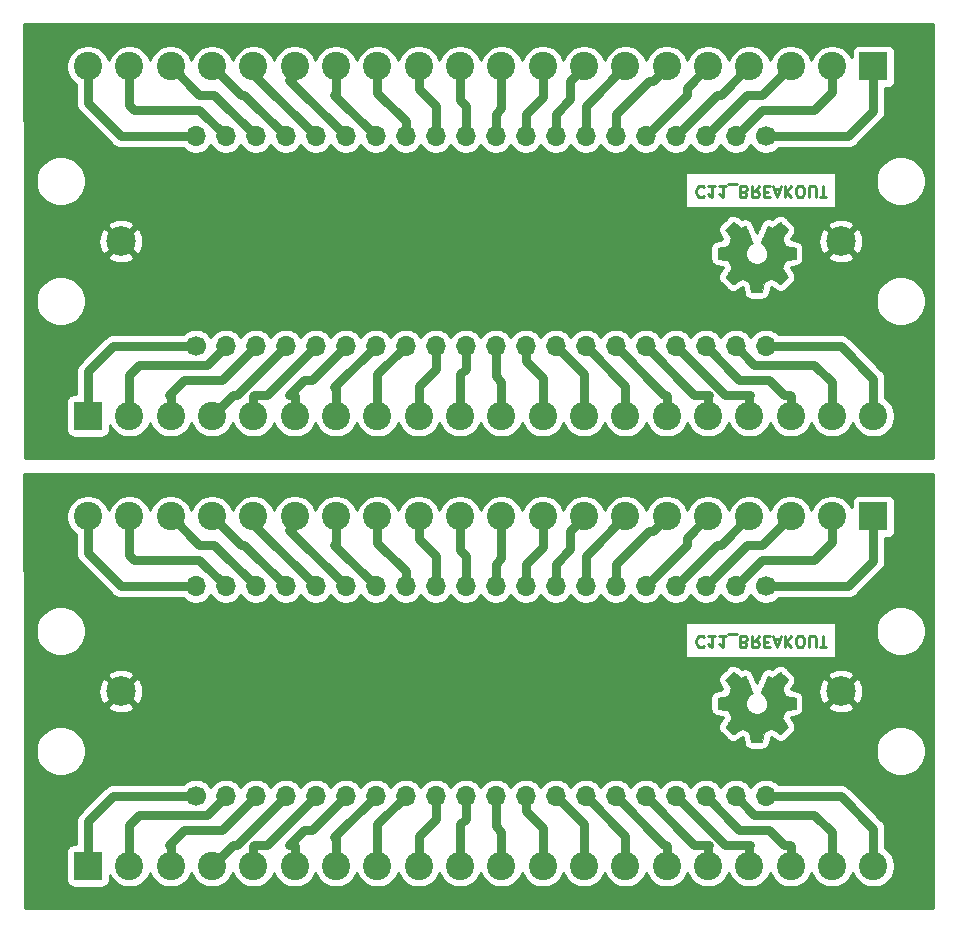
<source format=gbr>
G04 #@! TF.GenerationSoftware,KiCad,Pcbnew,5.1.5+dfsg1-2build2*
G04 #@! TF.CreationDate,2021-02-19T18:32:34-05:00*
G04 #@! TF.ProjectId,,58585858-5858-4585-9858-585858585858,rev?*
G04 #@! TF.SameCoordinates,Original*
G04 #@! TF.FileFunction,Copper,L2,Bot*
G04 #@! TF.FilePolarity,Positive*
%FSLAX46Y46*%
G04 Gerber Fmt 4.6, Leading zero omitted, Abs format (unit mm)*
G04 Created by KiCad (PCBNEW 5.1.5+dfsg1-2build2) date 2021-02-19 18:32:34*
%MOMM*%
%LPD*%
G04 APERTURE LIST*
%ADD10C,0.250000*%
%ADD11C,0.010000*%
%ADD12C,2.400000*%
%ADD13C,2.499360*%
%ADD14R,2.400000X2.400000*%
%ADD15C,1.700000*%
%ADD16O,1.700000X1.700000*%
%ADD17C,0.750000*%
%ADD18C,0.254000*%
G04 APERTURE END LIST*
D10*
X158260066Y-106830857D02*
X158212447Y-106783238D01*
X158069590Y-106735619D01*
X157974352Y-106735619D01*
X157831495Y-106783238D01*
X157736257Y-106878476D01*
X157688638Y-106973714D01*
X157641019Y-107164190D01*
X157641019Y-107307047D01*
X157688638Y-107497523D01*
X157736257Y-107592761D01*
X157831495Y-107688000D01*
X157974352Y-107735619D01*
X158069590Y-107735619D01*
X158212447Y-107688000D01*
X158260066Y-107640380D01*
X159212447Y-106735619D02*
X158641019Y-106735619D01*
X158926733Y-106735619D02*
X158926733Y-107735619D01*
X158831495Y-107592761D01*
X158736257Y-107497523D01*
X158641019Y-107449904D01*
X160164828Y-106735619D02*
X159593400Y-106735619D01*
X159879114Y-106735619D02*
X159879114Y-107735619D01*
X159783876Y-107592761D01*
X159688638Y-107497523D01*
X159593400Y-107449904D01*
X160355304Y-106640380D02*
X161117209Y-106640380D01*
X161688638Y-107259428D02*
X161831495Y-107211809D01*
X161879114Y-107164190D01*
X161926733Y-107068952D01*
X161926733Y-106926095D01*
X161879114Y-106830857D01*
X161831495Y-106783238D01*
X161736257Y-106735619D01*
X161355304Y-106735619D01*
X161355304Y-107735619D01*
X161688638Y-107735619D01*
X161783876Y-107688000D01*
X161831495Y-107640380D01*
X161879114Y-107545142D01*
X161879114Y-107449904D01*
X161831495Y-107354666D01*
X161783876Y-107307047D01*
X161688638Y-107259428D01*
X161355304Y-107259428D01*
X162926733Y-106735619D02*
X162593400Y-107211809D01*
X162355304Y-106735619D02*
X162355304Y-107735619D01*
X162736257Y-107735619D01*
X162831495Y-107688000D01*
X162879114Y-107640380D01*
X162926733Y-107545142D01*
X162926733Y-107402285D01*
X162879114Y-107307047D01*
X162831495Y-107259428D01*
X162736257Y-107211809D01*
X162355304Y-107211809D01*
X163355304Y-107259428D02*
X163688638Y-107259428D01*
X163831495Y-106735619D02*
X163355304Y-106735619D01*
X163355304Y-107735619D01*
X163831495Y-107735619D01*
X164212447Y-107021333D02*
X164688638Y-107021333D01*
X164117209Y-106735619D02*
X164450542Y-107735619D01*
X164783876Y-106735619D01*
X165117209Y-106735619D02*
X165117209Y-107735619D01*
X165688638Y-106735619D02*
X165260066Y-107307047D01*
X165688638Y-107735619D02*
X165117209Y-107164190D01*
X166307685Y-107735619D02*
X166498161Y-107735619D01*
X166593400Y-107688000D01*
X166688638Y-107592761D01*
X166736257Y-107402285D01*
X166736257Y-107068952D01*
X166688638Y-106878476D01*
X166593400Y-106783238D01*
X166498161Y-106735619D01*
X166307685Y-106735619D01*
X166212447Y-106783238D01*
X166117209Y-106878476D01*
X166069590Y-107068952D01*
X166069590Y-107402285D01*
X166117209Y-107592761D01*
X166212447Y-107688000D01*
X166307685Y-107735619D01*
X167164828Y-107735619D02*
X167164828Y-106926095D01*
X167212447Y-106830857D01*
X167260066Y-106783238D01*
X167355304Y-106735619D01*
X167545780Y-106735619D01*
X167641019Y-106783238D01*
X167688638Y-106830857D01*
X167736257Y-106926095D01*
X167736257Y-107735619D01*
X168069590Y-107735619D02*
X168641019Y-107735619D01*
X168355304Y-106735619D02*
X168355304Y-107735619D01*
X158260066Y-68730857D02*
X158212447Y-68683238D01*
X158069590Y-68635619D01*
X157974352Y-68635619D01*
X157831495Y-68683238D01*
X157736257Y-68778476D01*
X157688638Y-68873714D01*
X157641019Y-69064190D01*
X157641019Y-69207047D01*
X157688638Y-69397523D01*
X157736257Y-69492761D01*
X157831495Y-69588000D01*
X157974352Y-69635619D01*
X158069590Y-69635619D01*
X158212447Y-69588000D01*
X158260066Y-69540380D01*
X159212447Y-68635619D02*
X158641019Y-68635619D01*
X158926733Y-68635619D02*
X158926733Y-69635619D01*
X158831495Y-69492761D01*
X158736257Y-69397523D01*
X158641019Y-69349904D01*
X160164828Y-68635619D02*
X159593400Y-68635619D01*
X159879114Y-68635619D02*
X159879114Y-69635619D01*
X159783876Y-69492761D01*
X159688638Y-69397523D01*
X159593400Y-69349904D01*
X160355304Y-68540380D02*
X161117209Y-68540380D01*
X161688638Y-69159428D02*
X161831495Y-69111809D01*
X161879114Y-69064190D01*
X161926733Y-68968952D01*
X161926733Y-68826095D01*
X161879114Y-68730857D01*
X161831495Y-68683238D01*
X161736257Y-68635619D01*
X161355304Y-68635619D01*
X161355304Y-69635619D01*
X161688638Y-69635619D01*
X161783876Y-69588000D01*
X161831495Y-69540380D01*
X161879114Y-69445142D01*
X161879114Y-69349904D01*
X161831495Y-69254666D01*
X161783876Y-69207047D01*
X161688638Y-69159428D01*
X161355304Y-69159428D01*
X162926733Y-68635619D02*
X162593400Y-69111809D01*
X162355304Y-68635619D02*
X162355304Y-69635619D01*
X162736257Y-69635619D01*
X162831495Y-69588000D01*
X162879114Y-69540380D01*
X162926733Y-69445142D01*
X162926733Y-69302285D01*
X162879114Y-69207047D01*
X162831495Y-69159428D01*
X162736257Y-69111809D01*
X162355304Y-69111809D01*
X163355304Y-69159428D02*
X163688638Y-69159428D01*
X163831495Y-68635619D02*
X163355304Y-68635619D01*
X163355304Y-69635619D01*
X163831495Y-69635619D01*
X164212447Y-68921333D02*
X164688638Y-68921333D01*
X164117209Y-68635619D02*
X164450542Y-69635619D01*
X164783876Y-68635619D01*
X165117209Y-68635619D02*
X165117209Y-69635619D01*
X165688638Y-68635619D02*
X165260066Y-69207047D01*
X165688638Y-69635619D02*
X165117209Y-69064190D01*
X166307685Y-69635619D02*
X166498161Y-69635619D01*
X166593400Y-69588000D01*
X166688638Y-69492761D01*
X166736257Y-69302285D01*
X166736257Y-68968952D01*
X166688638Y-68778476D01*
X166593400Y-68683238D01*
X166498161Y-68635619D01*
X166307685Y-68635619D01*
X166212447Y-68683238D01*
X166117209Y-68778476D01*
X166069590Y-68968952D01*
X166069590Y-69302285D01*
X166117209Y-69492761D01*
X166212447Y-69588000D01*
X166307685Y-69635619D01*
X167164828Y-69635619D02*
X167164828Y-68826095D01*
X167212447Y-68730857D01*
X167260066Y-68683238D01*
X167355304Y-68635619D01*
X167545780Y-68635619D01*
X167641019Y-68683238D01*
X167688638Y-68730857D01*
X167736257Y-68826095D01*
X167736257Y-69635619D01*
X168069590Y-69635619D02*
X168641019Y-69635619D01*
X168355304Y-68635619D02*
X168355304Y-69635619D01*
D11*
G36*
X163293614Y-115307069D02*
G01*
X163377435Y-114862445D01*
X163686720Y-114734947D01*
X163996006Y-114607449D01*
X164367046Y-114859754D01*
X164470957Y-114930004D01*
X164564887Y-114992728D01*
X164644452Y-115045062D01*
X164705270Y-115084143D01*
X164742957Y-115107107D01*
X164753221Y-115112058D01*
X164771710Y-115099324D01*
X164811220Y-115064118D01*
X164867322Y-115010938D01*
X164935587Y-114944282D01*
X165011586Y-114868646D01*
X165090892Y-114788528D01*
X165169075Y-114708426D01*
X165241707Y-114632836D01*
X165304359Y-114566255D01*
X165352603Y-114513182D01*
X165382010Y-114478113D01*
X165389041Y-114466377D01*
X165378923Y-114444740D01*
X165350559Y-114397338D01*
X165306929Y-114328807D01*
X165251018Y-114243785D01*
X165185806Y-114146907D01*
X165148019Y-114091650D01*
X165079143Y-113990752D01*
X165017940Y-113899701D01*
X164967378Y-113823030D01*
X164930428Y-113765272D01*
X164910058Y-113730957D01*
X164906997Y-113723746D01*
X164913936Y-113703252D01*
X164932851Y-113655487D01*
X164960887Y-113587168D01*
X164995191Y-113505011D01*
X165032909Y-113415730D01*
X165071187Y-113326042D01*
X165107170Y-113242662D01*
X165138006Y-113172306D01*
X165160839Y-113121690D01*
X165172817Y-113097529D01*
X165173524Y-113096578D01*
X165192331Y-113091964D01*
X165242418Y-113081672D01*
X165318593Y-113066713D01*
X165415665Y-113048099D01*
X165528443Y-113026841D01*
X165594242Y-113014582D01*
X165714750Y-112991638D01*
X165823597Y-112969805D01*
X165915276Y-112950278D01*
X165984281Y-112934252D01*
X166025104Y-112922921D01*
X166033311Y-112919326D01*
X166041348Y-112894994D01*
X166047833Y-112840041D01*
X166052770Y-112760892D01*
X166056164Y-112663974D01*
X166058018Y-112555713D01*
X166058338Y-112442535D01*
X166057127Y-112330865D01*
X166054390Y-112227132D01*
X166050131Y-112137759D01*
X166044355Y-112069174D01*
X166037067Y-112027803D01*
X166032695Y-112019190D01*
X166006564Y-112008867D01*
X165951193Y-111994108D01*
X165873907Y-111976648D01*
X165782030Y-111958220D01*
X165749958Y-111952259D01*
X165595324Y-111923934D01*
X165473175Y-111901124D01*
X165379473Y-111882920D01*
X165310184Y-111868417D01*
X165261271Y-111856708D01*
X165228697Y-111846885D01*
X165208428Y-111838044D01*
X165196426Y-111829276D01*
X165194747Y-111827543D01*
X165177984Y-111799629D01*
X165152414Y-111745305D01*
X165120588Y-111671223D01*
X165085060Y-111584035D01*
X165048383Y-111490392D01*
X165013111Y-111396948D01*
X164981796Y-111310353D01*
X164956993Y-111237260D01*
X164941254Y-111184322D01*
X164937132Y-111158189D01*
X164937476Y-111157274D01*
X164951441Y-111135914D01*
X164983122Y-111088916D01*
X165029191Y-111021173D01*
X165086318Y-110937577D01*
X165151173Y-110843018D01*
X165169643Y-110816146D01*
X165235499Y-110718725D01*
X165293450Y-110629837D01*
X165340338Y-110554588D01*
X165373007Y-110498080D01*
X165388300Y-110465419D01*
X165389041Y-110461407D01*
X165376192Y-110440316D01*
X165340688Y-110398536D01*
X165287093Y-110340555D01*
X165219971Y-110270865D01*
X165143887Y-110193955D01*
X165063404Y-110114317D01*
X164983087Y-110036439D01*
X164907499Y-109964814D01*
X164841205Y-109903930D01*
X164788769Y-109858279D01*
X164754755Y-109832350D01*
X164745345Y-109828117D01*
X164723443Y-109838088D01*
X164678600Y-109864980D01*
X164618121Y-109904264D01*
X164571589Y-109935883D01*
X164487275Y-109993902D01*
X164387426Y-110062216D01*
X164287273Y-110130421D01*
X164233427Y-110166925D01*
X164051171Y-110290200D01*
X163898181Y-110207480D01*
X163828482Y-110171241D01*
X163769214Y-110143074D01*
X163729111Y-110127009D01*
X163718903Y-110124774D01*
X163706629Y-110141278D01*
X163682413Y-110187918D01*
X163648063Y-110260391D01*
X163605388Y-110354394D01*
X163556194Y-110465626D01*
X163502290Y-110589785D01*
X163445484Y-110722568D01*
X163387582Y-110859673D01*
X163330393Y-110996798D01*
X163275724Y-111129642D01*
X163225384Y-111253902D01*
X163181180Y-111365275D01*
X163144919Y-111459461D01*
X163118409Y-111532156D01*
X163103458Y-111579059D01*
X163101054Y-111595167D01*
X163120111Y-111615714D01*
X163161836Y-111649067D01*
X163217506Y-111688298D01*
X163222178Y-111691401D01*
X163366064Y-111806577D01*
X163482083Y-111940947D01*
X163569230Y-112090216D01*
X163626499Y-112250087D01*
X163652886Y-112416263D01*
X163647385Y-112584448D01*
X163608990Y-112750345D01*
X163536695Y-112909658D01*
X163515426Y-112944513D01*
X163404796Y-113085263D01*
X163274102Y-113198286D01*
X163127864Y-113282997D01*
X162970608Y-113338806D01*
X162806857Y-113365126D01*
X162641133Y-113361370D01*
X162477962Y-113326950D01*
X162321865Y-113261277D01*
X162177367Y-113163765D01*
X162132669Y-113124187D01*
X162018912Y-113000297D01*
X161936018Y-112869876D01*
X161879156Y-112723685D01*
X161847487Y-112578912D01*
X161839669Y-112416140D01*
X161865738Y-112252560D01*
X161923045Y-112093702D01*
X162008944Y-111945094D01*
X162120786Y-111812265D01*
X162255923Y-111700744D01*
X162273683Y-111688989D01*
X162329950Y-111650492D01*
X162372723Y-111617137D01*
X162393172Y-111595840D01*
X162393469Y-111595167D01*
X162389079Y-111572129D01*
X162371676Y-111519843D01*
X162343068Y-111442610D01*
X162305065Y-111344732D01*
X162259474Y-111230509D01*
X162208103Y-111104242D01*
X162152762Y-110970233D01*
X162095258Y-110832782D01*
X162037401Y-110696192D01*
X161980998Y-110564763D01*
X161927858Y-110442795D01*
X161879790Y-110334591D01*
X161838601Y-110244451D01*
X161806101Y-110176677D01*
X161784097Y-110135570D01*
X161775236Y-110124774D01*
X161748160Y-110133181D01*
X161697497Y-110155728D01*
X161631983Y-110188387D01*
X161595959Y-110207480D01*
X161442968Y-110290200D01*
X161260712Y-110166925D01*
X161167675Y-110103772D01*
X161065815Y-110034273D01*
X160970362Y-109968835D01*
X160922550Y-109935883D01*
X160855305Y-109890727D01*
X160798364Y-109854943D01*
X160759154Y-109833062D01*
X160746419Y-109828437D01*
X160727883Y-109840915D01*
X160686859Y-109875748D01*
X160627325Y-109929322D01*
X160553258Y-109998017D01*
X160468635Y-110078219D01*
X160415115Y-110129714D01*
X160321481Y-110221714D01*
X160240559Y-110304001D01*
X160175623Y-110373055D01*
X160129942Y-110425356D01*
X160106789Y-110457384D01*
X160104568Y-110463884D01*
X160114876Y-110488606D01*
X160143361Y-110538595D01*
X160186863Y-110608788D01*
X160242223Y-110694125D01*
X160306280Y-110789544D01*
X160324497Y-110816146D01*
X160390873Y-110912833D01*
X160450422Y-110999883D01*
X160499816Y-111072405D01*
X160535725Y-111125507D01*
X160554819Y-111154297D01*
X160556664Y-111157274D01*
X160553905Y-111180218D01*
X160539262Y-111230664D01*
X160515287Y-111301959D01*
X160484534Y-111387453D01*
X160449556Y-111480493D01*
X160412907Y-111574426D01*
X160377139Y-111662601D01*
X160344806Y-111738366D01*
X160318462Y-111795069D01*
X160300658Y-111826057D01*
X160299393Y-111827543D01*
X160288506Y-111836399D01*
X160270118Y-111845157D01*
X160240194Y-111854723D01*
X160194697Y-111866004D01*
X160129591Y-111879907D01*
X160040839Y-111897337D01*
X159924407Y-111919202D01*
X159776258Y-111946409D01*
X159744182Y-111952259D01*
X159649114Y-111970626D01*
X159566235Y-111988595D01*
X159502870Y-112004431D01*
X159466342Y-112016400D01*
X159461444Y-112019190D01*
X159453373Y-112043928D01*
X159446813Y-112099210D01*
X159441767Y-112178611D01*
X159438241Y-112275704D01*
X159436239Y-112384062D01*
X159435764Y-112497260D01*
X159436823Y-112608872D01*
X159439418Y-112712471D01*
X159443554Y-112801632D01*
X159449237Y-112869928D01*
X159456469Y-112910934D01*
X159460829Y-112919326D01*
X159485102Y-112927792D01*
X159540374Y-112941565D01*
X159621138Y-112959450D01*
X159721888Y-112980252D01*
X159837117Y-113002777D01*
X159899898Y-113014582D01*
X160019013Y-113036849D01*
X160125235Y-113057021D01*
X160213373Y-113074085D01*
X160278234Y-113087031D01*
X160314626Y-113094845D01*
X160320616Y-113096578D01*
X160330739Y-113116110D01*
X160352138Y-113163157D01*
X160381961Y-113230997D01*
X160417355Y-113312909D01*
X160455468Y-113402172D01*
X160493447Y-113492065D01*
X160528440Y-113575865D01*
X160557594Y-113646853D01*
X160578057Y-113698306D01*
X160586977Y-113723503D01*
X160587143Y-113724604D01*
X160577031Y-113744481D01*
X160548683Y-113790223D01*
X160505077Y-113857283D01*
X160449194Y-113941116D01*
X160384013Y-114037174D01*
X160346121Y-114092350D01*
X160277075Y-114193519D01*
X160215750Y-114285370D01*
X160165137Y-114363256D01*
X160128229Y-114422531D01*
X160108018Y-114458549D01*
X160105099Y-114466623D01*
X160117647Y-114485416D01*
X160152337Y-114525543D01*
X160204737Y-114582507D01*
X160270416Y-114651815D01*
X160344944Y-114728969D01*
X160423887Y-114809475D01*
X160502817Y-114888837D01*
X160577300Y-114962560D01*
X160642906Y-115026148D01*
X160695204Y-115075106D01*
X160729761Y-115104939D01*
X160741322Y-115112058D01*
X160760146Y-115102047D01*
X160805169Y-115073922D01*
X160872013Y-115030546D01*
X160956301Y-114974782D01*
X161053656Y-114909494D01*
X161127093Y-114859754D01*
X161498133Y-114607449D01*
X162116705Y-114862445D01*
X162200525Y-115307069D01*
X162284346Y-115751693D01*
X163209794Y-115751693D01*
X163293614Y-115307069D01*
G37*
X163293614Y-115307069D02*
X163377435Y-114862445D01*
X163686720Y-114734947D01*
X163996006Y-114607449D01*
X164367046Y-114859754D01*
X164470957Y-114930004D01*
X164564887Y-114992728D01*
X164644452Y-115045062D01*
X164705270Y-115084143D01*
X164742957Y-115107107D01*
X164753221Y-115112058D01*
X164771710Y-115099324D01*
X164811220Y-115064118D01*
X164867322Y-115010938D01*
X164935587Y-114944282D01*
X165011586Y-114868646D01*
X165090892Y-114788528D01*
X165169075Y-114708426D01*
X165241707Y-114632836D01*
X165304359Y-114566255D01*
X165352603Y-114513182D01*
X165382010Y-114478113D01*
X165389041Y-114466377D01*
X165378923Y-114444740D01*
X165350559Y-114397338D01*
X165306929Y-114328807D01*
X165251018Y-114243785D01*
X165185806Y-114146907D01*
X165148019Y-114091650D01*
X165079143Y-113990752D01*
X165017940Y-113899701D01*
X164967378Y-113823030D01*
X164930428Y-113765272D01*
X164910058Y-113730957D01*
X164906997Y-113723746D01*
X164913936Y-113703252D01*
X164932851Y-113655487D01*
X164960887Y-113587168D01*
X164995191Y-113505011D01*
X165032909Y-113415730D01*
X165071187Y-113326042D01*
X165107170Y-113242662D01*
X165138006Y-113172306D01*
X165160839Y-113121690D01*
X165172817Y-113097529D01*
X165173524Y-113096578D01*
X165192331Y-113091964D01*
X165242418Y-113081672D01*
X165318593Y-113066713D01*
X165415665Y-113048099D01*
X165528443Y-113026841D01*
X165594242Y-113014582D01*
X165714750Y-112991638D01*
X165823597Y-112969805D01*
X165915276Y-112950278D01*
X165984281Y-112934252D01*
X166025104Y-112922921D01*
X166033311Y-112919326D01*
X166041348Y-112894994D01*
X166047833Y-112840041D01*
X166052770Y-112760892D01*
X166056164Y-112663974D01*
X166058018Y-112555713D01*
X166058338Y-112442535D01*
X166057127Y-112330865D01*
X166054390Y-112227132D01*
X166050131Y-112137759D01*
X166044355Y-112069174D01*
X166037067Y-112027803D01*
X166032695Y-112019190D01*
X166006564Y-112008867D01*
X165951193Y-111994108D01*
X165873907Y-111976648D01*
X165782030Y-111958220D01*
X165749958Y-111952259D01*
X165595324Y-111923934D01*
X165473175Y-111901124D01*
X165379473Y-111882920D01*
X165310184Y-111868417D01*
X165261271Y-111856708D01*
X165228697Y-111846885D01*
X165208428Y-111838044D01*
X165196426Y-111829276D01*
X165194747Y-111827543D01*
X165177984Y-111799629D01*
X165152414Y-111745305D01*
X165120588Y-111671223D01*
X165085060Y-111584035D01*
X165048383Y-111490392D01*
X165013111Y-111396948D01*
X164981796Y-111310353D01*
X164956993Y-111237260D01*
X164941254Y-111184322D01*
X164937132Y-111158189D01*
X164937476Y-111157274D01*
X164951441Y-111135914D01*
X164983122Y-111088916D01*
X165029191Y-111021173D01*
X165086318Y-110937577D01*
X165151173Y-110843018D01*
X165169643Y-110816146D01*
X165235499Y-110718725D01*
X165293450Y-110629837D01*
X165340338Y-110554588D01*
X165373007Y-110498080D01*
X165388300Y-110465419D01*
X165389041Y-110461407D01*
X165376192Y-110440316D01*
X165340688Y-110398536D01*
X165287093Y-110340555D01*
X165219971Y-110270865D01*
X165143887Y-110193955D01*
X165063404Y-110114317D01*
X164983087Y-110036439D01*
X164907499Y-109964814D01*
X164841205Y-109903930D01*
X164788769Y-109858279D01*
X164754755Y-109832350D01*
X164745345Y-109828117D01*
X164723443Y-109838088D01*
X164678600Y-109864980D01*
X164618121Y-109904264D01*
X164571589Y-109935883D01*
X164487275Y-109993902D01*
X164387426Y-110062216D01*
X164287273Y-110130421D01*
X164233427Y-110166925D01*
X164051171Y-110290200D01*
X163898181Y-110207480D01*
X163828482Y-110171241D01*
X163769214Y-110143074D01*
X163729111Y-110127009D01*
X163718903Y-110124774D01*
X163706629Y-110141278D01*
X163682413Y-110187918D01*
X163648063Y-110260391D01*
X163605388Y-110354394D01*
X163556194Y-110465626D01*
X163502290Y-110589785D01*
X163445484Y-110722568D01*
X163387582Y-110859673D01*
X163330393Y-110996798D01*
X163275724Y-111129642D01*
X163225384Y-111253902D01*
X163181180Y-111365275D01*
X163144919Y-111459461D01*
X163118409Y-111532156D01*
X163103458Y-111579059D01*
X163101054Y-111595167D01*
X163120111Y-111615714D01*
X163161836Y-111649067D01*
X163217506Y-111688298D01*
X163222178Y-111691401D01*
X163366064Y-111806577D01*
X163482083Y-111940947D01*
X163569230Y-112090216D01*
X163626499Y-112250087D01*
X163652886Y-112416263D01*
X163647385Y-112584448D01*
X163608990Y-112750345D01*
X163536695Y-112909658D01*
X163515426Y-112944513D01*
X163404796Y-113085263D01*
X163274102Y-113198286D01*
X163127864Y-113282997D01*
X162970608Y-113338806D01*
X162806857Y-113365126D01*
X162641133Y-113361370D01*
X162477962Y-113326950D01*
X162321865Y-113261277D01*
X162177367Y-113163765D01*
X162132669Y-113124187D01*
X162018912Y-113000297D01*
X161936018Y-112869876D01*
X161879156Y-112723685D01*
X161847487Y-112578912D01*
X161839669Y-112416140D01*
X161865738Y-112252560D01*
X161923045Y-112093702D01*
X162008944Y-111945094D01*
X162120786Y-111812265D01*
X162255923Y-111700744D01*
X162273683Y-111688989D01*
X162329950Y-111650492D01*
X162372723Y-111617137D01*
X162393172Y-111595840D01*
X162393469Y-111595167D01*
X162389079Y-111572129D01*
X162371676Y-111519843D01*
X162343068Y-111442610D01*
X162305065Y-111344732D01*
X162259474Y-111230509D01*
X162208103Y-111104242D01*
X162152762Y-110970233D01*
X162095258Y-110832782D01*
X162037401Y-110696192D01*
X161980998Y-110564763D01*
X161927858Y-110442795D01*
X161879790Y-110334591D01*
X161838601Y-110244451D01*
X161806101Y-110176677D01*
X161784097Y-110135570D01*
X161775236Y-110124774D01*
X161748160Y-110133181D01*
X161697497Y-110155728D01*
X161631983Y-110188387D01*
X161595959Y-110207480D01*
X161442968Y-110290200D01*
X161260712Y-110166925D01*
X161167675Y-110103772D01*
X161065815Y-110034273D01*
X160970362Y-109968835D01*
X160922550Y-109935883D01*
X160855305Y-109890727D01*
X160798364Y-109854943D01*
X160759154Y-109833062D01*
X160746419Y-109828437D01*
X160727883Y-109840915D01*
X160686859Y-109875748D01*
X160627325Y-109929322D01*
X160553258Y-109998017D01*
X160468635Y-110078219D01*
X160415115Y-110129714D01*
X160321481Y-110221714D01*
X160240559Y-110304001D01*
X160175623Y-110373055D01*
X160129942Y-110425356D01*
X160106789Y-110457384D01*
X160104568Y-110463884D01*
X160114876Y-110488606D01*
X160143361Y-110538595D01*
X160186863Y-110608788D01*
X160242223Y-110694125D01*
X160306280Y-110789544D01*
X160324497Y-110816146D01*
X160390873Y-110912833D01*
X160450422Y-110999883D01*
X160499816Y-111072405D01*
X160535725Y-111125507D01*
X160554819Y-111154297D01*
X160556664Y-111157274D01*
X160553905Y-111180218D01*
X160539262Y-111230664D01*
X160515287Y-111301959D01*
X160484534Y-111387453D01*
X160449556Y-111480493D01*
X160412907Y-111574426D01*
X160377139Y-111662601D01*
X160344806Y-111738366D01*
X160318462Y-111795069D01*
X160300658Y-111826057D01*
X160299393Y-111827543D01*
X160288506Y-111836399D01*
X160270118Y-111845157D01*
X160240194Y-111854723D01*
X160194697Y-111866004D01*
X160129591Y-111879907D01*
X160040839Y-111897337D01*
X159924407Y-111919202D01*
X159776258Y-111946409D01*
X159744182Y-111952259D01*
X159649114Y-111970626D01*
X159566235Y-111988595D01*
X159502870Y-112004431D01*
X159466342Y-112016400D01*
X159461444Y-112019190D01*
X159453373Y-112043928D01*
X159446813Y-112099210D01*
X159441767Y-112178611D01*
X159438241Y-112275704D01*
X159436239Y-112384062D01*
X159435764Y-112497260D01*
X159436823Y-112608872D01*
X159439418Y-112712471D01*
X159443554Y-112801632D01*
X159449237Y-112869928D01*
X159456469Y-112910934D01*
X159460829Y-112919326D01*
X159485102Y-112927792D01*
X159540374Y-112941565D01*
X159621138Y-112959450D01*
X159721888Y-112980252D01*
X159837117Y-113002777D01*
X159899898Y-113014582D01*
X160019013Y-113036849D01*
X160125235Y-113057021D01*
X160213373Y-113074085D01*
X160278234Y-113087031D01*
X160314626Y-113094845D01*
X160320616Y-113096578D01*
X160330739Y-113116110D01*
X160352138Y-113163157D01*
X160381961Y-113230997D01*
X160417355Y-113312909D01*
X160455468Y-113402172D01*
X160493447Y-113492065D01*
X160528440Y-113575865D01*
X160557594Y-113646853D01*
X160578057Y-113698306D01*
X160586977Y-113723503D01*
X160587143Y-113724604D01*
X160577031Y-113744481D01*
X160548683Y-113790223D01*
X160505077Y-113857283D01*
X160449194Y-113941116D01*
X160384013Y-114037174D01*
X160346121Y-114092350D01*
X160277075Y-114193519D01*
X160215750Y-114285370D01*
X160165137Y-114363256D01*
X160128229Y-114422531D01*
X160108018Y-114458549D01*
X160105099Y-114466623D01*
X160117647Y-114485416D01*
X160152337Y-114525543D01*
X160204737Y-114582507D01*
X160270416Y-114651815D01*
X160344944Y-114728969D01*
X160423887Y-114809475D01*
X160502817Y-114888837D01*
X160577300Y-114962560D01*
X160642906Y-115026148D01*
X160695204Y-115075106D01*
X160729761Y-115104939D01*
X160741322Y-115112058D01*
X160760146Y-115102047D01*
X160805169Y-115073922D01*
X160872013Y-115030546D01*
X160956301Y-114974782D01*
X161053656Y-114909494D01*
X161127093Y-114859754D01*
X161498133Y-114607449D01*
X162116705Y-114862445D01*
X162200525Y-115307069D01*
X162284346Y-115751693D01*
X163209794Y-115751693D01*
X163293614Y-115307069D01*
G36*
X163293614Y-77207069D02*
G01*
X163377435Y-76762445D01*
X163686720Y-76634947D01*
X163996006Y-76507449D01*
X164367046Y-76759754D01*
X164470957Y-76830004D01*
X164564887Y-76892728D01*
X164644452Y-76945062D01*
X164705270Y-76984143D01*
X164742957Y-77007107D01*
X164753221Y-77012058D01*
X164771710Y-76999324D01*
X164811220Y-76964118D01*
X164867322Y-76910938D01*
X164935587Y-76844282D01*
X165011586Y-76768646D01*
X165090892Y-76688528D01*
X165169075Y-76608426D01*
X165241707Y-76532836D01*
X165304359Y-76466255D01*
X165352603Y-76413182D01*
X165382010Y-76378113D01*
X165389041Y-76366377D01*
X165378923Y-76344740D01*
X165350559Y-76297338D01*
X165306929Y-76228807D01*
X165251018Y-76143785D01*
X165185806Y-76046907D01*
X165148019Y-75991650D01*
X165079143Y-75890752D01*
X165017940Y-75799701D01*
X164967378Y-75723030D01*
X164930428Y-75665272D01*
X164910058Y-75630957D01*
X164906997Y-75623746D01*
X164913936Y-75603252D01*
X164932851Y-75555487D01*
X164960887Y-75487168D01*
X164995191Y-75405011D01*
X165032909Y-75315730D01*
X165071187Y-75226042D01*
X165107170Y-75142662D01*
X165138006Y-75072306D01*
X165160839Y-75021690D01*
X165172817Y-74997529D01*
X165173524Y-74996578D01*
X165192331Y-74991964D01*
X165242418Y-74981672D01*
X165318593Y-74966713D01*
X165415665Y-74948099D01*
X165528443Y-74926841D01*
X165594242Y-74914582D01*
X165714750Y-74891638D01*
X165823597Y-74869805D01*
X165915276Y-74850278D01*
X165984281Y-74834252D01*
X166025104Y-74822921D01*
X166033311Y-74819326D01*
X166041348Y-74794994D01*
X166047833Y-74740041D01*
X166052770Y-74660892D01*
X166056164Y-74563974D01*
X166058018Y-74455713D01*
X166058338Y-74342535D01*
X166057127Y-74230865D01*
X166054390Y-74127132D01*
X166050131Y-74037759D01*
X166044355Y-73969174D01*
X166037067Y-73927803D01*
X166032695Y-73919190D01*
X166006564Y-73908867D01*
X165951193Y-73894108D01*
X165873907Y-73876648D01*
X165782030Y-73858220D01*
X165749958Y-73852259D01*
X165595324Y-73823934D01*
X165473175Y-73801124D01*
X165379473Y-73782920D01*
X165310184Y-73768417D01*
X165261271Y-73756708D01*
X165228697Y-73746885D01*
X165208428Y-73738044D01*
X165196426Y-73729276D01*
X165194747Y-73727543D01*
X165177984Y-73699629D01*
X165152414Y-73645305D01*
X165120588Y-73571223D01*
X165085060Y-73484035D01*
X165048383Y-73390392D01*
X165013111Y-73296948D01*
X164981796Y-73210353D01*
X164956993Y-73137260D01*
X164941254Y-73084322D01*
X164937132Y-73058189D01*
X164937476Y-73057274D01*
X164951441Y-73035914D01*
X164983122Y-72988916D01*
X165029191Y-72921173D01*
X165086318Y-72837577D01*
X165151173Y-72743018D01*
X165169643Y-72716146D01*
X165235499Y-72618725D01*
X165293450Y-72529837D01*
X165340338Y-72454588D01*
X165373007Y-72398080D01*
X165388300Y-72365419D01*
X165389041Y-72361407D01*
X165376192Y-72340316D01*
X165340688Y-72298536D01*
X165287093Y-72240555D01*
X165219971Y-72170865D01*
X165143887Y-72093955D01*
X165063404Y-72014317D01*
X164983087Y-71936439D01*
X164907499Y-71864814D01*
X164841205Y-71803930D01*
X164788769Y-71758279D01*
X164754755Y-71732350D01*
X164745345Y-71728117D01*
X164723443Y-71738088D01*
X164678600Y-71764980D01*
X164618121Y-71804264D01*
X164571589Y-71835883D01*
X164487275Y-71893902D01*
X164387426Y-71962216D01*
X164287273Y-72030421D01*
X164233427Y-72066925D01*
X164051171Y-72190200D01*
X163898181Y-72107480D01*
X163828482Y-72071241D01*
X163769214Y-72043074D01*
X163729111Y-72027009D01*
X163718903Y-72024774D01*
X163706629Y-72041278D01*
X163682413Y-72087918D01*
X163648063Y-72160391D01*
X163605388Y-72254394D01*
X163556194Y-72365626D01*
X163502290Y-72489785D01*
X163445484Y-72622568D01*
X163387582Y-72759673D01*
X163330393Y-72896798D01*
X163275724Y-73029642D01*
X163225384Y-73153902D01*
X163181180Y-73265275D01*
X163144919Y-73359461D01*
X163118409Y-73432156D01*
X163103458Y-73479059D01*
X163101054Y-73495167D01*
X163120111Y-73515714D01*
X163161836Y-73549067D01*
X163217506Y-73588298D01*
X163222178Y-73591401D01*
X163366064Y-73706577D01*
X163482083Y-73840947D01*
X163569230Y-73990216D01*
X163626499Y-74150087D01*
X163652886Y-74316263D01*
X163647385Y-74484448D01*
X163608990Y-74650345D01*
X163536695Y-74809658D01*
X163515426Y-74844513D01*
X163404796Y-74985263D01*
X163274102Y-75098286D01*
X163127864Y-75182997D01*
X162970608Y-75238806D01*
X162806857Y-75265126D01*
X162641133Y-75261370D01*
X162477962Y-75226950D01*
X162321865Y-75161277D01*
X162177367Y-75063765D01*
X162132669Y-75024187D01*
X162018912Y-74900297D01*
X161936018Y-74769876D01*
X161879156Y-74623685D01*
X161847487Y-74478912D01*
X161839669Y-74316140D01*
X161865738Y-74152560D01*
X161923045Y-73993702D01*
X162008944Y-73845094D01*
X162120786Y-73712265D01*
X162255923Y-73600744D01*
X162273683Y-73588989D01*
X162329950Y-73550492D01*
X162372723Y-73517137D01*
X162393172Y-73495840D01*
X162393469Y-73495167D01*
X162389079Y-73472129D01*
X162371676Y-73419843D01*
X162343068Y-73342610D01*
X162305065Y-73244732D01*
X162259474Y-73130509D01*
X162208103Y-73004242D01*
X162152762Y-72870233D01*
X162095258Y-72732782D01*
X162037401Y-72596192D01*
X161980998Y-72464763D01*
X161927858Y-72342795D01*
X161879790Y-72234591D01*
X161838601Y-72144451D01*
X161806101Y-72076677D01*
X161784097Y-72035570D01*
X161775236Y-72024774D01*
X161748160Y-72033181D01*
X161697497Y-72055728D01*
X161631983Y-72088387D01*
X161595959Y-72107480D01*
X161442968Y-72190200D01*
X161260712Y-72066925D01*
X161167675Y-72003772D01*
X161065815Y-71934273D01*
X160970362Y-71868835D01*
X160922550Y-71835883D01*
X160855305Y-71790727D01*
X160798364Y-71754943D01*
X160759154Y-71733062D01*
X160746419Y-71728437D01*
X160727883Y-71740915D01*
X160686859Y-71775748D01*
X160627325Y-71829322D01*
X160553258Y-71898017D01*
X160468635Y-71978219D01*
X160415115Y-72029714D01*
X160321481Y-72121714D01*
X160240559Y-72204001D01*
X160175623Y-72273055D01*
X160129942Y-72325356D01*
X160106789Y-72357384D01*
X160104568Y-72363884D01*
X160114876Y-72388606D01*
X160143361Y-72438595D01*
X160186863Y-72508788D01*
X160242223Y-72594125D01*
X160306280Y-72689544D01*
X160324497Y-72716146D01*
X160390873Y-72812833D01*
X160450422Y-72899883D01*
X160499816Y-72972405D01*
X160535725Y-73025507D01*
X160554819Y-73054297D01*
X160556664Y-73057274D01*
X160553905Y-73080218D01*
X160539262Y-73130664D01*
X160515287Y-73201959D01*
X160484534Y-73287453D01*
X160449556Y-73380493D01*
X160412907Y-73474426D01*
X160377139Y-73562601D01*
X160344806Y-73638366D01*
X160318462Y-73695069D01*
X160300658Y-73726057D01*
X160299393Y-73727543D01*
X160288506Y-73736399D01*
X160270118Y-73745157D01*
X160240194Y-73754723D01*
X160194697Y-73766004D01*
X160129591Y-73779907D01*
X160040839Y-73797337D01*
X159924407Y-73819202D01*
X159776258Y-73846409D01*
X159744182Y-73852259D01*
X159649114Y-73870626D01*
X159566235Y-73888595D01*
X159502870Y-73904431D01*
X159466342Y-73916400D01*
X159461444Y-73919190D01*
X159453373Y-73943928D01*
X159446813Y-73999210D01*
X159441767Y-74078611D01*
X159438241Y-74175704D01*
X159436239Y-74284062D01*
X159435764Y-74397260D01*
X159436823Y-74508872D01*
X159439418Y-74612471D01*
X159443554Y-74701632D01*
X159449237Y-74769928D01*
X159456469Y-74810934D01*
X159460829Y-74819326D01*
X159485102Y-74827792D01*
X159540374Y-74841565D01*
X159621138Y-74859450D01*
X159721888Y-74880252D01*
X159837117Y-74902777D01*
X159899898Y-74914582D01*
X160019013Y-74936849D01*
X160125235Y-74957021D01*
X160213373Y-74974085D01*
X160278234Y-74987031D01*
X160314626Y-74994845D01*
X160320616Y-74996578D01*
X160330739Y-75016110D01*
X160352138Y-75063157D01*
X160381961Y-75130997D01*
X160417355Y-75212909D01*
X160455468Y-75302172D01*
X160493447Y-75392065D01*
X160528440Y-75475865D01*
X160557594Y-75546853D01*
X160578057Y-75598306D01*
X160586977Y-75623503D01*
X160587143Y-75624604D01*
X160577031Y-75644481D01*
X160548683Y-75690223D01*
X160505077Y-75757283D01*
X160449194Y-75841116D01*
X160384013Y-75937174D01*
X160346121Y-75992350D01*
X160277075Y-76093519D01*
X160215750Y-76185370D01*
X160165137Y-76263256D01*
X160128229Y-76322531D01*
X160108018Y-76358549D01*
X160105099Y-76366623D01*
X160117647Y-76385416D01*
X160152337Y-76425543D01*
X160204737Y-76482507D01*
X160270416Y-76551815D01*
X160344944Y-76628969D01*
X160423887Y-76709475D01*
X160502817Y-76788837D01*
X160577300Y-76862560D01*
X160642906Y-76926148D01*
X160695204Y-76975106D01*
X160729761Y-77004939D01*
X160741322Y-77012058D01*
X160760146Y-77002047D01*
X160805169Y-76973922D01*
X160872013Y-76930546D01*
X160956301Y-76874782D01*
X161053656Y-76809494D01*
X161127093Y-76759754D01*
X161498133Y-76507449D01*
X162116705Y-76762445D01*
X162200525Y-77207069D01*
X162284346Y-77651693D01*
X163209794Y-77651693D01*
X163293614Y-77207069D01*
G37*
X163293614Y-77207069D02*
X163377435Y-76762445D01*
X163686720Y-76634947D01*
X163996006Y-76507449D01*
X164367046Y-76759754D01*
X164470957Y-76830004D01*
X164564887Y-76892728D01*
X164644452Y-76945062D01*
X164705270Y-76984143D01*
X164742957Y-77007107D01*
X164753221Y-77012058D01*
X164771710Y-76999324D01*
X164811220Y-76964118D01*
X164867322Y-76910938D01*
X164935587Y-76844282D01*
X165011586Y-76768646D01*
X165090892Y-76688528D01*
X165169075Y-76608426D01*
X165241707Y-76532836D01*
X165304359Y-76466255D01*
X165352603Y-76413182D01*
X165382010Y-76378113D01*
X165389041Y-76366377D01*
X165378923Y-76344740D01*
X165350559Y-76297338D01*
X165306929Y-76228807D01*
X165251018Y-76143785D01*
X165185806Y-76046907D01*
X165148019Y-75991650D01*
X165079143Y-75890752D01*
X165017940Y-75799701D01*
X164967378Y-75723030D01*
X164930428Y-75665272D01*
X164910058Y-75630957D01*
X164906997Y-75623746D01*
X164913936Y-75603252D01*
X164932851Y-75555487D01*
X164960887Y-75487168D01*
X164995191Y-75405011D01*
X165032909Y-75315730D01*
X165071187Y-75226042D01*
X165107170Y-75142662D01*
X165138006Y-75072306D01*
X165160839Y-75021690D01*
X165172817Y-74997529D01*
X165173524Y-74996578D01*
X165192331Y-74991964D01*
X165242418Y-74981672D01*
X165318593Y-74966713D01*
X165415665Y-74948099D01*
X165528443Y-74926841D01*
X165594242Y-74914582D01*
X165714750Y-74891638D01*
X165823597Y-74869805D01*
X165915276Y-74850278D01*
X165984281Y-74834252D01*
X166025104Y-74822921D01*
X166033311Y-74819326D01*
X166041348Y-74794994D01*
X166047833Y-74740041D01*
X166052770Y-74660892D01*
X166056164Y-74563974D01*
X166058018Y-74455713D01*
X166058338Y-74342535D01*
X166057127Y-74230865D01*
X166054390Y-74127132D01*
X166050131Y-74037759D01*
X166044355Y-73969174D01*
X166037067Y-73927803D01*
X166032695Y-73919190D01*
X166006564Y-73908867D01*
X165951193Y-73894108D01*
X165873907Y-73876648D01*
X165782030Y-73858220D01*
X165749958Y-73852259D01*
X165595324Y-73823934D01*
X165473175Y-73801124D01*
X165379473Y-73782920D01*
X165310184Y-73768417D01*
X165261271Y-73756708D01*
X165228697Y-73746885D01*
X165208428Y-73738044D01*
X165196426Y-73729276D01*
X165194747Y-73727543D01*
X165177984Y-73699629D01*
X165152414Y-73645305D01*
X165120588Y-73571223D01*
X165085060Y-73484035D01*
X165048383Y-73390392D01*
X165013111Y-73296948D01*
X164981796Y-73210353D01*
X164956993Y-73137260D01*
X164941254Y-73084322D01*
X164937132Y-73058189D01*
X164937476Y-73057274D01*
X164951441Y-73035914D01*
X164983122Y-72988916D01*
X165029191Y-72921173D01*
X165086318Y-72837577D01*
X165151173Y-72743018D01*
X165169643Y-72716146D01*
X165235499Y-72618725D01*
X165293450Y-72529837D01*
X165340338Y-72454588D01*
X165373007Y-72398080D01*
X165388300Y-72365419D01*
X165389041Y-72361407D01*
X165376192Y-72340316D01*
X165340688Y-72298536D01*
X165287093Y-72240555D01*
X165219971Y-72170865D01*
X165143887Y-72093955D01*
X165063404Y-72014317D01*
X164983087Y-71936439D01*
X164907499Y-71864814D01*
X164841205Y-71803930D01*
X164788769Y-71758279D01*
X164754755Y-71732350D01*
X164745345Y-71728117D01*
X164723443Y-71738088D01*
X164678600Y-71764980D01*
X164618121Y-71804264D01*
X164571589Y-71835883D01*
X164487275Y-71893902D01*
X164387426Y-71962216D01*
X164287273Y-72030421D01*
X164233427Y-72066925D01*
X164051171Y-72190200D01*
X163898181Y-72107480D01*
X163828482Y-72071241D01*
X163769214Y-72043074D01*
X163729111Y-72027009D01*
X163718903Y-72024774D01*
X163706629Y-72041278D01*
X163682413Y-72087918D01*
X163648063Y-72160391D01*
X163605388Y-72254394D01*
X163556194Y-72365626D01*
X163502290Y-72489785D01*
X163445484Y-72622568D01*
X163387582Y-72759673D01*
X163330393Y-72896798D01*
X163275724Y-73029642D01*
X163225384Y-73153902D01*
X163181180Y-73265275D01*
X163144919Y-73359461D01*
X163118409Y-73432156D01*
X163103458Y-73479059D01*
X163101054Y-73495167D01*
X163120111Y-73515714D01*
X163161836Y-73549067D01*
X163217506Y-73588298D01*
X163222178Y-73591401D01*
X163366064Y-73706577D01*
X163482083Y-73840947D01*
X163569230Y-73990216D01*
X163626499Y-74150087D01*
X163652886Y-74316263D01*
X163647385Y-74484448D01*
X163608990Y-74650345D01*
X163536695Y-74809658D01*
X163515426Y-74844513D01*
X163404796Y-74985263D01*
X163274102Y-75098286D01*
X163127864Y-75182997D01*
X162970608Y-75238806D01*
X162806857Y-75265126D01*
X162641133Y-75261370D01*
X162477962Y-75226950D01*
X162321865Y-75161277D01*
X162177367Y-75063765D01*
X162132669Y-75024187D01*
X162018912Y-74900297D01*
X161936018Y-74769876D01*
X161879156Y-74623685D01*
X161847487Y-74478912D01*
X161839669Y-74316140D01*
X161865738Y-74152560D01*
X161923045Y-73993702D01*
X162008944Y-73845094D01*
X162120786Y-73712265D01*
X162255923Y-73600744D01*
X162273683Y-73588989D01*
X162329950Y-73550492D01*
X162372723Y-73517137D01*
X162393172Y-73495840D01*
X162393469Y-73495167D01*
X162389079Y-73472129D01*
X162371676Y-73419843D01*
X162343068Y-73342610D01*
X162305065Y-73244732D01*
X162259474Y-73130509D01*
X162208103Y-73004242D01*
X162152762Y-72870233D01*
X162095258Y-72732782D01*
X162037401Y-72596192D01*
X161980998Y-72464763D01*
X161927858Y-72342795D01*
X161879790Y-72234591D01*
X161838601Y-72144451D01*
X161806101Y-72076677D01*
X161784097Y-72035570D01*
X161775236Y-72024774D01*
X161748160Y-72033181D01*
X161697497Y-72055728D01*
X161631983Y-72088387D01*
X161595959Y-72107480D01*
X161442968Y-72190200D01*
X161260712Y-72066925D01*
X161167675Y-72003772D01*
X161065815Y-71934273D01*
X160970362Y-71868835D01*
X160922550Y-71835883D01*
X160855305Y-71790727D01*
X160798364Y-71754943D01*
X160759154Y-71733062D01*
X160746419Y-71728437D01*
X160727883Y-71740915D01*
X160686859Y-71775748D01*
X160627325Y-71829322D01*
X160553258Y-71898017D01*
X160468635Y-71978219D01*
X160415115Y-72029714D01*
X160321481Y-72121714D01*
X160240559Y-72204001D01*
X160175623Y-72273055D01*
X160129942Y-72325356D01*
X160106789Y-72357384D01*
X160104568Y-72363884D01*
X160114876Y-72388606D01*
X160143361Y-72438595D01*
X160186863Y-72508788D01*
X160242223Y-72594125D01*
X160306280Y-72689544D01*
X160324497Y-72716146D01*
X160390873Y-72812833D01*
X160450422Y-72899883D01*
X160499816Y-72972405D01*
X160535725Y-73025507D01*
X160554819Y-73054297D01*
X160556664Y-73057274D01*
X160553905Y-73080218D01*
X160539262Y-73130664D01*
X160515287Y-73201959D01*
X160484534Y-73287453D01*
X160449556Y-73380493D01*
X160412907Y-73474426D01*
X160377139Y-73562601D01*
X160344806Y-73638366D01*
X160318462Y-73695069D01*
X160300658Y-73726057D01*
X160299393Y-73727543D01*
X160288506Y-73736399D01*
X160270118Y-73745157D01*
X160240194Y-73754723D01*
X160194697Y-73766004D01*
X160129591Y-73779907D01*
X160040839Y-73797337D01*
X159924407Y-73819202D01*
X159776258Y-73846409D01*
X159744182Y-73852259D01*
X159649114Y-73870626D01*
X159566235Y-73888595D01*
X159502870Y-73904431D01*
X159466342Y-73916400D01*
X159461444Y-73919190D01*
X159453373Y-73943928D01*
X159446813Y-73999210D01*
X159441767Y-74078611D01*
X159438241Y-74175704D01*
X159436239Y-74284062D01*
X159435764Y-74397260D01*
X159436823Y-74508872D01*
X159439418Y-74612471D01*
X159443554Y-74701632D01*
X159449237Y-74769928D01*
X159456469Y-74810934D01*
X159460829Y-74819326D01*
X159485102Y-74827792D01*
X159540374Y-74841565D01*
X159621138Y-74859450D01*
X159721888Y-74880252D01*
X159837117Y-74902777D01*
X159899898Y-74914582D01*
X160019013Y-74936849D01*
X160125235Y-74957021D01*
X160213373Y-74974085D01*
X160278234Y-74987031D01*
X160314626Y-74994845D01*
X160320616Y-74996578D01*
X160330739Y-75016110D01*
X160352138Y-75063157D01*
X160381961Y-75130997D01*
X160417355Y-75212909D01*
X160455468Y-75302172D01*
X160493447Y-75392065D01*
X160528440Y-75475865D01*
X160557594Y-75546853D01*
X160578057Y-75598306D01*
X160586977Y-75623503D01*
X160587143Y-75624604D01*
X160577031Y-75644481D01*
X160548683Y-75690223D01*
X160505077Y-75757283D01*
X160449194Y-75841116D01*
X160384013Y-75937174D01*
X160346121Y-75992350D01*
X160277075Y-76093519D01*
X160215750Y-76185370D01*
X160165137Y-76263256D01*
X160128229Y-76322531D01*
X160108018Y-76358549D01*
X160105099Y-76366623D01*
X160117647Y-76385416D01*
X160152337Y-76425543D01*
X160204737Y-76482507D01*
X160270416Y-76551815D01*
X160344944Y-76628969D01*
X160423887Y-76709475D01*
X160502817Y-76788837D01*
X160577300Y-76862560D01*
X160642906Y-76926148D01*
X160695204Y-76975106D01*
X160729761Y-77004939D01*
X160741322Y-77012058D01*
X160760146Y-77002047D01*
X160805169Y-76973922D01*
X160872013Y-76930546D01*
X160956301Y-76874782D01*
X161053656Y-76809494D01*
X161127093Y-76759754D01*
X161498133Y-76507449D01*
X162116705Y-76762445D01*
X162200525Y-77207069D01*
X162284346Y-77651693D01*
X163209794Y-77651693D01*
X163293614Y-77207069D01*
D12*
X158630000Y-126233000D03*
X162130000Y-126233000D03*
X165630000Y-126233000D03*
X169130000Y-126233000D03*
X172630000Y-126233000D03*
D13*
X169860000Y-111440000D03*
X108900000Y-111440000D03*
D14*
X106130000Y-126233000D03*
D12*
X109630000Y-126233000D03*
X113130000Y-126233000D03*
X116630000Y-126233000D03*
X120130000Y-126233000D03*
X123630000Y-126233000D03*
X127130000Y-126233000D03*
X130630000Y-126233000D03*
X134130000Y-126233000D03*
X137630000Y-126233000D03*
X141130000Y-126233000D03*
X144630000Y-126233000D03*
X148130000Y-126233000D03*
X151630000Y-126233000D03*
X155130000Y-126233000D03*
X120130000Y-96647000D03*
X116630000Y-96647000D03*
X113130000Y-96647000D03*
X109630000Y-96647000D03*
X106130000Y-96647000D03*
D15*
X115250000Y-120330000D03*
D16*
X117790000Y-120330000D03*
X120330000Y-120330000D03*
X122870000Y-120330000D03*
X125410000Y-120330000D03*
X127950000Y-120330000D03*
X130490000Y-120330000D03*
X133030000Y-120330000D03*
X135570000Y-120330000D03*
X138110000Y-120330000D03*
X140650000Y-120330000D03*
X143190000Y-120330000D03*
X145730000Y-120330000D03*
X148270000Y-120330000D03*
X150810000Y-120330000D03*
X153350000Y-120330000D03*
X155890000Y-120330000D03*
X158430000Y-120330000D03*
X160970000Y-120330000D03*
X163510000Y-120330000D03*
D14*
X172630000Y-96647000D03*
D12*
X169130000Y-96647000D03*
X165630000Y-96647000D03*
X162130000Y-96647000D03*
X158630000Y-96647000D03*
X155130000Y-96647000D03*
X151630000Y-96647000D03*
X148130000Y-96647000D03*
X144630000Y-96647000D03*
X141130000Y-96647000D03*
X137630000Y-96647000D03*
X134130000Y-96647000D03*
X130630000Y-96647000D03*
X127130000Y-96647000D03*
X123630000Y-96647000D03*
D15*
X163510000Y-102550000D03*
D16*
X160970000Y-102550000D03*
X158430000Y-102550000D03*
X155890000Y-102550000D03*
X153350000Y-102550000D03*
X150810000Y-102550000D03*
X148270000Y-102550000D03*
X145730000Y-102550000D03*
X143190000Y-102550000D03*
X140650000Y-102550000D03*
X138110000Y-102550000D03*
X135570000Y-102550000D03*
X133030000Y-102550000D03*
X130490000Y-102550000D03*
X127950000Y-102550000D03*
X125410000Y-102550000D03*
X122870000Y-102550000D03*
X120330000Y-102550000D03*
X117790000Y-102550000D03*
X115250000Y-102550000D03*
X163510000Y-82230000D03*
X160970000Y-82230000D03*
X158430000Y-82230000D03*
X155890000Y-82230000D03*
X153350000Y-82230000D03*
X150810000Y-82230000D03*
X148270000Y-82230000D03*
X145730000Y-82230000D03*
X143190000Y-82230000D03*
X140650000Y-82230000D03*
X138110000Y-82230000D03*
X135570000Y-82230000D03*
X133030000Y-82230000D03*
X130490000Y-82230000D03*
X127950000Y-82230000D03*
X125410000Y-82230000D03*
X122870000Y-82230000D03*
X120330000Y-82230000D03*
X117790000Y-82230000D03*
D15*
X115250000Y-82230000D03*
D12*
X172630000Y-88133000D03*
X169130000Y-88133000D03*
X165630000Y-88133000D03*
X162130000Y-88133000D03*
X158630000Y-88133000D03*
X155130000Y-88133000D03*
X151630000Y-88133000D03*
X148130000Y-88133000D03*
X144630000Y-88133000D03*
X141130000Y-88133000D03*
X137630000Y-88133000D03*
X134130000Y-88133000D03*
X130630000Y-88133000D03*
X127130000Y-88133000D03*
X123630000Y-88133000D03*
X120130000Y-88133000D03*
X116630000Y-88133000D03*
X113130000Y-88133000D03*
X109630000Y-88133000D03*
D14*
X106130000Y-88133000D03*
D16*
X115250000Y-64450000D03*
X117790000Y-64450000D03*
X120330000Y-64450000D03*
X122870000Y-64450000D03*
X125410000Y-64450000D03*
X127950000Y-64450000D03*
X130490000Y-64450000D03*
X133030000Y-64450000D03*
X135570000Y-64450000D03*
X138110000Y-64450000D03*
X140650000Y-64450000D03*
X143190000Y-64450000D03*
X145730000Y-64450000D03*
X148270000Y-64450000D03*
X150810000Y-64450000D03*
X153350000Y-64450000D03*
X155890000Y-64450000D03*
X158430000Y-64450000D03*
X160970000Y-64450000D03*
D15*
X163510000Y-64450000D03*
D12*
X106130000Y-58547000D03*
X109630000Y-58547000D03*
X113130000Y-58547000D03*
X116630000Y-58547000D03*
X120130000Y-58547000D03*
X123630000Y-58547000D03*
X127130000Y-58547000D03*
X130630000Y-58547000D03*
X134130000Y-58547000D03*
X137630000Y-58547000D03*
X141130000Y-58547000D03*
X144630000Y-58547000D03*
X148130000Y-58547000D03*
X151630000Y-58547000D03*
X155130000Y-58547000D03*
X158630000Y-58547000D03*
X162130000Y-58547000D03*
X165630000Y-58547000D03*
X169130000Y-58547000D03*
D14*
X172630000Y-58547000D03*
D13*
X169860000Y-73340000D03*
X108900000Y-73340000D03*
D17*
X123630000Y-59250000D02*
X123630000Y-58547000D01*
X123190000Y-59690000D02*
X123630000Y-59250000D01*
X127950000Y-64450000D02*
X123190000Y-59690000D01*
X123190000Y-97790000D02*
X123630000Y-97350000D01*
X127950000Y-102550000D02*
X123190000Y-97790000D01*
X123630000Y-97350000D02*
X123630000Y-96647000D01*
X130490000Y-64450000D02*
X127000000Y-60960000D01*
X127130000Y-60830000D02*
X127130000Y-58547000D01*
X127000000Y-60960000D02*
X127130000Y-60830000D01*
X127130000Y-98930000D02*
X127130000Y-96647000D01*
X130490000Y-102550000D02*
X127000000Y-99060000D01*
X127000000Y-99060000D02*
X127130000Y-98930000D01*
X133030000Y-64450000D02*
X133030000Y-63180000D01*
X130630000Y-60780000D02*
X130630000Y-58547000D01*
X133030000Y-63180000D02*
X130630000Y-60780000D01*
X130630000Y-98880000D02*
X130630000Y-96647000D01*
X133030000Y-102550000D02*
X133030000Y-101280000D01*
X133030000Y-101280000D02*
X130630000Y-98880000D01*
X135570000Y-64450000D02*
X135570000Y-61910000D01*
X134130000Y-60470000D02*
X134130000Y-58547000D01*
X135570000Y-61910000D02*
X134130000Y-60470000D01*
X134130000Y-98570000D02*
X134130000Y-96647000D01*
X135570000Y-102550000D02*
X135570000Y-100010000D01*
X135570000Y-100010000D02*
X134130000Y-98570000D01*
X137630000Y-58547000D02*
X137630000Y-61430000D01*
X138110000Y-61910000D02*
X138110000Y-64450000D01*
X137630000Y-61430000D02*
X138110000Y-61910000D01*
X137630000Y-96647000D02*
X137630000Y-99530000D01*
X138110000Y-100010000D02*
X138110000Y-102550000D01*
X137630000Y-99530000D02*
X138110000Y-100010000D01*
X141130000Y-58547000D02*
X141130000Y-62070000D01*
X140650000Y-62550000D02*
X140650000Y-64450000D01*
X141130000Y-62070000D02*
X140650000Y-62550000D01*
X140650000Y-100650000D02*
X140650000Y-102550000D01*
X141130000Y-96647000D02*
X141130000Y-100170000D01*
X141130000Y-100170000D02*
X140650000Y-100650000D01*
X144630000Y-58547000D02*
X144630000Y-61110000D01*
X143190000Y-62550000D02*
X143190000Y-64450000D01*
X144630000Y-61110000D02*
X143190000Y-62550000D01*
X144630000Y-96647000D02*
X144630000Y-99210000D01*
X144630000Y-99210000D02*
X143190000Y-100650000D01*
X143190000Y-100650000D02*
X143190000Y-102550000D01*
X146930001Y-59746999D02*
X146930001Y-61349999D01*
X148130000Y-58547000D02*
X146930001Y-59746999D01*
X145730000Y-62550000D02*
X145730000Y-64450000D01*
X146930001Y-61349999D02*
X145730000Y-62550000D01*
X146930001Y-99449999D02*
X145730000Y-100650000D01*
X146930001Y-97846999D02*
X146930001Y-99449999D01*
X148130000Y-96647000D02*
X146930001Y-97846999D01*
X145730000Y-100650000D02*
X145730000Y-102550000D01*
X148270000Y-61907000D02*
X151630000Y-58547000D01*
X148270000Y-64450000D02*
X148270000Y-61907000D01*
X148270000Y-102550000D02*
X148270000Y-100007000D01*
X148270000Y-100007000D02*
X151630000Y-96647000D01*
X150810000Y-64450000D02*
X150810000Y-62550000D01*
X153930001Y-59746999D02*
X153613001Y-59746999D01*
X155130000Y-58547000D02*
X153930001Y-59746999D01*
X153613001Y-59746999D02*
X150810000Y-62550000D01*
X153613001Y-97846999D02*
X150810000Y-100650000D01*
X155130000Y-96647000D02*
X153930001Y-97846999D01*
X150810000Y-102550000D02*
X150810000Y-100650000D01*
X153930001Y-97846999D02*
X153613001Y-97846999D01*
X153350000Y-64450000D02*
X156840000Y-60960000D01*
X156840000Y-60337000D02*
X158630000Y-58547000D01*
X156840000Y-60960000D02*
X156840000Y-60337000D01*
X153350000Y-102550000D02*
X156840000Y-99060000D01*
X156840000Y-98437000D02*
X158630000Y-96647000D01*
X156840000Y-99060000D02*
X156840000Y-98437000D01*
X155890000Y-64450000D02*
X159380000Y-60960000D01*
X159717000Y-60960000D02*
X162130000Y-58547000D01*
X159380000Y-60960000D02*
X159717000Y-60960000D01*
X155890000Y-102550000D02*
X159380000Y-99060000D01*
X159380000Y-99060000D02*
X159717000Y-99060000D01*
X159717000Y-99060000D02*
X162130000Y-96647000D01*
X158430000Y-64450000D02*
X161920000Y-60960000D01*
X163217000Y-60960000D02*
X165630000Y-58547000D01*
X161920000Y-60960000D02*
X163217000Y-60960000D01*
X163217000Y-99060000D02*
X165630000Y-96647000D01*
X161920000Y-99060000D02*
X163217000Y-99060000D01*
X158430000Y-102550000D02*
X161920000Y-99060000D01*
X160970000Y-64450000D02*
X163190000Y-62230000D01*
X163190000Y-62230000D02*
X167640000Y-62230000D01*
X169130000Y-60740000D02*
X169130000Y-58547000D01*
X167640000Y-62230000D02*
X169130000Y-60740000D01*
X163190000Y-100330000D02*
X167640000Y-100330000D01*
X167640000Y-100330000D02*
X169130000Y-98840000D01*
X160970000Y-102550000D02*
X163190000Y-100330000D01*
X169130000Y-98840000D02*
X169130000Y-96647000D01*
X163510000Y-64450000D02*
X170500000Y-64450000D01*
X172630000Y-62320000D02*
X172630000Y-58547000D01*
X170500000Y-64450000D02*
X172630000Y-62320000D01*
X163510000Y-102550000D02*
X170500000Y-102550000D01*
X170500000Y-102550000D02*
X172630000Y-100420000D01*
X172630000Y-100420000D02*
X172630000Y-96647000D01*
X115250000Y-64450000D02*
X108900000Y-64450000D01*
X106130000Y-61680000D02*
X106130000Y-58547000D01*
X108900000Y-64450000D02*
X106130000Y-61680000D01*
X115250000Y-102550000D02*
X108900000Y-102550000D01*
X108900000Y-102550000D02*
X106130000Y-99780000D01*
X106130000Y-99780000D02*
X106130000Y-96647000D01*
X109630000Y-61820000D02*
X109630000Y-58547000D01*
X110040000Y-62230000D02*
X109630000Y-61820000D01*
X115570000Y-62230000D02*
X110040000Y-62230000D01*
X117790000Y-64450000D02*
X115570000Y-62230000D01*
X110040000Y-100330000D02*
X109630000Y-99920000D01*
X109630000Y-99920000D02*
X109630000Y-96647000D01*
X117790000Y-102550000D02*
X115570000Y-100330000D01*
X115570000Y-100330000D02*
X110040000Y-100330000D01*
X113130000Y-58547000D02*
X115543000Y-60960000D01*
X115543000Y-60960000D02*
X116840000Y-60960000D01*
X116840000Y-60960000D02*
X120330000Y-64450000D01*
X115543000Y-99060000D02*
X116840000Y-99060000D01*
X113130000Y-96647000D02*
X115543000Y-99060000D01*
X116840000Y-99060000D02*
X120330000Y-102550000D01*
X122870000Y-64450000D02*
X119380000Y-60960000D01*
X119043000Y-60960000D02*
X116630000Y-58547000D01*
X119380000Y-60960000D02*
X119043000Y-60960000D01*
X119380000Y-99060000D02*
X119043000Y-99060000D01*
X122870000Y-102550000D02*
X119380000Y-99060000D01*
X119043000Y-99060000D02*
X116630000Y-96647000D01*
X120130000Y-59170000D02*
X120130000Y-58547000D01*
X125410000Y-64450000D02*
X120130000Y-59170000D01*
X120130000Y-97270000D02*
X120130000Y-96647000D01*
X125410000Y-102550000D02*
X120130000Y-97270000D01*
X150810000Y-82230000D02*
X154940000Y-86360000D01*
X155130000Y-86435944D02*
X155130000Y-88133000D01*
X155054056Y-86360000D02*
X155130000Y-86435944D01*
X154940000Y-86360000D02*
X155054056Y-86360000D01*
X155054056Y-124460000D02*
X155130000Y-124535944D01*
X154940000Y-124460000D02*
X155054056Y-124460000D01*
X150810000Y-120330000D02*
X154940000Y-124460000D01*
X155130000Y-124535944D02*
X155130000Y-126233000D01*
X151630000Y-85590000D02*
X151630000Y-88133000D01*
X148270000Y-82230000D02*
X151630000Y-85590000D01*
X148270000Y-120330000D02*
X151630000Y-123690000D01*
X151630000Y-123690000D02*
X151630000Y-126233000D01*
X148130000Y-84630000D02*
X148130000Y-88133000D01*
X145730000Y-82230000D02*
X148130000Y-84630000D01*
X148130000Y-122730000D02*
X148130000Y-126233000D01*
X145730000Y-120330000D02*
X148130000Y-122730000D01*
X143190000Y-82230000D02*
X143190000Y-83500000D01*
X144630000Y-84940000D02*
X144630000Y-88133000D01*
X143190000Y-83500000D02*
X144630000Y-84940000D01*
X144630000Y-123040000D02*
X144630000Y-126233000D01*
X143190000Y-120330000D02*
X143190000Y-121600000D01*
X143190000Y-121600000D02*
X144630000Y-123040000D01*
X140650000Y-82230000D02*
X140650000Y-84770000D01*
X141130000Y-85250000D02*
X141130000Y-88133000D01*
X140650000Y-84770000D02*
X141130000Y-85250000D01*
X140650000Y-120330000D02*
X140650000Y-122870000D01*
X141130000Y-123350000D02*
X141130000Y-126233000D01*
X140650000Y-122870000D02*
X141130000Y-123350000D01*
X138110000Y-82230000D02*
X138110000Y-84140000D01*
X137630000Y-84620000D02*
X137630000Y-88133000D01*
X138110000Y-84140000D02*
X137630000Y-84620000D01*
X138110000Y-120330000D02*
X138110000Y-122240000D01*
X137630000Y-122720000D02*
X137630000Y-126233000D01*
X138110000Y-122240000D02*
X137630000Y-122720000D01*
X135570000Y-82230000D02*
X135570000Y-84140000D01*
X134130000Y-85580000D02*
X134130000Y-88133000D01*
X135570000Y-84140000D02*
X134130000Y-85580000D01*
X135570000Y-120330000D02*
X135570000Y-122240000D01*
X134130000Y-123680000D02*
X134130000Y-126233000D01*
X135570000Y-122240000D02*
X134130000Y-123680000D01*
X130630000Y-84630000D02*
X130630000Y-88133000D01*
X133030000Y-82230000D02*
X130630000Y-84630000D01*
X130630000Y-122730000D02*
X130630000Y-126233000D01*
X133030000Y-120330000D02*
X130630000Y-122730000D01*
X130490000Y-82230000D02*
X127000000Y-85720000D01*
X127130000Y-85850000D02*
X127130000Y-88133000D01*
X127000000Y-85720000D02*
X127130000Y-85850000D01*
X127000000Y-123820000D02*
X127130000Y-123950000D01*
X130490000Y-120330000D02*
X127000000Y-123820000D01*
X127130000Y-123950000D02*
X127130000Y-126233000D01*
X127950000Y-82230000D02*
X125090000Y-85090000D01*
X125090000Y-85090000D02*
X124460000Y-85090000D01*
X124460000Y-85090000D02*
X123190000Y-86360000D01*
X123630000Y-86435944D02*
X123630000Y-88133000D01*
X123554056Y-86360000D02*
X123630000Y-86435944D01*
X123190000Y-86360000D02*
X123554056Y-86360000D01*
X127950000Y-120330000D02*
X125090000Y-123190000D01*
X125090000Y-123190000D02*
X124460000Y-123190000D01*
X124460000Y-123190000D02*
X123190000Y-124460000D01*
X123630000Y-124535944D02*
X123630000Y-126233000D01*
X123554056Y-124460000D02*
X123630000Y-124535944D01*
X123190000Y-124460000D02*
X123554056Y-124460000D01*
X125410000Y-82230000D02*
X121280000Y-86360000D01*
X120130000Y-86435944D02*
X120130000Y-88133000D01*
X120205944Y-86360000D02*
X120130000Y-86435944D01*
X121280000Y-86360000D02*
X120205944Y-86360000D01*
X125410000Y-120330000D02*
X121280000Y-124460000D01*
X120130000Y-124535944D02*
X120130000Y-126233000D01*
X120205944Y-124460000D02*
X120130000Y-124535944D01*
X121280000Y-124460000D02*
X120205944Y-124460000D01*
X122870000Y-82230000D02*
X118740000Y-86360000D01*
X118403000Y-86360000D02*
X116630000Y-88133000D01*
X118740000Y-86360000D02*
X118403000Y-86360000D01*
X122870000Y-120330000D02*
X118740000Y-124460000D01*
X118403000Y-124460000D02*
X116630000Y-126233000D01*
X118740000Y-124460000D02*
X118403000Y-124460000D01*
X120330000Y-82230000D02*
X117470000Y-85090000D01*
X117470000Y-85090000D02*
X114300000Y-85090000D01*
X114300000Y-85090000D02*
X113030000Y-86360000D01*
X113130000Y-86435944D02*
X113130000Y-88133000D01*
X113054056Y-86360000D02*
X113130000Y-86435944D01*
X113030000Y-86360000D02*
X113054056Y-86360000D01*
X120330000Y-120330000D02*
X117470000Y-123190000D01*
X117470000Y-123190000D02*
X114300000Y-123190000D01*
X114300000Y-123190000D02*
X113030000Y-124460000D01*
X113130000Y-124535944D02*
X113130000Y-126233000D01*
X113054056Y-124460000D02*
X113130000Y-124535944D01*
X113030000Y-124460000D02*
X113054056Y-124460000D01*
X109630000Y-84680000D02*
X109630000Y-88133000D01*
X110490000Y-83820000D02*
X109630000Y-84680000D01*
X116200000Y-83820000D02*
X110490000Y-83820000D01*
X117790000Y-82230000D02*
X116200000Y-83820000D01*
X109630000Y-122780000D02*
X109630000Y-126233000D01*
X110490000Y-121920000D02*
X109630000Y-122780000D01*
X116200000Y-121920000D02*
X110490000Y-121920000D01*
X117790000Y-120330000D02*
X116200000Y-121920000D01*
X115250000Y-82230000D02*
X108270000Y-82230000D01*
X106130000Y-84370000D02*
X106130000Y-88133000D01*
X108270000Y-82230000D02*
X106130000Y-84370000D01*
X115250000Y-120330000D02*
X108270000Y-120330000D01*
X106130000Y-122470000D02*
X106130000Y-126233000D01*
X108270000Y-120330000D02*
X106130000Y-122470000D01*
X172630000Y-85000000D02*
X172630000Y-88133000D01*
X169860000Y-82230000D02*
X172630000Y-85000000D01*
X163510000Y-82230000D02*
X169860000Y-82230000D01*
X172630000Y-123100000D02*
X172630000Y-126233000D01*
X169860000Y-120330000D02*
X172630000Y-123100000D01*
X163510000Y-120330000D02*
X169860000Y-120330000D01*
X160970000Y-82230000D02*
X162560000Y-83820000D01*
X162560000Y-83820000D02*
X167640000Y-83820000D01*
X169130000Y-85310000D02*
X169130000Y-88133000D01*
X167640000Y-83820000D02*
X169130000Y-85310000D01*
X160970000Y-120330000D02*
X162560000Y-121920000D01*
X162560000Y-121920000D02*
X167640000Y-121920000D01*
X169130000Y-123410000D02*
X169130000Y-126233000D01*
X167640000Y-121920000D02*
X169130000Y-123410000D01*
X158430000Y-82230000D02*
X161290000Y-85090000D01*
X161290000Y-85090000D02*
X163830000Y-85090000D01*
X163830000Y-85090000D02*
X165100000Y-86360000D01*
X165630000Y-86435944D02*
X165630000Y-88133000D01*
X165554056Y-86360000D02*
X165630000Y-86435944D01*
X165100000Y-86360000D02*
X165554056Y-86360000D01*
X158430000Y-120330000D02*
X161290000Y-123190000D01*
X161290000Y-123190000D02*
X163830000Y-123190000D01*
X163830000Y-123190000D02*
X165100000Y-124460000D01*
X165630000Y-124535944D02*
X165630000Y-126233000D01*
X165554056Y-124460000D02*
X165630000Y-124535944D01*
X165100000Y-124460000D02*
X165554056Y-124460000D01*
X162130000Y-86435944D02*
X162130000Y-88133000D01*
X162205944Y-86360000D02*
X162130000Y-86435944D01*
X160049461Y-86360000D02*
X162205944Y-86360000D01*
X156769460Y-83079999D02*
X160049461Y-86360000D01*
X156739999Y-83079999D02*
X156769460Y-83079999D01*
X155890000Y-82230000D02*
X156739999Y-83079999D01*
X162130000Y-124535944D02*
X162130000Y-126233000D01*
X162205944Y-124460000D02*
X162130000Y-124535944D01*
X160049461Y-124460000D02*
X162205944Y-124460000D01*
X156769460Y-121179999D02*
X160049461Y-124460000D01*
X156739999Y-121179999D02*
X156769460Y-121179999D01*
X155890000Y-120330000D02*
X156739999Y-121179999D01*
X158630000Y-86435944D02*
X158630000Y-88133000D01*
X158705944Y-86360000D02*
X158630000Y-86435944D01*
X157480000Y-86360000D02*
X158705944Y-86360000D01*
X153350000Y-82230000D02*
X157480000Y-86360000D01*
X158630000Y-124535944D02*
X158630000Y-126233000D01*
X158705944Y-124460000D02*
X158630000Y-124535944D01*
X157480000Y-124460000D02*
X158705944Y-124460000D01*
X153350000Y-120330000D02*
X157480000Y-124460000D01*
D18*
G36*
X177673000Y-91730000D02*
G01*
X100786936Y-91730000D01*
X100780370Y-86933000D01*
X104291928Y-86933000D01*
X104291928Y-89333000D01*
X104304188Y-89457482D01*
X104340498Y-89577180D01*
X104399463Y-89687494D01*
X104478815Y-89784185D01*
X104575506Y-89863537D01*
X104685820Y-89922502D01*
X104805518Y-89958812D01*
X104930000Y-89971072D01*
X107330000Y-89971072D01*
X107454482Y-89958812D01*
X107574180Y-89922502D01*
X107684494Y-89863537D01*
X107781185Y-89784185D01*
X107860537Y-89687494D01*
X107919502Y-89577180D01*
X107955812Y-89457482D01*
X107968072Y-89333000D01*
X107968072Y-88915838D01*
X108003844Y-89002199D01*
X108204662Y-89302744D01*
X108460256Y-89558338D01*
X108760801Y-89759156D01*
X109094750Y-89897482D01*
X109449268Y-89968000D01*
X109810732Y-89968000D01*
X110165250Y-89897482D01*
X110499199Y-89759156D01*
X110799744Y-89558338D01*
X111055338Y-89302744D01*
X111256156Y-89002199D01*
X111380000Y-88703213D01*
X111503844Y-89002199D01*
X111704662Y-89302744D01*
X111960256Y-89558338D01*
X112260801Y-89759156D01*
X112594750Y-89897482D01*
X112949268Y-89968000D01*
X113310732Y-89968000D01*
X113665250Y-89897482D01*
X113999199Y-89759156D01*
X114299744Y-89558338D01*
X114555338Y-89302744D01*
X114756156Y-89002199D01*
X114880000Y-88703213D01*
X115003844Y-89002199D01*
X115204662Y-89302744D01*
X115460256Y-89558338D01*
X115760801Y-89759156D01*
X116094750Y-89897482D01*
X116449268Y-89968000D01*
X116810732Y-89968000D01*
X117165250Y-89897482D01*
X117499199Y-89759156D01*
X117799744Y-89558338D01*
X118055338Y-89302744D01*
X118256156Y-89002199D01*
X118380000Y-88703213D01*
X118503844Y-89002199D01*
X118704662Y-89302744D01*
X118960256Y-89558338D01*
X119260801Y-89759156D01*
X119594750Y-89897482D01*
X119949268Y-89968000D01*
X120310732Y-89968000D01*
X120665250Y-89897482D01*
X120999199Y-89759156D01*
X121299744Y-89558338D01*
X121555338Y-89302744D01*
X121756156Y-89002199D01*
X121880000Y-88703213D01*
X122003844Y-89002199D01*
X122204662Y-89302744D01*
X122460256Y-89558338D01*
X122760801Y-89759156D01*
X123094750Y-89897482D01*
X123449268Y-89968000D01*
X123810732Y-89968000D01*
X124165250Y-89897482D01*
X124499199Y-89759156D01*
X124799744Y-89558338D01*
X125055338Y-89302744D01*
X125256156Y-89002199D01*
X125380000Y-88703213D01*
X125503844Y-89002199D01*
X125704662Y-89302744D01*
X125960256Y-89558338D01*
X126260801Y-89759156D01*
X126594750Y-89897482D01*
X126949268Y-89968000D01*
X127310732Y-89968000D01*
X127665250Y-89897482D01*
X127999199Y-89759156D01*
X128299744Y-89558338D01*
X128555338Y-89302744D01*
X128756156Y-89002199D01*
X128880000Y-88703213D01*
X129003844Y-89002199D01*
X129204662Y-89302744D01*
X129460256Y-89558338D01*
X129760801Y-89759156D01*
X130094750Y-89897482D01*
X130449268Y-89968000D01*
X130810732Y-89968000D01*
X131165250Y-89897482D01*
X131499199Y-89759156D01*
X131799744Y-89558338D01*
X132055338Y-89302744D01*
X132256156Y-89002199D01*
X132380000Y-88703213D01*
X132503844Y-89002199D01*
X132704662Y-89302744D01*
X132960256Y-89558338D01*
X133260801Y-89759156D01*
X133594750Y-89897482D01*
X133949268Y-89968000D01*
X134310732Y-89968000D01*
X134665250Y-89897482D01*
X134999199Y-89759156D01*
X135299744Y-89558338D01*
X135555338Y-89302744D01*
X135756156Y-89002199D01*
X135880000Y-88703213D01*
X136003844Y-89002199D01*
X136204662Y-89302744D01*
X136460256Y-89558338D01*
X136760801Y-89759156D01*
X137094750Y-89897482D01*
X137449268Y-89968000D01*
X137810732Y-89968000D01*
X138165250Y-89897482D01*
X138499199Y-89759156D01*
X138799744Y-89558338D01*
X139055338Y-89302744D01*
X139256156Y-89002199D01*
X139380000Y-88703213D01*
X139503844Y-89002199D01*
X139704662Y-89302744D01*
X139960256Y-89558338D01*
X140260801Y-89759156D01*
X140594750Y-89897482D01*
X140949268Y-89968000D01*
X141310732Y-89968000D01*
X141665250Y-89897482D01*
X141999199Y-89759156D01*
X142299744Y-89558338D01*
X142555338Y-89302744D01*
X142756156Y-89002199D01*
X142880000Y-88703213D01*
X143003844Y-89002199D01*
X143204662Y-89302744D01*
X143460256Y-89558338D01*
X143760801Y-89759156D01*
X144094750Y-89897482D01*
X144449268Y-89968000D01*
X144810732Y-89968000D01*
X145165250Y-89897482D01*
X145499199Y-89759156D01*
X145799744Y-89558338D01*
X146055338Y-89302744D01*
X146256156Y-89002199D01*
X146380000Y-88703213D01*
X146503844Y-89002199D01*
X146704662Y-89302744D01*
X146960256Y-89558338D01*
X147260801Y-89759156D01*
X147594750Y-89897482D01*
X147949268Y-89968000D01*
X148310732Y-89968000D01*
X148665250Y-89897482D01*
X148999199Y-89759156D01*
X149299744Y-89558338D01*
X149555338Y-89302744D01*
X149756156Y-89002199D01*
X149880000Y-88703213D01*
X150003844Y-89002199D01*
X150204662Y-89302744D01*
X150460256Y-89558338D01*
X150760801Y-89759156D01*
X151094750Y-89897482D01*
X151449268Y-89968000D01*
X151810732Y-89968000D01*
X152165250Y-89897482D01*
X152499199Y-89759156D01*
X152799744Y-89558338D01*
X153055338Y-89302744D01*
X153256156Y-89002199D01*
X153380000Y-88703213D01*
X153503844Y-89002199D01*
X153704662Y-89302744D01*
X153960256Y-89558338D01*
X154260801Y-89759156D01*
X154594750Y-89897482D01*
X154949268Y-89968000D01*
X155310732Y-89968000D01*
X155665250Y-89897482D01*
X155999199Y-89759156D01*
X156299744Y-89558338D01*
X156555338Y-89302744D01*
X156756156Y-89002199D01*
X156880000Y-88703213D01*
X157003844Y-89002199D01*
X157204662Y-89302744D01*
X157460256Y-89558338D01*
X157760801Y-89759156D01*
X158094750Y-89897482D01*
X158449268Y-89968000D01*
X158810732Y-89968000D01*
X159165250Y-89897482D01*
X159499199Y-89759156D01*
X159799744Y-89558338D01*
X160055338Y-89302744D01*
X160256156Y-89002199D01*
X160380000Y-88703213D01*
X160503844Y-89002199D01*
X160704662Y-89302744D01*
X160960256Y-89558338D01*
X161260801Y-89759156D01*
X161594750Y-89897482D01*
X161949268Y-89968000D01*
X162310732Y-89968000D01*
X162665250Y-89897482D01*
X162999199Y-89759156D01*
X163299744Y-89558338D01*
X163555338Y-89302744D01*
X163756156Y-89002199D01*
X163880000Y-88703213D01*
X164003844Y-89002199D01*
X164204662Y-89302744D01*
X164460256Y-89558338D01*
X164760801Y-89759156D01*
X165094750Y-89897482D01*
X165449268Y-89968000D01*
X165810732Y-89968000D01*
X166165250Y-89897482D01*
X166499199Y-89759156D01*
X166799744Y-89558338D01*
X167055338Y-89302744D01*
X167256156Y-89002199D01*
X167380000Y-88703213D01*
X167503844Y-89002199D01*
X167704662Y-89302744D01*
X167960256Y-89558338D01*
X168260801Y-89759156D01*
X168594750Y-89897482D01*
X168949268Y-89968000D01*
X169310732Y-89968000D01*
X169665250Y-89897482D01*
X169999199Y-89759156D01*
X170299744Y-89558338D01*
X170555338Y-89302744D01*
X170756156Y-89002199D01*
X170880000Y-88703213D01*
X171003844Y-89002199D01*
X171204662Y-89302744D01*
X171460256Y-89558338D01*
X171760801Y-89759156D01*
X172094750Y-89897482D01*
X172449268Y-89968000D01*
X172810732Y-89968000D01*
X173165250Y-89897482D01*
X173499199Y-89759156D01*
X173799744Y-89558338D01*
X174055338Y-89302744D01*
X174256156Y-89002199D01*
X174394482Y-88668250D01*
X174465000Y-88313732D01*
X174465000Y-87952268D01*
X174394482Y-87597750D01*
X174256156Y-87263801D01*
X174055338Y-86963256D01*
X173799744Y-86707662D01*
X173640000Y-86600924D01*
X173640000Y-85049608D01*
X173644886Y-85000000D01*
X173625385Y-84802005D01*
X173567632Y-84611620D01*
X173528085Y-84537632D01*
X173473847Y-84436160D01*
X173347633Y-84282367D01*
X173309100Y-84250744D01*
X170609261Y-81550906D01*
X170577633Y-81512367D01*
X170423840Y-81386153D01*
X170248380Y-81292368D01*
X170057994Y-81234615D01*
X169909608Y-81220000D01*
X169860000Y-81215114D01*
X169810392Y-81220000D01*
X164600107Y-81220000D01*
X164456632Y-81076525D01*
X164213411Y-80914010D01*
X163943158Y-80802068D01*
X163656260Y-80745000D01*
X163363740Y-80745000D01*
X163076842Y-80802068D01*
X162806589Y-80914010D01*
X162563368Y-81076525D01*
X162356525Y-81283368D01*
X162240000Y-81457760D01*
X162123475Y-81283368D01*
X161916632Y-81076525D01*
X161673411Y-80914010D01*
X161403158Y-80802068D01*
X161116260Y-80745000D01*
X160823740Y-80745000D01*
X160536842Y-80802068D01*
X160266589Y-80914010D01*
X160023368Y-81076525D01*
X159816525Y-81283368D01*
X159700000Y-81457760D01*
X159583475Y-81283368D01*
X159376632Y-81076525D01*
X159133411Y-80914010D01*
X158863158Y-80802068D01*
X158576260Y-80745000D01*
X158283740Y-80745000D01*
X157996842Y-80802068D01*
X157726589Y-80914010D01*
X157483368Y-81076525D01*
X157276525Y-81283368D01*
X157160000Y-81457760D01*
X157043475Y-81283368D01*
X156836632Y-81076525D01*
X156593411Y-80914010D01*
X156323158Y-80802068D01*
X156036260Y-80745000D01*
X155743740Y-80745000D01*
X155456842Y-80802068D01*
X155186589Y-80914010D01*
X154943368Y-81076525D01*
X154736525Y-81283368D01*
X154620000Y-81457760D01*
X154503475Y-81283368D01*
X154296632Y-81076525D01*
X154053411Y-80914010D01*
X153783158Y-80802068D01*
X153496260Y-80745000D01*
X153203740Y-80745000D01*
X152916842Y-80802068D01*
X152646589Y-80914010D01*
X152403368Y-81076525D01*
X152196525Y-81283368D01*
X152080000Y-81457760D01*
X151963475Y-81283368D01*
X151756632Y-81076525D01*
X151513411Y-80914010D01*
X151243158Y-80802068D01*
X150956260Y-80745000D01*
X150663740Y-80745000D01*
X150376842Y-80802068D01*
X150106589Y-80914010D01*
X149863368Y-81076525D01*
X149656525Y-81283368D01*
X149540000Y-81457760D01*
X149423475Y-81283368D01*
X149216632Y-81076525D01*
X148973411Y-80914010D01*
X148703158Y-80802068D01*
X148416260Y-80745000D01*
X148123740Y-80745000D01*
X147836842Y-80802068D01*
X147566589Y-80914010D01*
X147323368Y-81076525D01*
X147116525Y-81283368D01*
X147000000Y-81457760D01*
X146883475Y-81283368D01*
X146676632Y-81076525D01*
X146433411Y-80914010D01*
X146163158Y-80802068D01*
X145876260Y-80745000D01*
X145583740Y-80745000D01*
X145296842Y-80802068D01*
X145026589Y-80914010D01*
X144783368Y-81076525D01*
X144576525Y-81283368D01*
X144460000Y-81457760D01*
X144343475Y-81283368D01*
X144136632Y-81076525D01*
X143893411Y-80914010D01*
X143623158Y-80802068D01*
X143336260Y-80745000D01*
X143043740Y-80745000D01*
X142756842Y-80802068D01*
X142486589Y-80914010D01*
X142243368Y-81076525D01*
X142036525Y-81283368D01*
X141920000Y-81457760D01*
X141803475Y-81283368D01*
X141596632Y-81076525D01*
X141353411Y-80914010D01*
X141083158Y-80802068D01*
X140796260Y-80745000D01*
X140503740Y-80745000D01*
X140216842Y-80802068D01*
X139946589Y-80914010D01*
X139703368Y-81076525D01*
X139496525Y-81283368D01*
X139380000Y-81457760D01*
X139263475Y-81283368D01*
X139056632Y-81076525D01*
X138813411Y-80914010D01*
X138543158Y-80802068D01*
X138256260Y-80745000D01*
X137963740Y-80745000D01*
X137676842Y-80802068D01*
X137406589Y-80914010D01*
X137163368Y-81076525D01*
X136956525Y-81283368D01*
X136840000Y-81457760D01*
X136723475Y-81283368D01*
X136516632Y-81076525D01*
X136273411Y-80914010D01*
X136003158Y-80802068D01*
X135716260Y-80745000D01*
X135423740Y-80745000D01*
X135136842Y-80802068D01*
X134866589Y-80914010D01*
X134623368Y-81076525D01*
X134416525Y-81283368D01*
X134300000Y-81457760D01*
X134183475Y-81283368D01*
X133976632Y-81076525D01*
X133733411Y-80914010D01*
X133463158Y-80802068D01*
X133176260Y-80745000D01*
X132883740Y-80745000D01*
X132596842Y-80802068D01*
X132326589Y-80914010D01*
X132083368Y-81076525D01*
X131876525Y-81283368D01*
X131760000Y-81457760D01*
X131643475Y-81283368D01*
X131436632Y-81076525D01*
X131193411Y-80914010D01*
X130923158Y-80802068D01*
X130636260Y-80745000D01*
X130343740Y-80745000D01*
X130056842Y-80802068D01*
X129786589Y-80914010D01*
X129543368Y-81076525D01*
X129336525Y-81283368D01*
X129220000Y-81457760D01*
X129103475Y-81283368D01*
X128896632Y-81076525D01*
X128653411Y-80914010D01*
X128383158Y-80802068D01*
X128096260Y-80745000D01*
X127803740Y-80745000D01*
X127516842Y-80802068D01*
X127246589Y-80914010D01*
X127003368Y-81076525D01*
X126796525Y-81283368D01*
X126680000Y-81457760D01*
X126563475Y-81283368D01*
X126356632Y-81076525D01*
X126113411Y-80914010D01*
X125843158Y-80802068D01*
X125556260Y-80745000D01*
X125263740Y-80745000D01*
X124976842Y-80802068D01*
X124706589Y-80914010D01*
X124463368Y-81076525D01*
X124256525Y-81283368D01*
X124140000Y-81457760D01*
X124023475Y-81283368D01*
X123816632Y-81076525D01*
X123573411Y-80914010D01*
X123303158Y-80802068D01*
X123016260Y-80745000D01*
X122723740Y-80745000D01*
X122436842Y-80802068D01*
X122166589Y-80914010D01*
X121923368Y-81076525D01*
X121716525Y-81283368D01*
X121600000Y-81457760D01*
X121483475Y-81283368D01*
X121276632Y-81076525D01*
X121033411Y-80914010D01*
X120763158Y-80802068D01*
X120476260Y-80745000D01*
X120183740Y-80745000D01*
X119896842Y-80802068D01*
X119626589Y-80914010D01*
X119383368Y-81076525D01*
X119176525Y-81283368D01*
X119060000Y-81457760D01*
X118943475Y-81283368D01*
X118736632Y-81076525D01*
X118493411Y-80914010D01*
X118223158Y-80802068D01*
X117936260Y-80745000D01*
X117643740Y-80745000D01*
X117356842Y-80802068D01*
X117086589Y-80914010D01*
X116843368Y-81076525D01*
X116636525Y-81283368D01*
X116520000Y-81457760D01*
X116403475Y-81283368D01*
X116196632Y-81076525D01*
X115953411Y-80914010D01*
X115683158Y-80802068D01*
X115396260Y-80745000D01*
X115103740Y-80745000D01*
X114816842Y-80802068D01*
X114546589Y-80914010D01*
X114303368Y-81076525D01*
X114159893Y-81220000D01*
X108319607Y-81220000D01*
X108269999Y-81215114D01*
X108072005Y-81234615D01*
X107911289Y-81283368D01*
X107881620Y-81292368D01*
X107706160Y-81386153D01*
X107552367Y-81512367D01*
X107520739Y-81550906D01*
X105450906Y-83620739D01*
X105412367Y-83652367D01*
X105286153Y-83806160D01*
X105214133Y-83940901D01*
X105192368Y-83981621D01*
X105134615Y-84172006D01*
X105115114Y-84370000D01*
X105120000Y-84419608D01*
X105120001Y-86294928D01*
X104930000Y-86294928D01*
X104805518Y-86307188D01*
X104685820Y-86343498D01*
X104575506Y-86402463D01*
X104478815Y-86481815D01*
X104399463Y-86578506D01*
X104340498Y-86688820D01*
X104304188Y-86808518D01*
X104291928Y-86933000D01*
X100780370Y-86933000D01*
X100768429Y-78209721D01*
X101685000Y-78209721D01*
X101685000Y-78630279D01*
X101767047Y-79042756D01*
X101927988Y-79431302D01*
X102161637Y-79780983D01*
X102459017Y-80078363D01*
X102808698Y-80312012D01*
X103197244Y-80472953D01*
X103609721Y-80555000D01*
X104030279Y-80555000D01*
X104442756Y-80472953D01*
X104831302Y-80312012D01*
X105180983Y-80078363D01*
X105478363Y-79780983D01*
X105712012Y-79431302D01*
X105872953Y-79042756D01*
X105955000Y-78630279D01*
X105955000Y-78209721D01*
X105872953Y-77797244D01*
X105712012Y-77408698D01*
X105478363Y-77059017D01*
X105180983Y-76761637D01*
X104831302Y-76527988D01*
X104442756Y-76367047D01*
X104030279Y-76285000D01*
X103609721Y-76285000D01*
X103197244Y-76367047D01*
X102808698Y-76527988D01*
X102459017Y-76761637D01*
X102161637Y-77059017D01*
X101927988Y-77408698D01*
X101767047Y-77797244D01*
X101685000Y-78209721D01*
X100768429Y-78209721D01*
X100763562Y-74653377D01*
X107766229Y-74653377D01*
X107892104Y-74943315D01*
X108224262Y-75109139D01*
X108582387Y-75206975D01*
X108952719Y-75233065D01*
X109321025Y-75186405D01*
X109673151Y-75068789D01*
X109907896Y-74943315D01*
X110033771Y-74653377D01*
X108900000Y-73519605D01*
X107766229Y-74653377D01*
X100763562Y-74653377D01*
X100761836Y-73392719D01*
X107006935Y-73392719D01*
X107053595Y-73761025D01*
X107171211Y-74113151D01*
X107296685Y-74347896D01*
X107586623Y-74473771D01*
X108720395Y-73340000D01*
X109079605Y-73340000D01*
X110213377Y-74473771D01*
X110396207Y-74394396D01*
X158795770Y-74394396D01*
X158795793Y-74403332D01*
X158796852Y-74514944D01*
X158796907Y-74515451D01*
X158796862Y-74515963D01*
X158797024Y-74524898D01*
X158799619Y-74628497D01*
X158799908Y-74630836D01*
X158799753Y-74633198D01*
X158800105Y-74642127D01*
X158804241Y-74731289D01*
X158805288Y-74738505D01*
X158805079Y-74745793D01*
X158805758Y-74754704D01*
X158811441Y-74823000D01*
X158815911Y-74847459D01*
X158817473Y-74872275D01*
X158818964Y-74881086D01*
X158826196Y-74922092D01*
X158834393Y-74951447D01*
X158839608Y-74981469D01*
X158851148Y-75011449D01*
X158859790Y-75042396D01*
X158873531Y-75069596D01*
X158877107Y-75078885D01*
X158881607Y-75091543D01*
X158882660Y-75093311D01*
X158884479Y-75098037D01*
X158888544Y-75105995D01*
X158892904Y-75114387D01*
X158907457Y-75136750D01*
X158916112Y-75153883D01*
X158927107Y-75167955D01*
X158945512Y-75198864D01*
X158954063Y-75208370D01*
X158961031Y-75219078D01*
X158991429Y-75250278D01*
X158993015Y-75252308D01*
X158995477Y-75254433D01*
X158995742Y-75254705D01*
X159029045Y-75291728D01*
X159039282Y-75299394D01*
X159048196Y-75308543D01*
X159089192Y-75336768D01*
X159129026Y-75366597D01*
X159140542Y-75372122D01*
X159151076Y-75379374D01*
X159196778Y-75399100D01*
X159203187Y-75402174D01*
X159204622Y-75403057D01*
X159206420Y-75403725D01*
X159241643Y-75420623D01*
X159250060Y-75423624D01*
X159274333Y-75432090D01*
X159298442Y-75437935D01*
X159321699Y-75446581D01*
X159330355Y-75448802D01*
X159385627Y-75462575D01*
X159389545Y-75463153D01*
X159393289Y-75464434D01*
X159402000Y-75466427D01*
X159482764Y-75484312D01*
X159482875Y-75484325D01*
X159482987Y-75484362D01*
X159491726Y-75486229D01*
X159592476Y-75507031D01*
X159592591Y-75507043D01*
X159599105Y-75508364D01*
X159714334Y-75530889D01*
X159714495Y-75530904D01*
X159718848Y-75531754D01*
X159781628Y-75543559D01*
X159781672Y-75543563D01*
X159782296Y-75543684D01*
X159866860Y-75559492D01*
X159855417Y-75576357D01*
X159818549Y-75630041D01*
X159818500Y-75630129D01*
X159817499Y-75631575D01*
X159748453Y-75732744D01*
X159748392Y-75732856D01*
X159744807Y-75738146D01*
X159683481Y-75829997D01*
X159683451Y-75830053D01*
X159679106Y-75836640D01*
X159628492Y-75914526D01*
X159627696Y-75916061D01*
X159626622Y-75917420D01*
X159621847Y-75924973D01*
X159584939Y-75984247D01*
X159580442Y-75993342D01*
X159574523Y-76001580D01*
X159570096Y-76009342D01*
X159549885Y-76045360D01*
X159530544Y-76089424D01*
X159528857Y-76092839D01*
X159516279Y-76115844D01*
X159514133Y-76122662D01*
X159509241Y-76132571D01*
X159506144Y-76140954D01*
X159503225Y-76149027D01*
X159501630Y-76155297D01*
X159499682Y-76159734D01*
X159494149Y-76184695D01*
X159492202Y-76192347D01*
X159478782Y-76234989D01*
X159476829Y-76252762D01*
X159472424Y-76270076D01*
X159470026Y-76314693D01*
X159465142Y-76359149D01*
X159466679Y-76376963D01*
X159465720Y-76394802D01*
X159472035Y-76439044D01*
X159475878Y-76483593D01*
X159480844Y-76500761D01*
X159483369Y-76518455D01*
X159498163Y-76560644D01*
X159510582Y-76603581D01*
X159518788Y-76619459D01*
X159524702Y-76636324D01*
X159547399Y-76674820D01*
X159555320Y-76690146D01*
X159557046Y-76694165D01*
X159558470Y-76696241D01*
X159567929Y-76714544D01*
X159572840Y-76722010D01*
X159585388Y-76740803D01*
X159607739Y-76768080D01*
X159627691Y-76797173D01*
X159633488Y-76803974D01*
X159668178Y-76844101D01*
X159672107Y-76847837D01*
X159675309Y-76852210D01*
X159681313Y-76858828D01*
X159733713Y-76915792D01*
X159733920Y-76915977D01*
X159734089Y-76916201D01*
X159740190Y-76922730D01*
X159805869Y-76992038D01*
X159805974Y-76992129D01*
X159810102Y-76996462D01*
X159884630Y-77073616D01*
X159884749Y-77073717D01*
X159887982Y-77077060D01*
X159966925Y-77157566D01*
X159967043Y-77157665D01*
X159970105Y-77160787D01*
X160049035Y-77240149D01*
X160049159Y-77240251D01*
X160052595Y-77243700D01*
X160127078Y-77317423D01*
X160127173Y-77317501D01*
X160131875Y-77322121D01*
X160197481Y-77385709D01*
X160198331Y-77386385D01*
X160199042Y-77387218D01*
X160205523Y-77393370D01*
X160257821Y-77442328D01*
X160264522Y-77447472D01*
X160270258Y-77453667D01*
X160276981Y-77459554D01*
X160311538Y-77489387D01*
X160349760Y-77516354D01*
X160386607Y-77545167D01*
X160394183Y-77549905D01*
X160405744Y-77557024D01*
X160411140Y-77559659D01*
X160413600Y-77561394D01*
X160421068Y-77564719D01*
X160433048Y-77572921D01*
X160476014Y-77591332D01*
X160517987Y-77611825D01*
X160533287Y-77615874D01*
X160547858Y-77622118D01*
X160593597Y-77631836D01*
X160638736Y-77643782D01*
X160654537Y-77644783D01*
X160670037Y-77648076D01*
X160716762Y-77648724D01*
X160763392Y-77651678D01*
X160779095Y-77649589D01*
X160794931Y-77649809D01*
X160840880Y-77641371D01*
X160887208Y-77635209D01*
X160902209Y-77630109D01*
X160917784Y-77627249D01*
X160961219Y-77610048D01*
X161005467Y-77595005D01*
X161019188Y-77587091D01*
X161033914Y-77581259D01*
X161041833Y-77577118D01*
X161060657Y-77567108D01*
X161075517Y-77557233D01*
X161091609Y-77549526D01*
X161099221Y-77544844D01*
X161144244Y-77516719D01*
X161145080Y-77516075D01*
X161146022Y-77515604D01*
X161153552Y-77510792D01*
X161220395Y-77467416D01*
X161220504Y-77467329D01*
X161225143Y-77464306D01*
X161309431Y-77408542D01*
X161309554Y-77408442D01*
X161312762Y-77406323D01*
X161410117Y-77341035D01*
X161410223Y-77340948D01*
X161412561Y-77339388D01*
X161485998Y-77289648D01*
X161486057Y-77289599D01*
X161486969Y-77288988D01*
X161555863Y-77242141D01*
X161571598Y-77325608D01*
X161571603Y-77325634D01*
X161655424Y-77770258D01*
X161655619Y-77770926D01*
X161655682Y-77771617D01*
X161673152Y-77830974D01*
X161690432Y-77890158D01*
X161690751Y-77890771D01*
X161690948Y-77891441D01*
X161719637Y-77946317D01*
X161748061Y-78000975D01*
X161748495Y-78001517D01*
X161748817Y-78002133D01*
X161787449Y-78050182D01*
X161826116Y-78098489D01*
X161826649Y-78098938D01*
X161827083Y-78099478D01*
X161874419Y-78139197D01*
X161921627Y-78178983D01*
X161922233Y-78179318D01*
X161922767Y-78179766D01*
X161977195Y-78209688D01*
X162030953Y-78239393D01*
X162031610Y-78239603D01*
X162032223Y-78239940D01*
X162091270Y-78258670D01*
X162149930Y-78277418D01*
X162150621Y-78277497D01*
X162151283Y-78277707D01*
X162212685Y-78284595D01*
X162274027Y-78291610D01*
X162274719Y-78291553D01*
X162275410Y-78291631D01*
X162284346Y-78291693D01*
X163209794Y-78291693D01*
X163210484Y-78291625D01*
X163211179Y-78291692D01*
X163272854Y-78285510D01*
X163334104Y-78279504D01*
X163334768Y-78279304D01*
X163335462Y-78279234D01*
X163394610Y-78261236D01*
X163453679Y-78243402D01*
X163454294Y-78243075D01*
X163454958Y-78242873D01*
X163509418Y-78213766D01*
X163517025Y-78209721D01*
X172805000Y-78209721D01*
X172805000Y-78630279D01*
X172887047Y-79042756D01*
X173047988Y-79431302D01*
X173281637Y-79780983D01*
X173579017Y-80078363D01*
X173928698Y-80312012D01*
X174317244Y-80472953D01*
X174729721Y-80555000D01*
X175150279Y-80555000D01*
X175562756Y-80472953D01*
X175951302Y-80312012D01*
X176300983Y-80078363D01*
X176598363Y-79780983D01*
X176832012Y-79431302D01*
X176992953Y-79042756D01*
X177075000Y-78630279D01*
X177075000Y-78209721D01*
X176992953Y-77797244D01*
X176832012Y-77408698D01*
X176598363Y-77059017D01*
X176300983Y-76761637D01*
X175951302Y-76527988D01*
X175562756Y-76367047D01*
X175150279Y-76285000D01*
X174729721Y-76285000D01*
X174317244Y-76367047D01*
X173928698Y-76527988D01*
X173579017Y-76761637D01*
X173281637Y-77059017D01*
X173047988Y-77408698D01*
X172887047Y-77797244D01*
X172805000Y-78209721D01*
X163517025Y-78209721D01*
X163563965Y-78184763D01*
X163564503Y-78184324D01*
X163565117Y-78183996D01*
X163613078Y-78144707D01*
X163660760Y-78105818D01*
X163661200Y-78105286D01*
X163661742Y-78104842D01*
X163701207Y-78056926D01*
X163740378Y-78009576D01*
X163740708Y-78008966D01*
X163741151Y-78008428D01*
X163770378Y-77954092D01*
X163799786Y-77899703D01*
X163799993Y-77899035D01*
X163800321Y-77898425D01*
X163818421Y-77839502D01*
X163836722Y-77780383D01*
X163836795Y-77779691D01*
X163836999Y-77779026D01*
X163838716Y-77770257D01*
X163922536Y-77325632D01*
X163938276Y-77242141D01*
X164007169Y-77288988D01*
X164007252Y-77289033D01*
X164008598Y-77289957D01*
X164112508Y-77360206D01*
X164112640Y-77360277D01*
X164115541Y-77362244D01*
X164209471Y-77424968D01*
X164209609Y-77425042D01*
X164213186Y-77427430D01*
X164292751Y-77479764D01*
X164292852Y-77479817D01*
X164298469Y-77483482D01*
X164359287Y-77522563D01*
X164362126Y-77524017D01*
X164364650Y-77525972D01*
X164372249Y-77530675D01*
X164409936Y-77553639D01*
X164434130Y-77565312D01*
X164456880Y-77579611D01*
X164464901Y-77583549D01*
X164475166Y-77588500D01*
X164493596Y-77595263D01*
X164510953Y-77604431D01*
X164522157Y-77607780D01*
X164522434Y-77607914D01*
X164523726Y-77608250D01*
X164552109Y-77616734D01*
X164592426Y-77631529D01*
X164611811Y-77634582D01*
X164630626Y-77640207D01*
X164673401Y-77644283D01*
X164715811Y-77650963D01*
X164735420Y-77650193D01*
X164754969Y-77652056D01*
X164797705Y-77647748D01*
X164840621Y-77646063D01*
X164859716Y-77641497D01*
X164879245Y-77639528D01*
X164920318Y-77627004D01*
X164962102Y-77617012D01*
X164979953Y-77608821D01*
X164998721Y-77603098D01*
X165036581Y-77582835D01*
X165075627Y-77564918D01*
X165091536Y-77553423D01*
X165108846Y-77544159D01*
X165116241Y-77539141D01*
X165134730Y-77526407D01*
X165161828Y-77503542D01*
X165190771Y-77483048D01*
X165197484Y-77477149D01*
X165236994Y-77441943D01*
X165240663Y-77437966D01*
X165244983Y-77434703D01*
X165251511Y-77428601D01*
X165307613Y-77375420D01*
X165307788Y-77375218D01*
X165308005Y-77375049D01*
X165314442Y-77368851D01*
X165382706Y-77302195D01*
X165382795Y-77302089D01*
X165387051Y-77297912D01*
X165463049Y-77222277D01*
X165463148Y-77222157D01*
X165466433Y-77218884D01*
X165545739Y-77138766D01*
X165545841Y-77138641D01*
X165548893Y-77135557D01*
X165627077Y-77055455D01*
X165627178Y-77055329D01*
X165630563Y-77051855D01*
X165703195Y-76976264D01*
X165703268Y-76976171D01*
X165707799Y-76971423D01*
X165770451Y-76904842D01*
X165771092Y-76904012D01*
X165771883Y-76903316D01*
X165777939Y-76896745D01*
X165826183Y-76843672D01*
X165831168Y-76836977D01*
X165837216Y-76831214D01*
X165843005Y-76824407D01*
X165872412Y-76789338D01*
X165898437Y-76751302D01*
X165926378Y-76714659D01*
X165931024Y-76707026D01*
X165938055Y-76695290D01*
X165940954Y-76689165D01*
X165942946Y-76686253D01*
X165948788Y-76672611D01*
X165962832Y-76642934D01*
X165988363Y-76590908D01*
X165989539Y-76586500D01*
X165991485Y-76582388D01*
X166005608Y-76526268D01*
X166020560Y-76470223D01*
X166020857Y-76465672D01*
X166021968Y-76461259D01*
X166024925Y-76403415D01*
X166028704Y-76345582D01*
X166028112Y-76341065D01*
X166028345Y-76336515D01*
X166020002Y-76279153D01*
X166012481Y-76221734D01*
X166011024Y-76217420D01*
X166010368Y-76212909D01*
X165991056Y-76158296D01*
X165985386Y-76141507D01*
X165984435Y-76137484D01*
X165982858Y-76134023D01*
X165972514Y-76103395D01*
X165968785Y-76095274D01*
X165958667Y-76073637D01*
X165944319Y-76049435D01*
X165932648Y-76023820D01*
X165928113Y-76016121D01*
X165899749Y-75968719D01*
X165897122Y-75965168D01*
X165895180Y-75961201D01*
X165890433Y-75953629D01*
X165846803Y-75885098D01*
X165846645Y-75884897D01*
X165846525Y-75884660D01*
X165841667Y-75877160D01*
X165785756Y-75792138D01*
X165785684Y-75792048D01*
X165781940Y-75786403D01*
X165716728Y-75689525D01*
X165716627Y-75689403D01*
X165714094Y-75685643D01*
X165676307Y-75630385D01*
X165627835Y-75559377D01*
X165646726Y-75555816D01*
X165711463Y-75543755D01*
X165711579Y-75543722D01*
X165713944Y-75543288D01*
X165834452Y-75520344D01*
X165834577Y-75520307D01*
X165840617Y-75519139D01*
X165949464Y-75497306D01*
X165949539Y-75497283D01*
X165956922Y-75495764D01*
X166048600Y-75476237D01*
X166049942Y-75475811D01*
X166051341Y-75475647D01*
X166060059Y-75473686D01*
X166129064Y-75457660D01*
X166137754Y-75454723D01*
X166146824Y-75453268D01*
X166155451Y-75450937D01*
X166196273Y-75439607D01*
X166234526Y-75424837D01*
X166273684Y-75412674D01*
X166281894Y-75409145D01*
X166290101Y-75405550D01*
X166302149Y-75398802D01*
X166315086Y-75393959D01*
X166356560Y-75368323D01*
X166399075Y-75344508D01*
X166409581Y-75335549D01*
X166421333Y-75328285D01*
X166457040Y-75295079D01*
X166494118Y-75263462D01*
X166502683Y-75252634D01*
X166512801Y-75243225D01*
X166541371Y-75203725D01*
X166571609Y-75165499D01*
X166577912Y-75153206D01*
X166586004Y-75142018D01*
X166606352Y-75097736D01*
X166628596Y-75054350D01*
X166632390Y-75041068D01*
X166638156Y-75028521D01*
X166641018Y-75020055D01*
X166649055Y-74995723D01*
X166662216Y-74937220D01*
X166675829Y-74878867D01*
X166676436Y-74874015D01*
X166676470Y-74873863D01*
X166676474Y-74873710D01*
X166676938Y-74870000D01*
X166683423Y-74815047D01*
X166683684Y-74801822D01*
X166685973Y-74788799D01*
X166686592Y-74779884D01*
X166691529Y-74700735D01*
X166691377Y-74696454D01*
X166692003Y-74692219D01*
X166692378Y-74683291D01*
X166693425Y-74653377D01*
X168726229Y-74653377D01*
X168852104Y-74943315D01*
X169184262Y-75109139D01*
X169542387Y-75206975D01*
X169912719Y-75233065D01*
X170281025Y-75186405D01*
X170633151Y-75068789D01*
X170867896Y-74943315D01*
X170993771Y-74653377D01*
X169860000Y-73519605D01*
X168726229Y-74653377D01*
X166693425Y-74653377D01*
X166695772Y-74586373D01*
X166695693Y-74585116D01*
X166695855Y-74583866D01*
X166696070Y-74574933D01*
X166697924Y-74466671D01*
X166697916Y-74466566D01*
X166697928Y-74466458D01*
X166698015Y-74457523D01*
X166698334Y-74344537D01*
X166698335Y-74344532D01*
X166698335Y-74344345D01*
X166698334Y-74344337D01*
X166698300Y-74335595D01*
X166697089Y-74223925D01*
X166697035Y-74223426D01*
X166697078Y-74222919D01*
X166696904Y-74213984D01*
X166694167Y-74110251D01*
X166693878Y-74107934D01*
X166694028Y-74105596D01*
X166693665Y-74096667D01*
X166689406Y-74007295D01*
X166688362Y-74000166D01*
X166688562Y-73992960D01*
X166687873Y-73984051D01*
X166682097Y-73915465D01*
X166677673Y-73891391D01*
X166676139Y-73866951D01*
X166674650Y-73858140D01*
X166667362Y-73816769D01*
X166659964Y-73790256D01*
X166655511Y-73763102D01*
X166643220Y-73730249D01*
X166633791Y-73696459D01*
X166625210Y-73679464D01*
X166622499Y-73670731D01*
X166617498Y-73661499D01*
X166611743Y-73646116D01*
X166607754Y-73638120D01*
X166603382Y-73629507D01*
X166587031Y-73603854D01*
X166577491Y-73584960D01*
X166572750Y-73578890D01*
X166563007Y-73560903D01*
X166548481Y-73543371D01*
X166536247Y-73524177D01*
X166508731Y-73495396D01*
X166483315Y-73464721D01*
X166465658Y-73450343D01*
X166449931Y-73433893D01*
X166417345Y-73411001D01*
X166394894Y-73392719D01*
X167966935Y-73392719D01*
X168013595Y-73761025D01*
X168131211Y-74113151D01*
X168256685Y-74347896D01*
X168546623Y-74473771D01*
X169680395Y-73340000D01*
X170039605Y-73340000D01*
X171173377Y-74473771D01*
X171463315Y-74347896D01*
X171629139Y-74015738D01*
X171726975Y-73657613D01*
X171753065Y-73287281D01*
X171706405Y-72918975D01*
X171588789Y-72566849D01*
X171463315Y-72332104D01*
X171173377Y-72206229D01*
X170039605Y-73340000D01*
X169680395Y-73340000D01*
X168546623Y-72206229D01*
X168256685Y-72332104D01*
X168090861Y-72664262D01*
X167993025Y-73022387D01*
X167966935Y-73392719D01*
X166394894Y-73392719D01*
X166386459Y-73385851D01*
X166366354Y-73375180D01*
X166347724Y-73362093D01*
X166311308Y-73345966D01*
X166276130Y-73327295D01*
X166267842Y-73323954D01*
X166241711Y-73313631D01*
X166210379Y-73304673D01*
X166180018Y-73292820D01*
X166171399Y-73290458D01*
X166116028Y-73275699D01*
X166108314Y-73274432D01*
X166100927Y-73271870D01*
X166092224Y-73269840D01*
X166014938Y-73252380D01*
X166011660Y-73251970D01*
X166008516Y-73250964D01*
X165999767Y-73249146D01*
X165907890Y-73230718D01*
X165907823Y-73230711D01*
X165907753Y-73230690D01*
X165898979Y-73228996D01*
X165866907Y-73223035D01*
X165866817Y-73223027D01*
X165865271Y-73222733D01*
X165711822Y-73194625D01*
X165654882Y-73183992D01*
X165645753Y-73160685D01*
X165643987Y-73156005D01*
X165678962Y-73105011D01*
X165678963Y-73105010D01*
X165697071Y-73078665D01*
X165697147Y-73078528D01*
X165699862Y-73074571D01*
X165765718Y-72977150D01*
X165766135Y-72976380D01*
X165766691Y-72975706D01*
X165771623Y-72968254D01*
X165829574Y-72879366D01*
X165830544Y-72877503D01*
X165831853Y-72875847D01*
X165836631Y-72868296D01*
X165883519Y-72793046D01*
X165886237Y-72787554D01*
X165889881Y-72782617D01*
X165894407Y-72774912D01*
X165927076Y-72718404D01*
X165936662Y-72697304D01*
X165948770Y-72677539D01*
X165952616Y-72669473D01*
X165967909Y-72636812D01*
X165972818Y-72622943D01*
X165979735Y-72609968D01*
X165993620Y-72564165D01*
X166009583Y-72519063D01*
X166011702Y-72504519D01*
X166015972Y-72490435D01*
X166017656Y-72481658D01*
X166018397Y-72477646D01*
X166021908Y-72436393D01*
X166028135Y-72395454D01*
X166027192Y-72374291D01*
X166028988Y-72353190D01*
X166024420Y-72312049D01*
X166022577Y-72270672D01*
X166017541Y-72250092D01*
X166015204Y-72229047D01*
X166002727Y-72189560D01*
X165992886Y-72149346D01*
X165983955Y-72130150D01*
X165977571Y-72109945D01*
X165957662Y-72073635D01*
X165940198Y-72036097D01*
X165935602Y-72028433D01*
X165934500Y-72026623D01*
X168726229Y-72026623D01*
X169860000Y-73160395D01*
X170993771Y-72026623D01*
X170867896Y-71736685D01*
X170535738Y-71570861D01*
X170177613Y-71473025D01*
X169807281Y-71446935D01*
X169438975Y-71493595D01*
X169086849Y-71611211D01*
X168852104Y-71736685D01*
X168726229Y-72026623D01*
X165934500Y-72026623D01*
X165922752Y-72007342D01*
X165895217Y-71970736D01*
X165869624Y-71932732D01*
X165863885Y-71925882D01*
X165828381Y-71884102D01*
X165821970Y-71877902D01*
X165816683Y-71870717D01*
X165810663Y-71864113D01*
X165757068Y-71806132D01*
X165755494Y-71804732D01*
X165754209Y-71803059D01*
X165748055Y-71796580D01*
X165680933Y-71726889D01*
X165680913Y-71726872D01*
X165674956Y-71720767D01*
X165598872Y-71643856D01*
X165598779Y-71643779D01*
X165594041Y-71639025D01*
X165513558Y-71559387D01*
X165513457Y-71559305D01*
X165508922Y-71554846D01*
X165428605Y-71476968D01*
X165428531Y-71476909D01*
X165423293Y-71471876D01*
X165347705Y-71400251D01*
X165347293Y-71399931D01*
X165346945Y-71399531D01*
X165340405Y-71393441D01*
X165274111Y-71332557D01*
X165270882Y-71330127D01*
X165268144Y-71327145D01*
X165261445Y-71321231D01*
X165209009Y-71275580D01*
X165195671Y-71266086D01*
X165183834Y-71254767D01*
X165176765Y-71249301D01*
X165142751Y-71223372D01*
X165137512Y-71220134D01*
X165132923Y-71216028D01*
X165097610Y-71195127D01*
X165087542Y-71187283D01*
X165070386Y-71178646D01*
X165036501Y-71157703D01*
X165030736Y-71155545D01*
X165025435Y-71152408D01*
X165017311Y-71148685D01*
X165007901Y-71144452D01*
X164991468Y-71138915D01*
X164975976Y-71131116D01*
X164935190Y-71119788D01*
X164919518Y-71113923D01*
X164915175Y-71113210D01*
X164889533Y-71104571D01*
X164872338Y-71102332D01*
X164855626Y-71097690D01*
X164810521Y-71094281D01*
X164765673Y-71088440D01*
X164748369Y-71089583D01*
X164731075Y-71088276D01*
X164686173Y-71093692D01*
X164641038Y-71096674D01*
X164624282Y-71101158D01*
X164607067Y-71103234D01*
X164564068Y-71117269D01*
X164520377Y-71128960D01*
X164504818Y-71136609D01*
X164488327Y-71141992D01*
X164480169Y-71145638D01*
X164458267Y-71155609D01*
X164430827Y-71171501D01*
X164401985Y-71184676D01*
X164394290Y-71189218D01*
X164349447Y-71216110D01*
X164343799Y-71220297D01*
X164337506Y-71223449D01*
X164329978Y-71228265D01*
X164269499Y-71267549D01*
X164267786Y-71268917D01*
X164265845Y-71269940D01*
X164258419Y-71274911D01*
X164211888Y-71306530D01*
X164211774Y-71306625D01*
X164208785Y-71308651D01*
X164125096Y-71366240D01*
X164026792Y-71433497D01*
X164005232Y-71448180D01*
X163967105Y-71432906D01*
X163920607Y-71419370D01*
X163889398Y-71408776D01*
X163880640Y-71405547D01*
X163879221Y-71405321D01*
X163874710Y-71403790D01*
X163865994Y-71401819D01*
X163855786Y-71399584D01*
X163850483Y-71398956D01*
X163847177Y-71397994D01*
X163828347Y-71396336D01*
X163806414Y-71393741D01*
X163757285Y-71385926D01*
X163744474Y-71386410D01*
X163731745Y-71384903D01*
X163682178Y-71388761D01*
X163632467Y-71390637D01*
X163619989Y-71393601D01*
X163607216Y-71394595D01*
X163559340Y-71408007D01*
X163510942Y-71419503D01*
X163499284Y-71424831D01*
X163486940Y-71428289D01*
X163442577Y-71450748D01*
X163397338Y-71471423D01*
X163386933Y-71478917D01*
X163375500Y-71484705D01*
X163336341Y-71515355D01*
X163295983Y-71544422D01*
X163287235Y-71553790D01*
X163277141Y-71561691D01*
X163244689Y-71599354D01*
X163210736Y-71635715D01*
X163205354Y-71642848D01*
X163193080Y-71659352D01*
X163168905Y-71699525D01*
X163142800Y-71738463D01*
X163138627Y-71746365D01*
X163114411Y-71793005D01*
X163111743Y-71799661D01*
X163107968Y-71805760D01*
X163104085Y-71813808D01*
X163069735Y-71886281D01*
X163069465Y-71887034D01*
X163069054Y-71887722D01*
X163065303Y-71895833D01*
X163022628Y-71989836D01*
X163022584Y-71989965D01*
X163020076Y-71995531D01*
X162970882Y-72106763D01*
X162970833Y-72106913D01*
X162969134Y-72110753D01*
X162915230Y-72234911D01*
X162915185Y-72235051D01*
X162913875Y-72238055D01*
X162857069Y-72370838D01*
X162857026Y-72370973D01*
X162855905Y-72373578D01*
X162798003Y-72510683D01*
X162797964Y-72510808D01*
X162796895Y-72513322D01*
X162747101Y-72632715D01*
X162744306Y-72625946D01*
X162744240Y-72625822D01*
X162743176Y-72623228D01*
X162685672Y-72485777D01*
X162685607Y-72485656D01*
X162684570Y-72483160D01*
X162626713Y-72346570D01*
X162626646Y-72346446D01*
X162625530Y-72343796D01*
X162569127Y-72212366D01*
X162569056Y-72212238D01*
X162567729Y-72209132D01*
X162514588Y-72087164D01*
X162514515Y-72087033D01*
X162512743Y-72082968D01*
X162464675Y-71974765D01*
X162464616Y-71974661D01*
X162461897Y-71968600D01*
X162420708Y-71878460D01*
X162419974Y-71877196D01*
X162419489Y-71875806D01*
X162415681Y-71867722D01*
X162383180Y-71799947D01*
X162378126Y-71791609D01*
X162374511Y-71782551D01*
X162370349Y-71774643D01*
X162348345Y-71733536D01*
X162316056Y-71685229D01*
X162284424Y-71636479D01*
X162278940Y-71629703D01*
X162278933Y-71629692D01*
X162278925Y-71629684D01*
X162278802Y-71629532D01*
X162269941Y-71618736D01*
X162226310Y-71575072D01*
X162182762Y-71531295D01*
X162182164Y-71530892D01*
X162181653Y-71530381D01*
X162130434Y-71496064D01*
X162079150Y-71461536D01*
X162078482Y-71461256D01*
X162077885Y-71460856D01*
X162020851Y-71437089D01*
X161963962Y-71413233D01*
X161963260Y-71413089D01*
X161962589Y-71412810D01*
X161901984Y-71400566D01*
X161841586Y-71388222D01*
X161840862Y-71388218D01*
X161840156Y-71388075D01*
X161778478Y-71387836D01*
X161716681Y-71387459D01*
X161715972Y-71387595D01*
X161715251Y-71387592D01*
X161654808Y-71399317D01*
X161594008Y-71410969D01*
X161592705Y-71411364D01*
X161592631Y-71411378D01*
X161592554Y-71411409D01*
X161585456Y-71413559D01*
X161558380Y-71421966D01*
X161527782Y-71434859D01*
X161496131Y-71444894D01*
X161488799Y-71448096D01*
X161427072Y-71405980D01*
X161333088Y-71341549D01*
X161285736Y-71308915D01*
X161285677Y-71308882D01*
X161279340Y-71304563D01*
X161212094Y-71259407D01*
X161207481Y-71256925D01*
X161203377Y-71253655D01*
X161195844Y-71248848D01*
X161138903Y-71213064D01*
X161127966Y-71207600D01*
X161118012Y-71200483D01*
X161110239Y-71196074D01*
X161071029Y-71174193D01*
X161028028Y-71155439D01*
X161003289Y-71143180D01*
X160994970Y-71138672D01*
X160992886Y-71138025D01*
X160986001Y-71134613D01*
X160977623Y-71131505D01*
X160964888Y-71126880D01*
X160959213Y-71125427D01*
X160956537Y-71124260D01*
X160943441Y-71121389D01*
X160919988Y-71115385D01*
X160875684Y-71101626D01*
X160859568Y-71099917D01*
X160843884Y-71095902D01*
X160797608Y-71093348D01*
X160751473Y-71088456D01*
X160735331Y-71089910D01*
X160719168Y-71089018D01*
X160673273Y-71095501D01*
X160627071Y-71099663D01*
X160611526Y-71104223D01*
X160595489Y-71106488D01*
X160551707Y-71121769D01*
X160507215Y-71134820D01*
X160492853Y-71142311D01*
X160477560Y-71147649D01*
X160437597Y-71171133D01*
X160429645Y-71175281D01*
X160424130Y-71177592D01*
X160420388Y-71180110D01*
X160396469Y-71192586D01*
X160389022Y-71197525D01*
X160370486Y-71210003D01*
X160346408Y-71229885D01*
X160320498Y-71247318D01*
X160313646Y-71253055D01*
X160272622Y-71287887D01*
X160269310Y-71291309D01*
X160265434Y-71294082D01*
X160258750Y-71300014D01*
X160199217Y-71353588D01*
X160198988Y-71353838D01*
X160198707Y-71354046D01*
X160192113Y-71360077D01*
X160118047Y-71428772D01*
X160117975Y-71428853D01*
X160113007Y-71433497D01*
X160028383Y-71513699D01*
X160028275Y-71513824D01*
X160024896Y-71517030D01*
X159971376Y-71568525D01*
X159971301Y-71568613D01*
X159966567Y-71573200D01*
X159872933Y-71665200D01*
X159872273Y-71665990D01*
X159871473Y-71666639D01*
X159865164Y-71672966D01*
X159784242Y-71755253D01*
X159782547Y-71757352D01*
X159780489Y-71759101D01*
X159774322Y-71765568D01*
X159709386Y-71834622D01*
X159704921Y-71840412D01*
X159699523Y-71845352D01*
X159693598Y-71852042D01*
X159647917Y-71904343D01*
X159633382Y-71924694D01*
X159616559Y-71943206D01*
X159611274Y-71950412D01*
X159588121Y-71982439D01*
X159575847Y-72003475D01*
X159575023Y-72004465D01*
X159573411Y-72007425D01*
X159557427Y-72029055D01*
X159542639Y-72060388D01*
X159525172Y-72090324D01*
X159519778Y-72105934D01*
X159515296Y-72114166D01*
X159511442Y-72126489D01*
X159504116Y-72142012D01*
X159501168Y-72150448D01*
X159498946Y-72156948D01*
X159492069Y-72186119D01*
X159484377Y-72208380D01*
X159483225Y-72216718D01*
X159478015Y-72233379D01*
X159475550Y-72256194D01*
X159470287Y-72278521D01*
X159468859Y-72318133D01*
X159467566Y-72330097D01*
X159467288Y-72332111D01*
X159467309Y-72332475D01*
X159464599Y-72357562D01*
X159466613Y-72380420D01*
X159465786Y-72403346D01*
X159472081Y-72442495D01*
X159475560Y-72481987D01*
X159481973Y-72504011D01*
X159485616Y-72526669D01*
X159499395Y-72563847D01*
X159510478Y-72601912D01*
X159513860Y-72610184D01*
X159524168Y-72634906D01*
X159540665Y-72665628D01*
X159554447Y-72697668D01*
X159558817Y-72705463D01*
X159587302Y-72755452D01*
X159591550Y-72761458D01*
X159594707Y-72768109D01*
X159599362Y-72775738D01*
X159642864Y-72845930D01*
X159644170Y-72847640D01*
X159645135Y-72849568D01*
X159649946Y-72857098D01*
X159705306Y-72942435D01*
X159705659Y-72942878D01*
X159705926Y-72943391D01*
X159710856Y-72950844D01*
X159774912Y-73046263D01*
X159775005Y-73046376D01*
X159778228Y-73051153D01*
X159796445Y-73077755D01*
X159796476Y-73077792D01*
X159796865Y-73078367D01*
X159850158Y-73155997D01*
X159839228Y-73184010D01*
X159807453Y-73189978D01*
X159660962Y-73216880D01*
X159629353Y-73222645D01*
X159629238Y-73222678D01*
X159622780Y-73223879D01*
X159527712Y-73242246D01*
X159525035Y-73243041D01*
X159522253Y-73243325D01*
X159513507Y-73245158D01*
X159430627Y-73263127D01*
X159425300Y-73264841D01*
X159419745Y-73265585D01*
X159411061Y-73267692D01*
X159347696Y-73283528D01*
X159330247Y-73289752D01*
X159312100Y-73293524D01*
X159303589Y-73296248D01*
X159267061Y-73308217D01*
X159212344Y-73332284D01*
X159209518Y-73333499D01*
X159177572Y-73345590D01*
X159169056Y-73350897D01*
X159157367Y-73355923D01*
X159152869Y-73358444D01*
X159152726Y-73358507D01*
X159152601Y-73358594D01*
X159149572Y-73360292D01*
X159144673Y-73363082D01*
X159108833Y-73388427D01*
X159071565Y-73411652D01*
X159057933Y-73424422D01*
X159042691Y-73435201D01*
X159012460Y-73467021D01*
X158980409Y-73497046D01*
X158969517Y-73512221D01*
X158956659Y-73525755D01*
X158933176Y-73562853D01*
X158907576Y-73598520D01*
X158899843Y-73615512D01*
X158889853Y-73631294D01*
X158874024Y-73672245D01*
X158855838Y-73712206D01*
X158853008Y-73720682D01*
X158844937Y-73745420D01*
X158832297Y-73802582D01*
X158818947Y-73859645D01*
X158817983Y-73867313D01*
X158817968Y-73867380D01*
X158817967Y-73867441D01*
X158817832Y-73868512D01*
X158811272Y-73923794D01*
X158811006Y-73936845D01*
X158808730Y-73949705D01*
X158808101Y-73958620D01*
X158803055Y-74038020D01*
X158803200Y-74042261D01*
X158802575Y-74046456D01*
X158802189Y-74055384D01*
X158798663Y-74152477D01*
X158798739Y-74153712D01*
X158798577Y-74154949D01*
X158798350Y-74163882D01*
X158796348Y-74272240D01*
X158796356Y-74272339D01*
X158796344Y-74272441D01*
X158796245Y-74281376D01*
X158795771Y-74394388D01*
X158795770Y-74394396D01*
X110396207Y-74394396D01*
X110503315Y-74347896D01*
X110669139Y-74015738D01*
X110766975Y-73657613D01*
X110793065Y-73287281D01*
X110746405Y-72918975D01*
X110628789Y-72566849D01*
X110503315Y-72332104D01*
X110213377Y-72206229D01*
X109079605Y-73340000D01*
X108720395Y-73340000D01*
X107586623Y-72206229D01*
X107296685Y-72332104D01*
X107130861Y-72664262D01*
X107033025Y-73022387D01*
X107006935Y-73392719D01*
X100761836Y-73392719D01*
X100759966Y-72026623D01*
X107766229Y-72026623D01*
X108900000Y-73160395D01*
X110033771Y-72026623D01*
X109907896Y-71736685D01*
X109575738Y-71570861D01*
X109217613Y-71473025D01*
X108847281Y-71446935D01*
X108478975Y-71493595D01*
X108126849Y-71611211D01*
X107892104Y-71736685D01*
X107766229Y-72026623D01*
X100759966Y-72026623D01*
X100754521Y-68049721D01*
X101685000Y-68049721D01*
X101685000Y-68470279D01*
X101767047Y-68882756D01*
X101927988Y-69271302D01*
X102161637Y-69620983D01*
X102459017Y-69918363D01*
X102808698Y-70152012D01*
X103197244Y-70312953D01*
X103609721Y-70395000D01*
X104030279Y-70395000D01*
X104442756Y-70312953D01*
X104831302Y-70152012D01*
X105180983Y-69918363D01*
X105478363Y-69620983D01*
X105712012Y-69271302D01*
X105872953Y-68882756D01*
X105955000Y-68470279D01*
X105955000Y-68049721D01*
X105872953Y-67637244D01*
X105810099Y-67485500D01*
X156690543Y-67485500D01*
X156690543Y-70505500D01*
X169496257Y-70505500D01*
X169496257Y-68049721D01*
X172805000Y-68049721D01*
X172805000Y-68470279D01*
X172887047Y-68882756D01*
X173047988Y-69271302D01*
X173281637Y-69620983D01*
X173579017Y-69918363D01*
X173928698Y-70152012D01*
X174317244Y-70312953D01*
X174729721Y-70395000D01*
X175150279Y-70395000D01*
X175562756Y-70312953D01*
X175951302Y-70152012D01*
X176300983Y-69918363D01*
X176598363Y-69620983D01*
X176832012Y-69271302D01*
X176992953Y-68882756D01*
X177075000Y-68470279D01*
X177075000Y-68049721D01*
X176992953Y-67637244D01*
X176832012Y-67248698D01*
X176598363Y-66899017D01*
X176300983Y-66601637D01*
X175951302Y-66367988D01*
X175562756Y-66207047D01*
X175150279Y-66125000D01*
X174729721Y-66125000D01*
X174317244Y-66207047D01*
X173928698Y-66367988D01*
X173579017Y-66601637D01*
X173281637Y-66899017D01*
X173047988Y-67248698D01*
X172887047Y-67637244D01*
X172805000Y-68049721D01*
X169496257Y-68049721D01*
X169496257Y-67485500D01*
X156690543Y-67485500D01*
X105810099Y-67485500D01*
X105712012Y-67248698D01*
X105478363Y-66899017D01*
X105180983Y-66601637D01*
X104831302Y-66367988D01*
X104442756Y-66207047D01*
X104030279Y-66125000D01*
X103609721Y-66125000D01*
X103197244Y-66207047D01*
X102808698Y-66367988D01*
X102459017Y-66601637D01*
X102161637Y-66899017D01*
X101927988Y-67248698D01*
X101767047Y-67637244D01*
X101685000Y-68049721D01*
X100754521Y-68049721D01*
X100741265Y-58366268D01*
X104295000Y-58366268D01*
X104295000Y-58727732D01*
X104365518Y-59082250D01*
X104503844Y-59416199D01*
X104704662Y-59716744D01*
X104960256Y-59972338D01*
X105120001Y-60079076D01*
X105120000Y-61630392D01*
X105115114Y-61680000D01*
X105134615Y-61877994D01*
X105181334Y-62032005D01*
X105192368Y-62068379D01*
X105286153Y-62243840D01*
X105412367Y-62397633D01*
X105450906Y-62429261D01*
X108150744Y-65129100D01*
X108182367Y-65167633D01*
X108336160Y-65293847D01*
X108511618Y-65387631D01*
X108511620Y-65387632D01*
X108702005Y-65445385D01*
X108900000Y-65464886D01*
X108949608Y-65460000D01*
X114159893Y-65460000D01*
X114303368Y-65603475D01*
X114546589Y-65765990D01*
X114816842Y-65877932D01*
X115103740Y-65935000D01*
X115396260Y-65935000D01*
X115683158Y-65877932D01*
X115953411Y-65765990D01*
X116196632Y-65603475D01*
X116403475Y-65396632D01*
X116520000Y-65222240D01*
X116636525Y-65396632D01*
X116843368Y-65603475D01*
X117086589Y-65765990D01*
X117356842Y-65877932D01*
X117643740Y-65935000D01*
X117936260Y-65935000D01*
X118223158Y-65877932D01*
X118493411Y-65765990D01*
X118736632Y-65603475D01*
X118943475Y-65396632D01*
X119060000Y-65222240D01*
X119176525Y-65396632D01*
X119383368Y-65603475D01*
X119626589Y-65765990D01*
X119896842Y-65877932D01*
X120183740Y-65935000D01*
X120476260Y-65935000D01*
X120763158Y-65877932D01*
X121033411Y-65765990D01*
X121276632Y-65603475D01*
X121483475Y-65396632D01*
X121600000Y-65222240D01*
X121716525Y-65396632D01*
X121923368Y-65603475D01*
X122166589Y-65765990D01*
X122436842Y-65877932D01*
X122723740Y-65935000D01*
X123016260Y-65935000D01*
X123303158Y-65877932D01*
X123573411Y-65765990D01*
X123816632Y-65603475D01*
X124023475Y-65396632D01*
X124140000Y-65222240D01*
X124256525Y-65396632D01*
X124463368Y-65603475D01*
X124706589Y-65765990D01*
X124976842Y-65877932D01*
X125263740Y-65935000D01*
X125556260Y-65935000D01*
X125843158Y-65877932D01*
X126113411Y-65765990D01*
X126356632Y-65603475D01*
X126563475Y-65396632D01*
X126680000Y-65222240D01*
X126796525Y-65396632D01*
X127003368Y-65603475D01*
X127246589Y-65765990D01*
X127516842Y-65877932D01*
X127803740Y-65935000D01*
X128096260Y-65935000D01*
X128383158Y-65877932D01*
X128653411Y-65765990D01*
X128896632Y-65603475D01*
X129103475Y-65396632D01*
X129220000Y-65222240D01*
X129336525Y-65396632D01*
X129543368Y-65603475D01*
X129786589Y-65765990D01*
X130056842Y-65877932D01*
X130343740Y-65935000D01*
X130636260Y-65935000D01*
X130923158Y-65877932D01*
X131193411Y-65765990D01*
X131436632Y-65603475D01*
X131643475Y-65396632D01*
X131760000Y-65222240D01*
X131876525Y-65396632D01*
X132083368Y-65603475D01*
X132326589Y-65765990D01*
X132596842Y-65877932D01*
X132883740Y-65935000D01*
X133176260Y-65935000D01*
X133463158Y-65877932D01*
X133733411Y-65765990D01*
X133976632Y-65603475D01*
X134183475Y-65396632D01*
X134300000Y-65222240D01*
X134416525Y-65396632D01*
X134623368Y-65603475D01*
X134866589Y-65765990D01*
X135136842Y-65877932D01*
X135423740Y-65935000D01*
X135716260Y-65935000D01*
X136003158Y-65877932D01*
X136273411Y-65765990D01*
X136516632Y-65603475D01*
X136723475Y-65396632D01*
X136840000Y-65222240D01*
X136956525Y-65396632D01*
X137163368Y-65603475D01*
X137406589Y-65765990D01*
X137676842Y-65877932D01*
X137963740Y-65935000D01*
X138256260Y-65935000D01*
X138543158Y-65877932D01*
X138813411Y-65765990D01*
X139056632Y-65603475D01*
X139263475Y-65396632D01*
X139380000Y-65222240D01*
X139496525Y-65396632D01*
X139703368Y-65603475D01*
X139946589Y-65765990D01*
X140216842Y-65877932D01*
X140503740Y-65935000D01*
X140796260Y-65935000D01*
X141083158Y-65877932D01*
X141353411Y-65765990D01*
X141596632Y-65603475D01*
X141803475Y-65396632D01*
X141920000Y-65222240D01*
X142036525Y-65396632D01*
X142243368Y-65603475D01*
X142486589Y-65765990D01*
X142756842Y-65877932D01*
X143043740Y-65935000D01*
X143336260Y-65935000D01*
X143623158Y-65877932D01*
X143893411Y-65765990D01*
X144136632Y-65603475D01*
X144343475Y-65396632D01*
X144460000Y-65222240D01*
X144576525Y-65396632D01*
X144783368Y-65603475D01*
X145026589Y-65765990D01*
X145296842Y-65877932D01*
X145583740Y-65935000D01*
X145876260Y-65935000D01*
X146163158Y-65877932D01*
X146433411Y-65765990D01*
X146676632Y-65603475D01*
X146883475Y-65396632D01*
X147000000Y-65222240D01*
X147116525Y-65396632D01*
X147323368Y-65603475D01*
X147566589Y-65765990D01*
X147836842Y-65877932D01*
X148123740Y-65935000D01*
X148416260Y-65935000D01*
X148703158Y-65877932D01*
X148973411Y-65765990D01*
X149216632Y-65603475D01*
X149423475Y-65396632D01*
X149540000Y-65222240D01*
X149656525Y-65396632D01*
X149863368Y-65603475D01*
X150106589Y-65765990D01*
X150376842Y-65877932D01*
X150663740Y-65935000D01*
X150956260Y-65935000D01*
X151243158Y-65877932D01*
X151513411Y-65765990D01*
X151756632Y-65603475D01*
X151963475Y-65396632D01*
X152080000Y-65222240D01*
X152196525Y-65396632D01*
X152403368Y-65603475D01*
X152646589Y-65765990D01*
X152916842Y-65877932D01*
X153203740Y-65935000D01*
X153496260Y-65935000D01*
X153783158Y-65877932D01*
X154053411Y-65765990D01*
X154296632Y-65603475D01*
X154503475Y-65396632D01*
X154620000Y-65222240D01*
X154736525Y-65396632D01*
X154943368Y-65603475D01*
X155186589Y-65765990D01*
X155456842Y-65877932D01*
X155743740Y-65935000D01*
X156036260Y-65935000D01*
X156323158Y-65877932D01*
X156593411Y-65765990D01*
X156836632Y-65603475D01*
X157043475Y-65396632D01*
X157160000Y-65222240D01*
X157276525Y-65396632D01*
X157483368Y-65603475D01*
X157726589Y-65765990D01*
X157996842Y-65877932D01*
X158283740Y-65935000D01*
X158576260Y-65935000D01*
X158863158Y-65877932D01*
X159133411Y-65765990D01*
X159376632Y-65603475D01*
X159583475Y-65396632D01*
X159700000Y-65222240D01*
X159816525Y-65396632D01*
X160023368Y-65603475D01*
X160266589Y-65765990D01*
X160536842Y-65877932D01*
X160823740Y-65935000D01*
X161116260Y-65935000D01*
X161403158Y-65877932D01*
X161673411Y-65765990D01*
X161916632Y-65603475D01*
X162123475Y-65396632D01*
X162240000Y-65222240D01*
X162356525Y-65396632D01*
X162563368Y-65603475D01*
X162806589Y-65765990D01*
X163076842Y-65877932D01*
X163363740Y-65935000D01*
X163656260Y-65935000D01*
X163943158Y-65877932D01*
X164213411Y-65765990D01*
X164456632Y-65603475D01*
X164600107Y-65460000D01*
X170450392Y-65460000D01*
X170500000Y-65464886D01*
X170697994Y-65445385D01*
X170697997Y-65445384D01*
X170888380Y-65387632D01*
X171063840Y-65293847D01*
X171217633Y-65167633D01*
X171249261Y-65129094D01*
X173309100Y-63069256D01*
X173347633Y-63037633D01*
X173473847Y-62883840D01*
X173567632Y-62708380D01*
X173583444Y-62656256D01*
X173625385Y-62517995D01*
X173644886Y-62320000D01*
X173640000Y-62270392D01*
X173640000Y-60385072D01*
X173830000Y-60385072D01*
X173954482Y-60372812D01*
X174074180Y-60336502D01*
X174184494Y-60277537D01*
X174281185Y-60198185D01*
X174360537Y-60101494D01*
X174419502Y-59991180D01*
X174455812Y-59871482D01*
X174468072Y-59747000D01*
X174468072Y-57347000D01*
X174455812Y-57222518D01*
X174419502Y-57102820D01*
X174360537Y-56992506D01*
X174281185Y-56895815D01*
X174184494Y-56816463D01*
X174074180Y-56757498D01*
X173954482Y-56721188D01*
X173830000Y-56708928D01*
X171430000Y-56708928D01*
X171305518Y-56721188D01*
X171185820Y-56757498D01*
X171075506Y-56816463D01*
X170978815Y-56895815D01*
X170899463Y-56992506D01*
X170840498Y-57102820D01*
X170804188Y-57222518D01*
X170791928Y-57347000D01*
X170791928Y-57764162D01*
X170756156Y-57677801D01*
X170555338Y-57377256D01*
X170299744Y-57121662D01*
X169999199Y-56920844D01*
X169665250Y-56782518D01*
X169310732Y-56712000D01*
X168949268Y-56712000D01*
X168594750Y-56782518D01*
X168260801Y-56920844D01*
X167960256Y-57121662D01*
X167704662Y-57377256D01*
X167503844Y-57677801D01*
X167380000Y-57976787D01*
X167256156Y-57677801D01*
X167055338Y-57377256D01*
X166799744Y-57121662D01*
X166499199Y-56920844D01*
X166165250Y-56782518D01*
X165810732Y-56712000D01*
X165449268Y-56712000D01*
X165094750Y-56782518D01*
X164760801Y-56920844D01*
X164460256Y-57121662D01*
X164204662Y-57377256D01*
X164003844Y-57677801D01*
X163880000Y-57976787D01*
X163756156Y-57677801D01*
X163555338Y-57377256D01*
X163299744Y-57121662D01*
X162999199Y-56920844D01*
X162665250Y-56782518D01*
X162310732Y-56712000D01*
X161949268Y-56712000D01*
X161594750Y-56782518D01*
X161260801Y-56920844D01*
X160960256Y-57121662D01*
X160704662Y-57377256D01*
X160503844Y-57677801D01*
X160380000Y-57976787D01*
X160256156Y-57677801D01*
X160055338Y-57377256D01*
X159799744Y-57121662D01*
X159499199Y-56920844D01*
X159165250Y-56782518D01*
X158810732Y-56712000D01*
X158449268Y-56712000D01*
X158094750Y-56782518D01*
X157760801Y-56920844D01*
X157460256Y-57121662D01*
X157204662Y-57377256D01*
X157003844Y-57677801D01*
X156880000Y-57976787D01*
X156756156Y-57677801D01*
X156555338Y-57377256D01*
X156299744Y-57121662D01*
X155999199Y-56920844D01*
X155665250Y-56782518D01*
X155310732Y-56712000D01*
X154949268Y-56712000D01*
X154594750Y-56782518D01*
X154260801Y-56920844D01*
X153960256Y-57121662D01*
X153704662Y-57377256D01*
X153503844Y-57677801D01*
X153380000Y-57976787D01*
X153256156Y-57677801D01*
X153055338Y-57377256D01*
X152799744Y-57121662D01*
X152499199Y-56920844D01*
X152165250Y-56782518D01*
X151810732Y-56712000D01*
X151449268Y-56712000D01*
X151094750Y-56782518D01*
X150760801Y-56920844D01*
X150460256Y-57121662D01*
X150204662Y-57377256D01*
X150003844Y-57677801D01*
X149880000Y-57976787D01*
X149756156Y-57677801D01*
X149555338Y-57377256D01*
X149299744Y-57121662D01*
X148999199Y-56920844D01*
X148665250Y-56782518D01*
X148310732Y-56712000D01*
X147949268Y-56712000D01*
X147594750Y-56782518D01*
X147260801Y-56920844D01*
X146960256Y-57121662D01*
X146704662Y-57377256D01*
X146503844Y-57677801D01*
X146380000Y-57976787D01*
X146256156Y-57677801D01*
X146055338Y-57377256D01*
X145799744Y-57121662D01*
X145499199Y-56920844D01*
X145165250Y-56782518D01*
X144810732Y-56712000D01*
X144449268Y-56712000D01*
X144094750Y-56782518D01*
X143760801Y-56920844D01*
X143460256Y-57121662D01*
X143204662Y-57377256D01*
X143003844Y-57677801D01*
X142880000Y-57976787D01*
X142756156Y-57677801D01*
X142555338Y-57377256D01*
X142299744Y-57121662D01*
X141999199Y-56920844D01*
X141665250Y-56782518D01*
X141310732Y-56712000D01*
X140949268Y-56712000D01*
X140594750Y-56782518D01*
X140260801Y-56920844D01*
X139960256Y-57121662D01*
X139704662Y-57377256D01*
X139503844Y-57677801D01*
X139380000Y-57976787D01*
X139256156Y-57677801D01*
X139055338Y-57377256D01*
X138799744Y-57121662D01*
X138499199Y-56920844D01*
X138165250Y-56782518D01*
X137810732Y-56712000D01*
X137449268Y-56712000D01*
X137094750Y-56782518D01*
X136760801Y-56920844D01*
X136460256Y-57121662D01*
X136204662Y-57377256D01*
X136003844Y-57677801D01*
X135880000Y-57976787D01*
X135756156Y-57677801D01*
X135555338Y-57377256D01*
X135299744Y-57121662D01*
X134999199Y-56920844D01*
X134665250Y-56782518D01*
X134310732Y-56712000D01*
X133949268Y-56712000D01*
X133594750Y-56782518D01*
X133260801Y-56920844D01*
X132960256Y-57121662D01*
X132704662Y-57377256D01*
X132503844Y-57677801D01*
X132380000Y-57976787D01*
X132256156Y-57677801D01*
X132055338Y-57377256D01*
X131799744Y-57121662D01*
X131499199Y-56920844D01*
X131165250Y-56782518D01*
X130810732Y-56712000D01*
X130449268Y-56712000D01*
X130094750Y-56782518D01*
X129760801Y-56920844D01*
X129460256Y-57121662D01*
X129204662Y-57377256D01*
X129003844Y-57677801D01*
X128880000Y-57976787D01*
X128756156Y-57677801D01*
X128555338Y-57377256D01*
X128299744Y-57121662D01*
X127999199Y-56920844D01*
X127665250Y-56782518D01*
X127310732Y-56712000D01*
X126949268Y-56712000D01*
X126594750Y-56782518D01*
X126260801Y-56920844D01*
X125960256Y-57121662D01*
X125704662Y-57377256D01*
X125503844Y-57677801D01*
X125380000Y-57976787D01*
X125256156Y-57677801D01*
X125055338Y-57377256D01*
X124799744Y-57121662D01*
X124499199Y-56920844D01*
X124165250Y-56782518D01*
X123810732Y-56712000D01*
X123449268Y-56712000D01*
X123094750Y-56782518D01*
X122760801Y-56920844D01*
X122460256Y-57121662D01*
X122204662Y-57377256D01*
X122003844Y-57677801D01*
X121880000Y-57976787D01*
X121756156Y-57677801D01*
X121555338Y-57377256D01*
X121299744Y-57121662D01*
X120999199Y-56920844D01*
X120665250Y-56782518D01*
X120310732Y-56712000D01*
X119949268Y-56712000D01*
X119594750Y-56782518D01*
X119260801Y-56920844D01*
X118960256Y-57121662D01*
X118704662Y-57377256D01*
X118503844Y-57677801D01*
X118380000Y-57976787D01*
X118256156Y-57677801D01*
X118055338Y-57377256D01*
X117799744Y-57121662D01*
X117499199Y-56920844D01*
X117165250Y-56782518D01*
X116810732Y-56712000D01*
X116449268Y-56712000D01*
X116094750Y-56782518D01*
X115760801Y-56920844D01*
X115460256Y-57121662D01*
X115204662Y-57377256D01*
X115003844Y-57677801D01*
X114880000Y-57976787D01*
X114756156Y-57677801D01*
X114555338Y-57377256D01*
X114299744Y-57121662D01*
X113999199Y-56920844D01*
X113665250Y-56782518D01*
X113310732Y-56712000D01*
X112949268Y-56712000D01*
X112594750Y-56782518D01*
X112260801Y-56920844D01*
X111960256Y-57121662D01*
X111704662Y-57377256D01*
X111503844Y-57677801D01*
X111380000Y-57976787D01*
X111256156Y-57677801D01*
X111055338Y-57377256D01*
X110799744Y-57121662D01*
X110499199Y-56920844D01*
X110165250Y-56782518D01*
X109810732Y-56712000D01*
X109449268Y-56712000D01*
X109094750Y-56782518D01*
X108760801Y-56920844D01*
X108460256Y-57121662D01*
X108204662Y-57377256D01*
X108003844Y-57677801D01*
X107880000Y-57976787D01*
X107756156Y-57677801D01*
X107555338Y-57377256D01*
X107299744Y-57121662D01*
X106999199Y-56920844D01*
X106665250Y-56782518D01*
X106310732Y-56712000D01*
X105949268Y-56712000D01*
X105594750Y-56782518D01*
X105260801Y-56920844D01*
X104960256Y-57121662D01*
X104704662Y-57377256D01*
X104503844Y-57677801D01*
X104365518Y-58011750D01*
X104295000Y-58366268D01*
X100741265Y-58366268D01*
X100736588Y-54950000D01*
X177673000Y-54950000D01*
X177673000Y-91730000D01*
G37*
X177673000Y-91730000D02*
X100786936Y-91730000D01*
X100780370Y-86933000D01*
X104291928Y-86933000D01*
X104291928Y-89333000D01*
X104304188Y-89457482D01*
X104340498Y-89577180D01*
X104399463Y-89687494D01*
X104478815Y-89784185D01*
X104575506Y-89863537D01*
X104685820Y-89922502D01*
X104805518Y-89958812D01*
X104930000Y-89971072D01*
X107330000Y-89971072D01*
X107454482Y-89958812D01*
X107574180Y-89922502D01*
X107684494Y-89863537D01*
X107781185Y-89784185D01*
X107860537Y-89687494D01*
X107919502Y-89577180D01*
X107955812Y-89457482D01*
X107968072Y-89333000D01*
X107968072Y-88915838D01*
X108003844Y-89002199D01*
X108204662Y-89302744D01*
X108460256Y-89558338D01*
X108760801Y-89759156D01*
X109094750Y-89897482D01*
X109449268Y-89968000D01*
X109810732Y-89968000D01*
X110165250Y-89897482D01*
X110499199Y-89759156D01*
X110799744Y-89558338D01*
X111055338Y-89302744D01*
X111256156Y-89002199D01*
X111380000Y-88703213D01*
X111503844Y-89002199D01*
X111704662Y-89302744D01*
X111960256Y-89558338D01*
X112260801Y-89759156D01*
X112594750Y-89897482D01*
X112949268Y-89968000D01*
X113310732Y-89968000D01*
X113665250Y-89897482D01*
X113999199Y-89759156D01*
X114299744Y-89558338D01*
X114555338Y-89302744D01*
X114756156Y-89002199D01*
X114880000Y-88703213D01*
X115003844Y-89002199D01*
X115204662Y-89302744D01*
X115460256Y-89558338D01*
X115760801Y-89759156D01*
X116094750Y-89897482D01*
X116449268Y-89968000D01*
X116810732Y-89968000D01*
X117165250Y-89897482D01*
X117499199Y-89759156D01*
X117799744Y-89558338D01*
X118055338Y-89302744D01*
X118256156Y-89002199D01*
X118380000Y-88703213D01*
X118503844Y-89002199D01*
X118704662Y-89302744D01*
X118960256Y-89558338D01*
X119260801Y-89759156D01*
X119594750Y-89897482D01*
X119949268Y-89968000D01*
X120310732Y-89968000D01*
X120665250Y-89897482D01*
X120999199Y-89759156D01*
X121299744Y-89558338D01*
X121555338Y-89302744D01*
X121756156Y-89002199D01*
X121880000Y-88703213D01*
X122003844Y-89002199D01*
X122204662Y-89302744D01*
X122460256Y-89558338D01*
X122760801Y-89759156D01*
X123094750Y-89897482D01*
X123449268Y-89968000D01*
X123810732Y-89968000D01*
X124165250Y-89897482D01*
X124499199Y-89759156D01*
X124799744Y-89558338D01*
X125055338Y-89302744D01*
X125256156Y-89002199D01*
X125380000Y-88703213D01*
X125503844Y-89002199D01*
X125704662Y-89302744D01*
X125960256Y-89558338D01*
X126260801Y-89759156D01*
X126594750Y-89897482D01*
X126949268Y-89968000D01*
X127310732Y-89968000D01*
X127665250Y-89897482D01*
X127999199Y-89759156D01*
X128299744Y-89558338D01*
X128555338Y-89302744D01*
X128756156Y-89002199D01*
X128880000Y-88703213D01*
X129003844Y-89002199D01*
X129204662Y-89302744D01*
X129460256Y-89558338D01*
X129760801Y-89759156D01*
X130094750Y-89897482D01*
X130449268Y-89968000D01*
X130810732Y-89968000D01*
X131165250Y-89897482D01*
X131499199Y-89759156D01*
X131799744Y-89558338D01*
X132055338Y-89302744D01*
X132256156Y-89002199D01*
X132380000Y-88703213D01*
X132503844Y-89002199D01*
X132704662Y-89302744D01*
X132960256Y-89558338D01*
X133260801Y-89759156D01*
X133594750Y-89897482D01*
X133949268Y-89968000D01*
X134310732Y-89968000D01*
X134665250Y-89897482D01*
X134999199Y-89759156D01*
X135299744Y-89558338D01*
X135555338Y-89302744D01*
X135756156Y-89002199D01*
X135880000Y-88703213D01*
X136003844Y-89002199D01*
X136204662Y-89302744D01*
X136460256Y-89558338D01*
X136760801Y-89759156D01*
X137094750Y-89897482D01*
X137449268Y-89968000D01*
X137810732Y-89968000D01*
X138165250Y-89897482D01*
X138499199Y-89759156D01*
X138799744Y-89558338D01*
X139055338Y-89302744D01*
X139256156Y-89002199D01*
X139380000Y-88703213D01*
X139503844Y-89002199D01*
X139704662Y-89302744D01*
X139960256Y-89558338D01*
X140260801Y-89759156D01*
X140594750Y-89897482D01*
X140949268Y-89968000D01*
X141310732Y-89968000D01*
X141665250Y-89897482D01*
X141999199Y-89759156D01*
X142299744Y-89558338D01*
X142555338Y-89302744D01*
X142756156Y-89002199D01*
X142880000Y-88703213D01*
X143003844Y-89002199D01*
X143204662Y-89302744D01*
X143460256Y-89558338D01*
X143760801Y-89759156D01*
X144094750Y-89897482D01*
X144449268Y-89968000D01*
X144810732Y-89968000D01*
X145165250Y-89897482D01*
X145499199Y-89759156D01*
X145799744Y-89558338D01*
X146055338Y-89302744D01*
X146256156Y-89002199D01*
X146380000Y-88703213D01*
X146503844Y-89002199D01*
X146704662Y-89302744D01*
X146960256Y-89558338D01*
X147260801Y-89759156D01*
X147594750Y-89897482D01*
X147949268Y-89968000D01*
X148310732Y-89968000D01*
X148665250Y-89897482D01*
X148999199Y-89759156D01*
X149299744Y-89558338D01*
X149555338Y-89302744D01*
X149756156Y-89002199D01*
X149880000Y-88703213D01*
X150003844Y-89002199D01*
X150204662Y-89302744D01*
X150460256Y-89558338D01*
X150760801Y-89759156D01*
X151094750Y-89897482D01*
X151449268Y-89968000D01*
X151810732Y-89968000D01*
X152165250Y-89897482D01*
X152499199Y-89759156D01*
X152799744Y-89558338D01*
X153055338Y-89302744D01*
X153256156Y-89002199D01*
X153380000Y-88703213D01*
X153503844Y-89002199D01*
X153704662Y-89302744D01*
X153960256Y-89558338D01*
X154260801Y-89759156D01*
X154594750Y-89897482D01*
X154949268Y-89968000D01*
X155310732Y-89968000D01*
X155665250Y-89897482D01*
X155999199Y-89759156D01*
X156299744Y-89558338D01*
X156555338Y-89302744D01*
X156756156Y-89002199D01*
X156880000Y-88703213D01*
X157003844Y-89002199D01*
X157204662Y-89302744D01*
X157460256Y-89558338D01*
X157760801Y-89759156D01*
X158094750Y-89897482D01*
X158449268Y-89968000D01*
X158810732Y-89968000D01*
X159165250Y-89897482D01*
X159499199Y-89759156D01*
X159799744Y-89558338D01*
X160055338Y-89302744D01*
X160256156Y-89002199D01*
X160380000Y-88703213D01*
X160503844Y-89002199D01*
X160704662Y-89302744D01*
X160960256Y-89558338D01*
X161260801Y-89759156D01*
X161594750Y-89897482D01*
X161949268Y-89968000D01*
X162310732Y-89968000D01*
X162665250Y-89897482D01*
X162999199Y-89759156D01*
X163299744Y-89558338D01*
X163555338Y-89302744D01*
X163756156Y-89002199D01*
X163880000Y-88703213D01*
X164003844Y-89002199D01*
X164204662Y-89302744D01*
X164460256Y-89558338D01*
X164760801Y-89759156D01*
X165094750Y-89897482D01*
X165449268Y-89968000D01*
X165810732Y-89968000D01*
X166165250Y-89897482D01*
X166499199Y-89759156D01*
X166799744Y-89558338D01*
X167055338Y-89302744D01*
X167256156Y-89002199D01*
X167380000Y-88703213D01*
X167503844Y-89002199D01*
X167704662Y-89302744D01*
X167960256Y-89558338D01*
X168260801Y-89759156D01*
X168594750Y-89897482D01*
X168949268Y-89968000D01*
X169310732Y-89968000D01*
X169665250Y-89897482D01*
X169999199Y-89759156D01*
X170299744Y-89558338D01*
X170555338Y-89302744D01*
X170756156Y-89002199D01*
X170880000Y-88703213D01*
X171003844Y-89002199D01*
X171204662Y-89302744D01*
X171460256Y-89558338D01*
X171760801Y-89759156D01*
X172094750Y-89897482D01*
X172449268Y-89968000D01*
X172810732Y-89968000D01*
X173165250Y-89897482D01*
X173499199Y-89759156D01*
X173799744Y-89558338D01*
X174055338Y-89302744D01*
X174256156Y-89002199D01*
X174394482Y-88668250D01*
X174465000Y-88313732D01*
X174465000Y-87952268D01*
X174394482Y-87597750D01*
X174256156Y-87263801D01*
X174055338Y-86963256D01*
X173799744Y-86707662D01*
X173640000Y-86600924D01*
X173640000Y-85049608D01*
X173644886Y-85000000D01*
X173625385Y-84802005D01*
X173567632Y-84611620D01*
X173528085Y-84537632D01*
X173473847Y-84436160D01*
X173347633Y-84282367D01*
X173309100Y-84250744D01*
X170609261Y-81550906D01*
X170577633Y-81512367D01*
X170423840Y-81386153D01*
X170248380Y-81292368D01*
X170057994Y-81234615D01*
X169909608Y-81220000D01*
X169860000Y-81215114D01*
X169810392Y-81220000D01*
X164600107Y-81220000D01*
X164456632Y-81076525D01*
X164213411Y-80914010D01*
X163943158Y-80802068D01*
X163656260Y-80745000D01*
X163363740Y-80745000D01*
X163076842Y-80802068D01*
X162806589Y-80914010D01*
X162563368Y-81076525D01*
X162356525Y-81283368D01*
X162240000Y-81457760D01*
X162123475Y-81283368D01*
X161916632Y-81076525D01*
X161673411Y-80914010D01*
X161403158Y-80802068D01*
X161116260Y-80745000D01*
X160823740Y-80745000D01*
X160536842Y-80802068D01*
X160266589Y-80914010D01*
X160023368Y-81076525D01*
X159816525Y-81283368D01*
X159700000Y-81457760D01*
X159583475Y-81283368D01*
X159376632Y-81076525D01*
X159133411Y-80914010D01*
X158863158Y-80802068D01*
X158576260Y-80745000D01*
X158283740Y-80745000D01*
X157996842Y-80802068D01*
X157726589Y-80914010D01*
X157483368Y-81076525D01*
X157276525Y-81283368D01*
X157160000Y-81457760D01*
X157043475Y-81283368D01*
X156836632Y-81076525D01*
X156593411Y-80914010D01*
X156323158Y-80802068D01*
X156036260Y-80745000D01*
X155743740Y-80745000D01*
X155456842Y-80802068D01*
X155186589Y-80914010D01*
X154943368Y-81076525D01*
X154736525Y-81283368D01*
X154620000Y-81457760D01*
X154503475Y-81283368D01*
X154296632Y-81076525D01*
X154053411Y-80914010D01*
X153783158Y-80802068D01*
X153496260Y-80745000D01*
X153203740Y-80745000D01*
X152916842Y-80802068D01*
X152646589Y-80914010D01*
X152403368Y-81076525D01*
X152196525Y-81283368D01*
X152080000Y-81457760D01*
X151963475Y-81283368D01*
X151756632Y-81076525D01*
X151513411Y-80914010D01*
X151243158Y-80802068D01*
X150956260Y-80745000D01*
X150663740Y-80745000D01*
X150376842Y-80802068D01*
X150106589Y-80914010D01*
X149863368Y-81076525D01*
X149656525Y-81283368D01*
X149540000Y-81457760D01*
X149423475Y-81283368D01*
X149216632Y-81076525D01*
X148973411Y-80914010D01*
X148703158Y-80802068D01*
X148416260Y-80745000D01*
X148123740Y-80745000D01*
X147836842Y-80802068D01*
X147566589Y-80914010D01*
X147323368Y-81076525D01*
X147116525Y-81283368D01*
X147000000Y-81457760D01*
X146883475Y-81283368D01*
X146676632Y-81076525D01*
X146433411Y-80914010D01*
X146163158Y-80802068D01*
X145876260Y-80745000D01*
X145583740Y-80745000D01*
X145296842Y-80802068D01*
X145026589Y-80914010D01*
X144783368Y-81076525D01*
X144576525Y-81283368D01*
X144460000Y-81457760D01*
X144343475Y-81283368D01*
X144136632Y-81076525D01*
X143893411Y-80914010D01*
X143623158Y-80802068D01*
X143336260Y-80745000D01*
X143043740Y-80745000D01*
X142756842Y-80802068D01*
X142486589Y-80914010D01*
X142243368Y-81076525D01*
X142036525Y-81283368D01*
X141920000Y-81457760D01*
X141803475Y-81283368D01*
X141596632Y-81076525D01*
X141353411Y-80914010D01*
X141083158Y-80802068D01*
X140796260Y-80745000D01*
X140503740Y-80745000D01*
X140216842Y-80802068D01*
X139946589Y-80914010D01*
X139703368Y-81076525D01*
X139496525Y-81283368D01*
X139380000Y-81457760D01*
X139263475Y-81283368D01*
X139056632Y-81076525D01*
X138813411Y-80914010D01*
X138543158Y-80802068D01*
X138256260Y-80745000D01*
X137963740Y-80745000D01*
X137676842Y-80802068D01*
X137406589Y-80914010D01*
X137163368Y-81076525D01*
X136956525Y-81283368D01*
X136840000Y-81457760D01*
X136723475Y-81283368D01*
X136516632Y-81076525D01*
X136273411Y-80914010D01*
X136003158Y-80802068D01*
X135716260Y-80745000D01*
X135423740Y-80745000D01*
X135136842Y-80802068D01*
X134866589Y-80914010D01*
X134623368Y-81076525D01*
X134416525Y-81283368D01*
X134300000Y-81457760D01*
X134183475Y-81283368D01*
X133976632Y-81076525D01*
X133733411Y-80914010D01*
X133463158Y-80802068D01*
X133176260Y-80745000D01*
X132883740Y-80745000D01*
X132596842Y-80802068D01*
X132326589Y-80914010D01*
X132083368Y-81076525D01*
X131876525Y-81283368D01*
X131760000Y-81457760D01*
X131643475Y-81283368D01*
X131436632Y-81076525D01*
X131193411Y-80914010D01*
X130923158Y-80802068D01*
X130636260Y-80745000D01*
X130343740Y-80745000D01*
X130056842Y-80802068D01*
X129786589Y-80914010D01*
X129543368Y-81076525D01*
X129336525Y-81283368D01*
X129220000Y-81457760D01*
X129103475Y-81283368D01*
X128896632Y-81076525D01*
X128653411Y-80914010D01*
X128383158Y-80802068D01*
X128096260Y-80745000D01*
X127803740Y-80745000D01*
X127516842Y-80802068D01*
X127246589Y-80914010D01*
X127003368Y-81076525D01*
X126796525Y-81283368D01*
X126680000Y-81457760D01*
X126563475Y-81283368D01*
X126356632Y-81076525D01*
X126113411Y-80914010D01*
X125843158Y-80802068D01*
X125556260Y-80745000D01*
X125263740Y-80745000D01*
X124976842Y-80802068D01*
X124706589Y-80914010D01*
X124463368Y-81076525D01*
X124256525Y-81283368D01*
X124140000Y-81457760D01*
X124023475Y-81283368D01*
X123816632Y-81076525D01*
X123573411Y-80914010D01*
X123303158Y-80802068D01*
X123016260Y-80745000D01*
X122723740Y-80745000D01*
X122436842Y-80802068D01*
X122166589Y-80914010D01*
X121923368Y-81076525D01*
X121716525Y-81283368D01*
X121600000Y-81457760D01*
X121483475Y-81283368D01*
X121276632Y-81076525D01*
X121033411Y-80914010D01*
X120763158Y-80802068D01*
X120476260Y-80745000D01*
X120183740Y-80745000D01*
X119896842Y-80802068D01*
X119626589Y-80914010D01*
X119383368Y-81076525D01*
X119176525Y-81283368D01*
X119060000Y-81457760D01*
X118943475Y-81283368D01*
X118736632Y-81076525D01*
X118493411Y-80914010D01*
X118223158Y-80802068D01*
X117936260Y-80745000D01*
X117643740Y-80745000D01*
X117356842Y-80802068D01*
X117086589Y-80914010D01*
X116843368Y-81076525D01*
X116636525Y-81283368D01*
X116520000Y-81457760D01*
X116403475Y-81283368D01*
X116196632Y-81076525D01*
X115953411Y-80914010D01*
X115683158Y-80802068D01*
X115396260Y-80745000D01*
X115103740Y-80745000D01*
X114816842Y-80802068D01*
X114546589Y-80914010D01*
X114303368Y-81076525D01*
X114159893Y-81220000D01*
X108319607Y-81220000D01*
X108269999Y-81215114D01*
X108072005Y-81234615D01*
X107911289Y-81283368D01*
X107881620Y-81292368D01*
X107706160Y-81386153D01*
X107552367Y-81512367D01*
X107520739Y-81550906D01*
X105450906Y-83620739D01*
X105412367Y-83652367D01*
X105286153Y-83806160D01*
X105214133Y-83940901D01*
X105192368Y-83981621D01*
X105134615Y-84172006D01*
X105115114Y-84370000D01*
X105120000Y-84419608D01*
X105120001Y-86294928D01*
X104930000Y-86294928D01*
X104805518Y-86307188D01*
X104685820Y-86343498D01*
X104575506Y-86402463D01*
X104478815Y-86481815D01*
X104399463Y-86578506D01*
X104340498Y-86688820D01*
X104304188Y-86808518D01*
X104291928Y-86933000D01*
X100780370Y-86933000D01*
X100768429Y-78209721D01*
X101685000Y-78209721D01*
X101685000Y-78630279D01*
X101767047Y-79042756D01*
X101927988Y-79431302D01*
X102161637Y-79780983D01*
X102459017Y-80078363D01*
X102808698Y-80312012D01*
X103197244Y-80472953D01*
X103609721Y-80555000D01*
X104030279Y-80555000D01*
X104442756Y-80472953D01*
X104831302Y-80312012D01*
X105180983Y-80078363D01*
X105478363Y-79780983D01*
X105712012Y-79431302D01*
X105872953Y-79042756D01*
X105955000Y-78630279D01*
X105955000Y-78209721D01*
X105872953Y-77797244D01*
X105712012Y-77408698D01*
X105478363Y-77059017D01*
X105180983Y-76761637D01*
X104831302Y-76527988D01*
X104442756Y-76367047D01*
X104030279Y-76285000D01*
X103609721Y-76285000D01*
X103197244Y-76367047D01*
X102808698Y-76527988D01*
X102459017Y-76761637D01*
X102161637Y-77059017D01*
X101927988Y-77408698D01*
X101767047Y-77797244D01*
X101685000Y-78209721D01*
X100768429Y-78209721D01*
X100763562Y-74653377D01*
X107766229Y-74653377D01*
X107892104Y-74943315D01*
X108224262Y-75109139D01*
X108582387Y-75206975D01*
X108952719Y-75233065D01*
X109321025Y-75186405D01*
X109673151Y-75068789D01*
X109907896Y-74943315D01*
X110033771Y-74653377D01*
X108900000Y-73519605D01*
X107766229Y-74653377D01*
X100763562Y-74653377D01*
X100761836Y-73392719D01*
X107006935Y-73392719D01*
X107053595Y-73761025D01*
X107171211Y-74113151D01*
X107296685Y-74347896D01*
X107586623Y-74473771D01*
X108720395Y-73340000D01*
X109079605Y-73340000D01*
X110213377Y-74473771D01*
X110396207Y-74394396D01*
X158795770Y-74394396D01*
X158795793Y-74403332D01*
X158796852Y-74514944D01*
X158796907Y-74515451D01*
X158796862Y-74515963D01*
X158797024Y-74524898D01*
X158799619Y-74628497D01*
X158799908Y-74630836D01*
X158799753Y-74633198D01*
X158800105Y-74642127D01*
X158804241Y-74731289D01*
X158805288Y-74738505D01*
X158805079Y-74745793D01*
X158805758Y-74754704D01*
X158811441Y-74823000D01*
X158815911Y-74847459D01*
X158817473Y-74872275D01*
X158818964Y-74881086D01*
X158826196Y-74922092D01*
X158834393Y-74951447D01*
X158839608Y-74981469D01*
X158851148Y-75011449D01*
X158859790Y-75042396D01*
X158873531Y-75069596D01*
X158877107Y-75078885D01*
X158881607Y-75091543D01*
X158882660Y-75093311D01*
X158884479Y-75098037D01*
X158888544Y-75105995D01*
X158892904Y-75114387D01*
X158907457Y-75136750D01*
X158916112Y-75153883D01*
X158927107Y-75167955D01*
X158945512Y-75198864D01*
X158954063Y-75208370D01*
X158961031Y-75219078D01*
X158991429Y-75250278D01*
X158993015Y-75252308D01*
X158995477Y-75254433D01*
X158995742Y-75254705D01*
X159029045Y-75291728D01*
X159039282Y-75299394D01*
X159048196Y-75308543D01*
X159089192Y-75336768D01*
X159129026Y-75366597D01*
X159140542Y-75372122D01*
X159151076Y-75379374D01*
X159196778Y-75399100D01*
X159203187Y-75402174D01*
X159204622Y-75403057D01*
X159206420Y-75403725D01*
X159241643Y-75420623D01*
X159250060Y-75423624D01*
X159274333Y-75432090D01*
X159298442Y-75437935D01*
X159321699Y-75446581D01*
X159330355Y-75448802D01*
X159385627Y-75462575D01*
X159389545Y-75463153D01*
X159393289Y-75464434D01*
X159402000Y-75466427D01*
X159482764Y-75484312D01*
X159482875Y-75484325D01*
X159482987Y-75484362D01*
X159491726Y-75486229D01*
X159592476Y-75507031D01*
X159592591Y-75507043D01*
X159599105Y-75508364D01*
X159714334Y-75530889D01*
X159714495Y-75530904D01*
X159718848Y-75531754D01*
X159781628Y-75543559D01*
X159781672Y-75543563D01*
X159782296Y-75543684D01*
X159866860Y-75559492D01*
X159855417Y-75576357D01*
X159818549Y-75630041D01*
X159818500Y-75630129D01*
X159817499Y-75631575D01*
X159748453Y-75732744D01*
X159748392Y-75732856D01*
X159744807Y-75738146D01*
X159683481Y-75829997D01*
X159683451Y-75830053D01*
X159679106Y-75836640D01*
X159628492Y-75914526D01*
X159627696Y-75916061D01*
X159626622Y-75917420D01*
X159621847Y-75924973D01*
X159584939Y-75984247D01*
X159580442Y-75993342D01*
X159574523Y-76001580D01*
X159570096Y-76009342D01*
X159549885Y-76045360D01*
X159530544Y-76089424D01*
X159528857Y-76092839D01*
X159516279Y-76115844D01*
X159514133Y-76122662D01*
X159509241Y-76132571D01*
X159506144Y-76140954D01*
X159503225Y-76149027D01*
X159501630Y-76155297D01*
X159499682Y-76159734D01*
X159494149Y-76184695D01*
X159492202Y-76192347D01*
X159478782Y-76234989D01*
X159476829Y-76252762D01*
X159472424Y-76270076D01*
X159470026Y-76314693D01*
X159465142Y-76359149D01*
X159466679Y-76376963D01*
X159465720Y-76394802D01*
X159472035Y-76439044D01*
X159475878Y-76483593D01*
X159480844Y-76500761D01*
X159483369Y-76518455D01*
X159498163Y-76560644D01*
X159510582Y-76603581D01*
X159518788Y-76619459D01*
X159524702Y-76636324D01*
X159547399Y-76674820D01*
X159555320Y-76690146D01*
X159557046Y-76694165D01*
X159558470Y-76696241D01*
X159567929Y-76714544D01*
X159572840Y-76722010D01*
X159585388Y-76740803D01*
X159607739Y-76768080D01*
X159627691Y-76797173D01*
X159633488Y-76803974D01*
X159668178Y-76844101D01*
X159672107Y-76847837D01*
X159675309Y-76852210D01*
X159681313Y-76858828D01*
X159733713Y-76915792D01*
X159733920Y-76915977D01*
X159734089Y-76916201D01*
X159740190Y-76922730D01*
X159805869Y-76992038D01*
X159805974Y-76992129D01*
X159810102Y-76996462D01*
X159884630Y-77073616D01*
X159884749Y-77073717D01*
X159887982Y-77077060D01*
X159966925Y-77157566D01*
X159967043Y-77157665D01*
X159970105Y-77160787D01*
X160049035Y-77240149D01*
X160049159Y-77240251D01*
X160052595Y-77243700D01*
X160127078Y-77317423D01*
X160127173Y-77317501D01*
X160131875Y-77322121D01*
X160197481Y-77385709D01*
X160198331Y-77386385D01*
X160199042Y-77387218D01*
X160205523Y-77393370D01*
X160257821Y-77442328D01*
X160264522Y-77447472D01*
X160270258Y-77453667D01*
X160276981Y-77459554D01*
X160311538Y-77489387D01*
X160349760Y-77516354D01*
X160386607Y-77545167D01*
X160394183Y-77549905D01*
X160405744Y-77557024D01*
X160411140Y-77559659D01*
X160413600Y-77561394D01*
X160421068Y-77564719D01*
X160433048Y-77572921D01*
X160476014Y-77591332D01*
X160517987Y-77611825D01*
X160533287Y-77615874D01*
X160547858Y-77622118D01*
X160593597Y-77631836D01*
X160638736Y-77643782D01*
X160654537Y-77644783D01*
X160670037Y-77648076D01*
X160716762Y-77648724D01*
X160763392Y-77651678D01*
X160779095Y-77649589D01*
X160794931Y-77649809D01*
X160840880Y-77641371D01*
X160887208Y-77635209D01*
X160902209Y-77630109D01*
X160917784Y-77627249D01*
X160961219Y-77610048D01*
X161005467Y-77595005D01*
X161019188Y-77587091D01*
X161033914Y-77581259D01*
X161041833Y-77577118D01*
X161060657Y-77567108D01*
X161075517Y-77557233D01*
X161091609Y-77549526D01*
X161099221Y-77544844D01*
X161144244Y-77516719D01*
X161145080Y-77516075D01*
X161146022Y-77515604D01*
X161153552Y-77510792D01*
X161220395Y-77467416D01*
X161220504Y-77467329D01*
X161225143Y-77464306D01*
X161309431Y-77408542D01*
X161309554Y-77408442D01*
X161312762Y-77406323D01*
X161410117Y-77341035D01*
X161410223Y-77340948D01*
X161412561Y-77339388D01*
X161485998Y-77289648D01*
X161486057Y-77289599D01*
X161486969Y-77288988D01*
X161555863Y-77242141D01*
X161571598Y-77325608D01*
X161571603Y-77325634D01*
X161655424Y-77770258D01*
X161655619Y-77770926D01*
X161655682Y-77771617D01*
X161673152Y-77830974D01*
X161690432Y-77890158D01*
X161690751Y-77890771D01*
X161690948Y-77891441D01*
X161719637Y-77946317D01*
X161748061Y-78000975D01*
X161748495Y-78001517D01*
X161748817Y-78002133D01*
X161787449Y-78050182D01*
X161826116Y-78098489D01*
X161826649Y-78098938D01*
X161827083Y-78099478D01*
X161874419Y-78139197D01*
X161921627Y-78178983D01*
X161922233Y-78179318D01*
X161922767Y-78179766D01*
X161977195Y-78209688D01*
X162030953Y-78239393D01*
X162031610Y-78239603D01*
X162032223Y-78239940D01*
X162091270Y-78258670D01*
X162149930Y-78277418D01*
X162150621Y-78277497D01*
X162151283Y-78277707D01*
X162212685Y-78284595D01*
X162274027Y-78291610D01*
X162274719Y-78291553D01*
X162275410Y-78291631D01*
X162284346Y-78291693D01*
X163209794Y-78291693D01*
X163210484Y-78291625D01*
X163211179Y-78291692D01*
X163272854Y-78285510D01*
X163334104Y-78279504D01*
X163334768Y-78279304D01*
X163335462Y-78279234D01*
X163394610Y-78261236D01*
X163453679Y-78243402D01*
X163454294Y-78243075D01*
X163454958Y-78242873D01*
X163509418Y-78213766D01*
X163517025Y-78209721D01*
X172805000Y-78209721D01*
X172805000Y-78630279D01*
X172887047Y-79042756D01*
X173047988Y-79431302D01*
X173281637Y-79780983D01*
X173579017Y-80078363D01*
X173928698Y-80312012D01*
X174317244Y-80472953D01*
X174729721Y-80555000D01*
X175150279Y-80555000D01*
X175562756Y-80472953D01*
X175951302Y-80312012D01*
X176300983Y-80078363D01*
X176598363Y-79780983D01*
X176832012Y-79431302D01*
X176992953Y-79042756D01*
X177075000Y-78630279D01*
X177075000Y-78209721D01*
X176992953Y-77797244D01*
X176832012Y-77408698D01*
X176598363Y-77059017D01*
X176300983Y-76761637D01*
X175951302Y-76527988D01*
X175562756Y-76367047D01*
X175150279Y-76285000D01*
X174729721Y-76285000D01*
X174317244Y-76367047D01*
X173928698Y-76527988D01*
X173579017Y-76761637D01*
X173281637Y-77059017D01*
X173047988Y-77408698D01*
X172887047Y-77797244D01*
X172805000Y-78209721D01*
X163517025Y-78209721D01*
X163563965Y-78184763D01*
X163564503Y-78184324D01*
X163565117Y-78183996D01*
X163613078Y-78144707D01*
X163660760Y-78105818D01*
X163661200Y-78105286D01*
X163661742Y-78104842D01*
X163701207Y-78056926D01*
X163740378Y-78009576D01*
X163740708Y-78008966D01*
X163741151Y-78008428D01*
X163770378Y-77954092D01*
X163799786Y-77899703D01*
X163799993Y-77899035D01*
X163800321Y-77898425D01*
X163818421Y-77839502D01*
X163836722Y-77780383D01*
X163836795Y-77779691D01*
X163836999Y-77779026D01*
X163838716Y-77770257D01*
X163922536Y-77325632D01*
X163938276Y-77242141D01*
X164007169Y-77288988D01*
X164007252Y-77289033D01*
X164008598Y-77289957D01*
X164112508Y-77360206D01*
X164112640Y-77360277D01*
X164115541Y-77362244D01*
X164209471Y-77424968D01*
X164209609Y-77425042D01*
X164213186Y-77427430D01*
X164292751Y-77479764D01*
X164292852Y-77479817D01*
X164298469Y-77483482D01*
X164359287Y-77522563D01*
X164362126Y-77524017D01*
X164364650Y-77525972D01*
X164372249Y-77530675D01*
X164409936Y-77553639D01*
X164434130Y-77565312D01*
X164456880Y-77579611D01*
X164464901Y-77583549D01*
X164475166Y-77588500D01*
X164493596Y-77595263D01*
X164510953Y-77604431D01*
X164522157Y-77607780D01*
X164522434Y-77607914D01*
X164523726Y-77608250D01*
X164552109Y-77616734D01*
X164592426Y-77631529D01*
X164611811Y-77634582D01*
X164630626Y-77640207D01*
X164673401Y-77644283D01*
X164715811Y-77650963D01*
X164735420Y-77650193D01*
X164754969Y-77652056D01*
X164797705Y-77647748D01*
X164840621Y-77646063D01*
X164859716Y-77641497D01*
X164879245Y-77639528D01*
X164920318Y-77627004D01*
X164962102Y-77617012D01*
X164979953Y-77608821D01*
X164998721Y-77603098D01*
X165036581Y-77582835D01*
X165075627Y-77564918D01*
X165091536Y-77553423D01*
X165108846Y-77544159D01*
X165116241Y-77539141D01*
X165134730Y-77526407D01*
X165161828Y-77503542D01*
X165190771Y-77483048D01*
X165197484Y-77477149D01*
X165236994Y-77441943D01*
X165240663Y-77437966D01*
X165244983Y-77434703D01*
X165251511Y-77428601D01*
X165307613Y-77375420D01*
X165307788Y-77375218D01*
X165308005Y-77375049D01*
X165314442Y-77368851D01*
X165382706Y-77302195D01*
X165382795Y-77302089D01*
X165387051Y-77297912D01*
X165463049Y-77222277D01*
X165463148Y-77222157D01*
X165466433Y-77218884D01*
X165545739Y-77138766D01*
X165545841Y-77138641D01*
X165548893Y-77135557D01*
X165627077Y-77055455D01*
X165627178Y-77055329D01*
X165630563Y-77051855D01*
X165703195Y-76976264D01*
X165703268Y-76976171D01*
X165707799Y-76971423D01*
X165770451Y-76904842D01*
X165771092Y-76904012D01*
X165771883Y-76903316D01*
X165777939Y-76896745D01*
X165826183Y-76843672D01*
X165831168Y-76836977D01*
X165837216Y-76831214D01*
X165843005Y-76824407D01*
X165872412Y-76789338D01*
X165898437Y-76751302D01*
X165926378Y-76714659D01*
X165931024Y-76707026D01*
X165938055Y-76695290D01*
X165940954Y-76689165D01*
X165942946Y-76686253D01*
X165948788Y-76672611D01*
X165962832Y-76642934D01*
X165988363Y-76590908D01*
X165989539Y-76586500D01*
X165991485Y-76582388D01*
X166005608Y-76526268D01*
X166020560Y-76470223D01*
X166020857Y-76465672D01*
X166021968Y-76461259D01*
X166024925Y-76403415D01*
X166028704Y-76345582D01*
X166028112Y-76341065D01*
X166028345Y-76336515D01*
X166020002Y-76279153D01*
X166012481Y-76221734D01*
X166011024Y-76217420D01*
X166010368Y-76212909D01*
X165991056Y-76158296D01*
X165985386Y-76141507D01*
X165984435Y-76137484D01*
X165982858Y-76134023D01*
X165972514Y-76103395D01*
X165968785Y-76095274D01*
X165958667Y-76073637D01*
X165944319Y-76049435D01*
X165932648Y-76023820D01*
X165928113Y-76016121D01*
X165899749Y-75968719D01*
X165897122Y-75965168D01*
X165895180Y-75961201D01*
X165890433Y-75953629D01*
X165846803Y-75885098D01*
X165846645Y-75884897D01*
X165846525Y-75884660D01*
X165841667Y-75877160D01*
X165785756Y-75792138D01*
X165785684Y-75792048D01*
X165781940Y-75786403D01*
X165716728Y-75689525D01*
X165716627Y-75689403D01*
X165714094Y-75685643D01*
X165676307Y-75630385D01*
X165627835Y-75559377D01*
X165646726Y-75555816D01*
X165711463Y-75543755D01*
X165711579Y-75543722D01*
X165713944Y-75543288D01*
X165834452Y-75520344D01*
X165834577Y-75520307D01*
X165840617Y-75519139D01*
X165949464Y-75497306D01*
X165949539Y-75497283D01*
X165956922Y-75495764D01*
X166048600Y-75476237D01*
X166049942Y-75475811D01*
X166051341Y-75475647D01*
X166060059Y-75473686D01*
X166129064Y-75457660D01*
X166137754Y-75454723D01*
X166146824Y-75453268D01*
X166155451Y-75450937D01*
X166196273Y-75439607D01*
X166234526Y-75424837D01*
X166273684Y-75412674D01*
X166281894Y-75409145D01*
X166290101Y-75405550D01*
X166302149Y-75398802D01*
X166315086Y-75393959D01*
X166356560Y-75368323D01*
X166399075Y-75344508D01*
X166409581Y-75335549D01*
X166421333Y-75328285D01*
X166457040Y-75295079D01*
X166494118Y-75263462D01*
X166502683Y-75252634D01*
X166512801Y-75243225D01*
X166541371Y-75203725D01*
X166571609Y-75165499D01*
X166577912Y-75153206D01*
X166586004Y-75142018D01*
X166606352Y-75097736D01*
X166628596Y-75054350D01*
X166632390Y-75041068D01*
X166638156Y-75028521D01*
X166641018Y-75020055D01*
X166649055Y-74995723D01*
X166662216Y-74937220D01*
X166675829Y-74878867D01*
X166676436Y-74874015D01*
X166676470Y-74873863D01*
X166676474Y-74873710D01*
X166676938Y-74870000D01*
X166683423Y-74815047D01*
X166683684Y-74801822D01*
X166685973Y-74788799D01*
X166686592Y-74779884D01*
X166691529Y-74700735D01*
X166691377Y-74696454D01*
X166692003Y-74692219D01*
X166692378Y-74683291D01*
X166693425Y-74653377D01*
X168726229Y-74653377D01*
X168852104Y-74943315D01*
X169184262Y-75109139D01*
X169542387Y-75206975D01*
X169912719Y-75233065D01*
X170281025Y-75186405D01*
X170633151Y-75068789D01*
X170867896Y-74943315D01*
X170993771Y-74653377D01*
X169860000Y-73519605D01*
X168726229Y-74653377D01*
X166693425Y-74653377D01*
X166695772Y-74586373D01*
X166695693Y-74585116D01*
X166695855Y-74583866D01*
X166696070Y-74574933D01*
X166697924Y-74466671D01*
X166697916Y-74466566D01*
X166697928Y-74466458D01*
X166698015Y-74457523D01*
X166698334Y-74344537D01*
X166698335Y-74344532D01*
X166698335Y-74344345D01*
X166698334Y-74344337D01*
X166698300Y-74335595D01*
X166697089Y-74223925D01*
X166697035Y-74223426D01*
X166697078Y-74222919D01*
X166696904Y-74213984D01*
X166694167Y-74110251D01*
X166693878Y-74107934D01*
X166694028Y-74105596D01*
X166693665Y-74096667D01*
X166689406Y-74007295D01*
X166688362Y-74000166D01*
X166688562Y-73992960D01*
X166687873Y-73984051D01*
X166682097Y-73915465D01*
X166677673Y-73891391D01*
X166676139Y-73866951D01*
X166674650Y-73858140D01*
X166667362Y-73816769D01*
X166659964Y-73790256D01*
X166655511Y-73763102D01*
X166643220Y-73730249D01*
X166633791Y-73696459D01*
X166625210Y-73679464D01*
X166622499Y-73670731D01*
X166617498Y-73661499D01*
X166611743Y-73646116D01*
X166607754Y-73638120D01*
X166603382Y-73629507D01*
X166587031Y-73603854D01*
X166577491Y-73584960D01*
X166572750Y-73578890D01*
X166563007Y-73560903D01*
X166548481Y-73543371D01*
X166536247Y-73524177D01*
X166508731Y-73495396D01*
X166483315Y-73464721D01*
X166465658Y-73450343D01*
X166449931Y-73433893D01*
X166417345Y-73411001D01*
X166394894Y-73392719D01*
X167966935Y-73392719D01*
X168013595Y-73761025D01*
X168131211Y-74113151D01*
X168256685Y-74347896D01*
X168546623Y-74473771D01*
X169680395Y-73340000D01*
X170039605Y-73340000D01*
X171173377Y-74473771D01*
X171463315Y-74347896D01*
X171629139Y-74015738D01*
X171726975Y-73657613D01*
X171753065Y-73287281D01*
X171706405Y-72918975D01*
X171588789Y-72566849D01*
X171463315Y-72332104D01*
X171173377Y-72206229D01*
X170039605Y-73340000D01*
X169680395Y-73340000D01*
X168546623Y-72206229D01*
X168256685Y-72332104D01*
X168090861Y-72664262D01*
X167993025Y-73022387D01*
X167966935Y-73392719D01*
X166394894Y-73392719D01*
X166386459Y-73385851D01*
X166366354Y-73375180D01*
X166347724Y-73362093D01*
X166311308Y-73345966D01*
X166276130Y-73327295D01*
X166267842Y-73323954D01*
X166241711Y-73313631D01*
X166210379Y-73304673D01*
X166180018Y-73292820D01*
X166171399Y-73290458D01*
X166116028Y-73275699D01*
X166108314Y-73274432D01*
X166100927Y-73271870D01*
X166092224Y-73269840D01*
X166014938Y-73252380D01*
X166011660Y-73251970D01*
X166008516Y-73250964D01*
X165999767Y-73249146D01*
X165907890Y-73230718D01*
X165907823Y-73230711D01*
X165907753Y-73230690D01*
X165898979Y-73228996D01*
X165866907Y-73223035D01*
X165866817Y-73223027D01*
X165865271Y-73222733D01*
X165711822Y-73194625D01*
X165654882Y-73183992D01*
X165645753Y-73160685D01*
X165643987Y-73156005D01*
X165678962Y-73105011D01*
X165678963Y-73105010D01*
X165697071Y-73078665D01*
X165697147Y-73078528D01*
X165699862Y-73074571D01*
X165765718Y-72977150D01*
X165766135Y-72976380D01*
X165766691Y-72975706D01*
X165771623Y-72968254D01*
X165829574Y-72879366D01*
X165830544Y-72877503D01*
X165831853Y-72875847D01*
X165836631Y-72868296D01*
X165883519Y-72793046D01*
X165886237Y-72787554D01*
X165889881Y-72782617D01*
X165894407Y-72774912D01*
X165927076Y-72718404D01*
X165936662Y-72697304D01*
X165948770Y-72677539D01*
X165952616Y-72669473D01*
X165967909Y-72636812D01*
X165972818Y-72622943D01*
X165979735Y-72609968D01*
X165993620Y-72564165D01*
X166009583Y-72519063D01*
X166011702Y-72504519D01*
X166015972Y-72490435D01*
X166017656Y-72481658D01*
X166018397Y-72477646D01*
X166021908Y-72436393D01*
X166028135Y-72395454D01*
X166027192Y-72374291D01*
X166028988Y-72353190D01*
X166024420Y-72312049D01*
X166022577Y-72270672D01*
X166017541Y-72250092D01*
X166015204Y-72229047D01*
X166002727Y-72189560D01*
X165992886Y-72149346D01*
X165983955Y-72130150D01*
X165977571Y-72109945D01*
X165957662Y-72073635D01*
X165940198Y-72036097D01*
X165935602Y-72028433D01*
X165934500Y-72026623D01*
X168726229Y-72026623D01*
X169860000Y-73160395D01*
X170993771Y-72026623D01*
X170867896Y-71736685D01*
X170535738Y-71570861D01*
X170177613Y-71473025D01*
X169807281Y-71446935D01*
X169438975Y-71493595D01*
X169086849Y-71611211D01*
X168852104Y-71736685D01*
X168726229Y-72026623D01*
X165934500Y-72026623D01*
X165922752Y-72007342D01*
X165895217Y-71970736D01*
X165869624Y-71932732D01*
X165863885Y-71925882D01*
X165828381Y-71884102D01*
X165821970Y-71877902D01*
X165816683Y-71870717D01*
X165810663Y-71864113D01*
X165757068Y-71806132D01*
X165755494Y-71804732D01*
X165754209Y-71803059D01*
X165748055Y-71796580D01*
X165680933Y-71726889D01*
X165680913Y-71726872D01*
X165674956Y-71720767D01*
X165598872Y-71643856D01*
X165598779Y-71643779D01*
X165594041Y-71639025D01*
X165513558Y-71559387D01*
X165513457Y-71559305D01*
X165508922Y-71554846D01*
X165428605Y-71476968D01*
X165428531Y-71476909D01*
X165423293Y-71471876D01*
X165347705Y-71400251D01*
X165347293Y-71399931D01*
X165346945Y-71399531D01*
X165340405Y-71393441D01*
X165274111Y-71332557D01*
X165270882Y-71330127D01*
X165268144Y-71327145D01*
X165261445Y-71321231D01*
X165209009Y-71275580D01*
X165195671Y-71266086D01*
X165183834Y-71254767D01*
X165176765Y-71249301D01*
X165142751Y-71223372D01*
X165137512Y-71220134D01*
X165132923Y-71216028D01*
X165097610Y-71195127D01*
X165087542Y-71187283D01*
X165070386Y-71178646D01*
X165036501Y-71157703D01*
X165030736Y-71155545D01*
X165025435Y-71152408D01*
X165017311Y-71148685D01*
X165007901Y-71144452D01*
X164991468Y-71138915D01*
X164975976Y-71131116D01*
X164935190Y-71119788D01*
X164919518Y-71113923D01*
X164915175Y-71113210D01*
X164889533Y-71104571D01*
X164872338Y-71102332D01*
X164855626Y-71097690D01*
X164810521Y-71094281D01*
X164765673Y-71088440D01*
X164748369Y-71089583D01*
X164731075Y-71088276D01*
X164686173Y-71093692D01*
X164641038Y-71096674D01*
X164624282Y-71101158D01*
X164607067Y-71103234D01*
X164564068Y-71117269D01*
X164520377Y-71128960D01*
X164504818Y-71136609D01*
X164488327Y-71141992D01*
X164480169Y-71145638D01*
X164458267Y-71155609D01*
X164430827Y-71171501D01*
X164401985Y-71184676D01*
X164394290Y-71189218D01*
X164349447Y-71216110D01*
X164343799Y-71220297D01*
X164337506Y-71223449D01*
X164329978Y-71228265D01*
X164269499Y-71267549D01*
X164267786Y-71268917D01*
X164265845Y-71269940D01*
X164258419Y-71274911D01*
X164211888Y-71306530D01*
X164211774Y-71306625D01*
X164208785Y-71308651D01*
X164125096Y-71366240D01*
X164026792Y-71433497D01*
X164005232Y-71448180D01*
X163967105Y-71432906D01*
X163920607Y-71419370D01*
X163889398Y-71408776D01*
X163880640Y-71405547D01*
X163879221Y-71405321D01*
X163874710Y-71403790D01*
X163865994Y-71401819D01*
X163855786Y-71399584D01*
X163850483Y-71398956D01*
X163847177Y-71397994D01*
X163828347Y-71396336D01*
X163806414Y-71393741D01*
X163757285Y-71385926D01*
X163744474Y-71386410D01*
X163731745Y-71384903D01*
X163682178Y-71388761D01*
X163632467Y-71390637D01*
X163619989Y-71393601D01*
X163607216Y-71394595D01*
X163559340Y-71408007D01*
X163510942Y-71419503D01*
X163499284Y-71424831D01*
X163486940Y-71428289D01*
X163442577Y-71450748D01*
X163397338Y-71471423D01*
X163386933Y-71478917D01*
X163375500Y-71484705D01*
X163336341Y-71515355D01*
X163295983Y-71544422D01*
X163287235Y-71553790D01*
X163277141Y-71561691D01*
X163244689Y-71599354D01*
X163210736Y-71635715D01*
X163205354Y-71642848D01*
X163193080Y-71659352D01*
X163168905Y-71699525D01*
X163142800Y-71738463D01*
X163138627Y-71746365D01*
X163114411Y-71793005D01*
X163111743Y-71799661D01*
X163107968Y-71805760D01*
X163104085Y-71813808D01*
X163069735Y-71886281D01*
X163069465Y-71887034D01*
X163069054Y-71887722D01*
X163065303Y-71895833D01*
X163022628Y-71989836D01*
X163022584Y-71989965D01*
X163020076Y-71995531D01*
X162970882Y-72106763D01*
X162970833Y-72106913D01*
X162969134Y-72110753D01*
X162915230Y-72234911D01*
X162915185Y-72235051D01*
X162913875Y-72238055D01*
X162857069Y-72370838D01*
X162857026Y-72370973D01*
X162855905Y-72373578D01*
X162798003Y-72510683D01*
X162797964Y-72510808D01*
X162796895Y-72513322D01*
X162747101Y-72632715D01*
X162744306Y-72625946D01*
X162744240Y-72625822D01*
X162743176Y-72623228D01*
X162685672Y-72485777D01*
X162685607Y-72485656D01*
X162684570Y-72483160D01*
X162626713Y-72346570D01*
X162626646Y-72346446D01*
X162625530Y-72343796D01*
X162569127Y-72212366D01*
X162569056Y-72212238D01*
X162567729Y-72209132D01*
X162514588Y-72087164D01*
X162514515Y-72087033D01*
X162512743Y-72082968D01*
X162464675Y-71974765D01*
X162464616Y-71974661D01*
X162461897Y-71968600D01*
X162420708Y-71878460D01*
X162419974Y-71877196D01*
X162419489Y-71875806D01*
X162415681Y-71867722D01*
X162383180Y-71799947D01*
X162378126Y-71791609D01*
X162374511Y-71782551D01*
X162370349Y-71774643D01*
X162348345Y-71733536D01*
X162316056Y-71685229D01*
X162284424Y-71636479D01*
X162278940Y-71629703D01*
X162278933Y-71629692D01*
X162278925Y-71629684D01*
X162278802Y-71629532D01*
X162269941Y-71618736D01*
X162226310Y-71575072D01*
X162182762Y-71531295D01*
X162182164Y-71530892D01*
X162181653Y-71530381D01*
X162130434Y-71496064D01*
X162079150Y-71461536D01*
X162078482Y-71461256D01*
X162077885Y-71460856D01*
X162020851Y-71437089D01*
X161963962Y-71413233D01*
X161963260Y-71413089D01*
X161962589Y-71412810D01*
X161901984Y-71400566D01*
X161841586Y-71388222D01*
X161840862Y-71388218D01*
X161840156Y-71388075D01*
X161778478Y-71387836D01*
X161716681Y-71387459D01*
X161715972Y-71387595D01*
X161715251Y-71387592D01*
X161654808Y-71399317D01*
X161594008Y-71410969D01*
X161592705Y-71411364D01*
X161592631Y-71411378D01*
X161592554Y-71411409D01*
X161585456Y-71413559D01*
X161558380Y-71421966D01*
X161527782Y-71434859D01*
X161496131Y-71444894D01*
X161488799Y-71448096D01*
X161427072Y-71405980D01*
X161333088Y-71341549D01*
X161285736Y-71308915D01*
X161285677Y-71308882D01*
X161279340Y-71304563D01*
X161212094Y-71259407D01*
X161207481Y-71256925D01*
X161203377Y-71253655D01*
X161195844Y-71248848D01*
X161138903Y-71213064D01*
X161127966Y-71207600D01*
X161118012Y-71200483D01*
X161110239Y-71196074D01*
X161071029Y-71174193D01*
X161028028Y-71155439D01*
X161003289Y-71143180D01*
X160994970Y-71138672D01*
X160992886Y-71138025D01*
X160986001Y-71134613D01*
X160977623Y-71131505D01*
X160964888Y-71126880D01*
X160959213Y-71125427D01*
X160956537Y-71124260D01*
X160943441Y-71121389D01*
X160919988Y-71115385D01*
X160875684Y-71101626D01*
X160859568Y-71099917D01*
X160843884Y-71095902D01*
X160797608Y-71093348D01*
X160751473Y-71088456D01*
X160735331Y-71089910D01*
X160719168Y-71089018D01*
X160673273Y-71095501D01*
X160627071Y-71099663D01*
X160611526Y-71104223D01*
X160595489Y-71106488D01*
X160551707Y-71121769D01*
X160507215Y-71134820D01*
X160492853Y-71142311D01*
X160477560Y-71147649D01*
X160437597Y-71171133D01*
X160429645Y-71175281D01*
X160424130Y-71177592D01*
X160420388Y-71180110D01*
X160396469Y-71192586D01*
X160389022Y-71197525D01*
X160370486Y-71210003D01*
X160346408Y-71229885D01*
X160320498Y-71247318D01*
X160313646Y-71253055D01*
X160272622Y-71287887D01*
X160269310Y-71291309D01*
X160265434Y-71294082D01*
X160258750Y-71300014D01*
X160199217Y-71353588D01*
X160198988Y-71353838D01*
X160198707Y-71354046D01*
X160192113Y-71360077D01*
X160118047Y-71428772D01*
X160117975Y-71428853D01*
X160113007Y-71433497D01*
X160028383Y-71513699D01*
X160028275Y-71513824D01*
X160024896Y-71517030D01*
X159971376Y-71568525D01*
X159971301Y-71568613D01*
X159966567Y-71573200D01*
X159872933Y-71665200D01*
X159872273Y-71665990D01*
X159871473Y-71666639D01*
X159865164Y-71672966D01*
X159784242Y-71755253D01*
X159782547Y-71757352D01*
X159780489Y-71759101D01*
X159774322Y-71765568D01*
X159709386Y-71834622D01*
X159704921Y-71840412D01*
X159699523Y-71845352D01*
X159693598Y-71852042D01*
X159647917Y-71904343D01*
X159633382Y-71924694D01*
X159616559Y-71943206D01*
X159611274Y-71950412D01*
X159588121Y-71982439D01*
X159575847Y-72003475D01*
X159575023Y-72004465D01*
X159573411Y-72007425D01*
X159557427Y-72029055D01*
X159542639Y-72060388D01*
X159525172Y-72090324D01*
X159519778Y-72105934D01*
X159515296Y-72114166D01*
X159511442Y-72126489D01*
X159504116Y-72142012D01*
X159501168Y-72150448D01*
X159498946Y-72156948D01*
X159492069Y-72186119D01*
X159484377Y-72208380D01*
X159483225Y-72216718D01*
X159478015Y-72233379D01*
X159475550Y-72256194D01*
X159470287Y-72278521D01*
X159468859Y-72318133D01*
X159467566Y-72330097D01*
X159467288Y-72332111D01*
X159467309Y-72332475D01*
X159464599Y-72357562D01*
X159466613Y-72380420D01*
X159465786Y-72403346D01*
X159472081Y-72442495D01*
X159475560Y-72481987D01*
X159481973Y-72504011D01*
X159485616Y-72526669D01*
X159499395Y-72563847D01*
X159510478Y-72601912D01*
X159513860Y-72610184D01*
X159524168Y-72634906D01*
X159540665Y-72665628D01*
X159554447Y-72697668D01*
X159558817Y-72705463D01*
X159587302Y-72755452D01*
X159591550Y-72761458D01*
X159594707Y-72768109D01*
X159599362Y-72775738D01*
X159642864Y-72845930D01*
X159644170Y-72847640D01*
X159645135Y-72849568D01*
X159649946Y-72857098D01*
X159705306Y-72942435D01*
X159705659Y-72942878D01*
X159705926Y-72943391D01*
X159710856Y-72950844D01*
X159774912Y-73046263D01*
X159775005Y-73046376D01*
X159778228Y-73051153D01*
X159796445Y-73077755D01*
X159796476Y-73077792D01*
X159796865Y-73078367D01*
X159850158Y-73155997D01*
X159839228Y-73184010D01*
X159807453Y-73189978D01*
X159660962Y-73216880D01*
X159629353Y-73222645D01*
X159629238Y-73222678D01*
X159622780Y-73223879D01*
X159527712Y-73242246D01*
X159525035Y-73243041D01*
X159522253Y-73243325D01*
X159513507Y-73245158D01*
X159430627Y-73263127D01*
X159425300Y-73264841D01*
X159419745Y-73265585D01*
X159411061Y-73267692D01*
X159347696Y-73283528D01*
X159330247Y-73289752D01*
X159312100Y-73293524D01*
X159303589Y-73296248D01*
X159267061Y-73308217D01*
X159212344Y-73332284D01*
X159209518Y-73333499D01*
X159177572Y-73345590D01*
X159169056Y-73350897D01*
X159157367Y-73355923D01*
X159152869Y-73358444D01*
X159152726Y-73358507D01*
X159152601Y-73358594D01*
X159149572Y-73360292D01*
X159144673Y-73363082D01*
X159108833Y-73388427D01*
X159071565Y-73411652D01*
X159057933Y-73424422D01*
X159042691Y-73435201D01*
X159012460Y-73467021D01*
X158980409Y-73497046D01*
X158969517Y-73512221D01*
X158956659Y-73525755D01*
X158933176Y-73562853D01*
X158907576Y-73598520D01*
X158899843Y-73615512D01*
X158889853Y-73631294D01*
X158874024Y-73672245D01*
X158855838Y-73712206D01*
X158853008Y-73720682D01*
X158844937Y-73745420D01*
X158832297Y-73802582D01*
X158818947Y-73859645D01*
X158817983Y-73867313D01*
X158817968Y-73867380D01*
X158817967Y-73867441D01*
X158817832Y-73868512D01*
X158811272Y-73923794D01*
X158811006Y-73936845D01*
X158808730Y-73949705D01*
X158808101Y-73958620D01*
X158803055Y-74038020D01*
X158803200Y-74042261D01*
X158802575Y-74046456D01*
X158802189Y-74055384D01*
X158798663Y-74152477D01*
X158798739Y-74153712D01*
X158798577Y-74154949D01*
X158798350Y-74163882D01*
X158796348Y-74272240D01*
X158796356Y-74272339D01*
X158796344Y-74272441D01*
X158796245Y-74281376D01*
X158795771Y-74394388D01*
X158795770Y-74394396D01*
X110396207Y-74394396D01*
X110503315Y-74347896D01*
X110669139Y-74015738D01*
X110766975Y-73657613D01*
X110793065Y-73287281D01*
X110746405Y-72918975D01*
X110628789Y-72566849D01*
X110503315Y-72332104D01*
X110213377Y-72206229D01*
X109079605Y-73340000D01*
X108720395Y-73340000D01*
X107586623Y-72206229D01*
X107296685Y-72332104D01*
X107130861Y-72664262D01*
X107033025Y-73022387D01*
X107006935Y-73392719D01*
X100761836Y-73392719D01*
X100759966Y-72026623D01*
X107766229Y-72026623D01*
X108900000Y-73160395D01*
X110033771Y-72026623D01*
X109907896Y-71736685D01*
X109575738Y-71570861D01*
X109217613Y-71473025D01*
X108847281Y-71446935D01*
X108478975Y-71493595D01*
X108126849Y-71611211D01*
X107892104Y-71736685D01*
X107766229Y-72026623D01*
X100759966Y-72026623D01*
X100754521Y-68049721D01*
X101685000Y-68049721D01*
X101685000Y-68470279D01*
X101767047Y-68882756D01*
X101927988Y-69271302D01*
X102161637Y-69620983D01*
X102459017Y-69918363D01*
X102808698Y-70152012D01*
X103197244Y-70312953D01*
X103609721Y-70395000D01*
X104030279Y-70395000D01*
X104442756Y-70312953D01*
X104831302Y-70152012D01*
X105180983Y-69918363D01*
X105478363Y-69620983D01*
X105712012Y-69271302D01*
X105872953Y-68882756D01*
X105955000Y-68470279D01*
X105955000Y-68049721D01*
X105872953Y-67637244D01*
X105810099Y-67485500D01*
X156690543Y-67485500D01*
X156690543Y-70505500D01*
X169496257Y-70505500D01*
X169496257Y-68049721D01*
X172805000Y-68049721D01*
X172805000Y-68470279D01*
X172887047Y-68882756D01*
X173047988Y-69271302D01*
X173281637Y-69620983D01*
X173579017Y-69918363D01*
X173928698Y-70152012D01*
X174317244Y-70312953D01*
X174729721Y-70395000D01*
X175150279Y-70395000D01*
X175562756Y-70312953D01*
X175951302Y-70152012D01*
X176300983Y-69918363D01*
X176598363Y-69620983D01*
X176832012Y-69271302D01*
X176992953Y-68882756D01*
X177075000Y-68470279D01*
X177075000Y-68049721D01*
X176992953Y-67637244D01*
X176832012Y-67248698D01*
X176598363Y-66899017D01*
X176300983Y-66601637D01*
X175951302Y-66367988D01*
X175562756Y-66207047D01*
X175150279Y-66125000D01*
X174729721Y-66125000D01*
X174317244Y-66207047D01*
X173928698Y-66367988D01*
X173579017Y-66601637D01*
X173281637Y-66899017D01*
X173047988Y-67248698D01*
X172887047Y-67637244D01*
X172805000Y-68049721D01*
X169496257Y-68049721D01*
X169496257Y-67485500D01*
X156690543Y-67485500D01*
X105810099Y-67485500D01*
X105712012Y-67248698D01*
X105478363Y-66899017D01*
X105180983Y-66601637D01*
X104831302Y-66367988D01*
X104442756Y-66207047D01*
X104030279Y-66125000D01*
X103609721Y-66125000D01*
X103197244Y-66207047D01*
X102808698Y-66367988D01*
X102459017Y-66601637D01*
X102161637Y-66899017D01*
X101927988Y-67248698D01*
X101767047Y-67637244D01*
X101685000Y-68049721D01*
X100754521Y-68049721D01*
X100741265Y-58366268D01*
X104295000Y-58366268D01*
X104295000Y-58727732D01*
X104365518Y-59082250D01*
X104503844Y-59416199D01*
X104704662Y-59716744D01*
X104960256Y-59972338D01*
X105120001Y-60079076D01*
X105120000Y-61630392D01*
X105115114Y-61680000D01*
X105134615Y-61877994D01*
X105181334Y-62032005D01*
X105192368Y-62068379D01*
X105286153Y-62243840D01*
X105412367Y-62397633D01*
X105450906Y-62429261D01*
X108150744Y-65129100D01*
X108182367Y-65167633D01*
X108336160Y-65293847D01*
X108511618Y-65387631D01*
X108511620Y-65387632D01*
X108702005Y-65445385D01*
X108900000Y-65464886D01*
X108949608Y-65460000D01*
X114159893Y-65460000D01*
X114303368Y-65603475D01*
X114546589Y-65765990D01*
X114816842Y-65877932D01*
X115103740Y-65935000D01*
X115396260Y-65935000D01*
X115683158Y-65877932D01*
X115953411Y-65765990D01*
X116196632Y-65603475D01*
X116403475Y-65396632D01*
X116520000Y-65222240D01*
X116636525Y-65396632D01*
X116843368Y-65603475D01*
X117086589Y-65765990D01*
X117356842Y-65877932D01*
X117643740Y-65935000D01*
X117936260Y-65935000D01*
X118223158Y-65877932D01*
X118493411Y-65765990D01*
X118736632Y-65603475D01*
X118943475Y-65396632D01*
X119060000Y-65222240D01*
X119176525Y-65396632D01*
X119383368Y-65603475D01*
X119626589Y-65765990D01*
X119896842Y-65877932D01*
X120183740Y-65935000D01*
X120476260Y-65935000D01*
X120763158Y-65877932D01*
X121033411Y-65765990D01*
X121276632Y-65603475D01*
X121483475Y-65396632D01*
X121600000Y-65222240D01*
X121716525Y-65396632D01*
X121923368Y-65603475D01*
X122166589Y-65765990D01*
X122436842Y-65877932D01*
X122723740Y-65935000D01*
X123016260Y-65935000D01*
X123303158Y-65877932D01*
X123573411Y-65765990D01*
X123816632Y-65603475D01*
X124023475Y-65396632D01*
X124140000Y-65222240D01*
X124256525Y-65396632D01*
X124463368Y-65603475D01*
X124706589Y-65765990D01*
X124976842Y-65877932D01*
X125263740Y-65935000D01*
X125556260Y-65935000D01*
X125843158Y-65877932D01*
X126113411Y-65765990D01*
X126356632Y-65603475D01*
X126563475Y-65396632D01*
X126680000Y-65222240D01*
X126796525Y-65396632D01*
X127003368Y-65603475D01*
X127246589Y-65765990D01*
X127516842Y-65877932D01*
X127803740Y-65935000D01*
X128096260Y-65935000D01*
X128383158Y-65877932D01*
X128653411Y-65765990D01*
X128896632Y-65603475D01*
X129103475Y-65396632D01*
X129220000Y-65222240D01*
X129336525Y-65396632D01*
X129543368Y-65603475D01*
X129786589Y-65765990D01*
X130056842Y-65877932D01*
X130343740Y-65935000D01*
X130636260Y-65935000D01*
X130923158Y-65877932D01*
X131193411Y-65765990D01*
X131436632Y-65603475D01*
X131643475Y-65396632D01*
X131760000Y-65222240D01*
X131876525Y-65396632D01*
X132083368Y-65603475D01*
X132326589Y-65765990D01*
X132596842Y-65877932D01*
X132883740Y-65935000D01*
X133176260Y-65935000D01*
X133463158Y-65877932D01*
X133733411Y-65765990D01*
X133976632Y-65603475D01*
X134183475Y-65396632D01*
X134300000Y-65222240D01*
X134416525Y-65396632D01*
X134623368Y-65603475D01*
X134866589Y-65765990D01*
X135136842Y-65877932D01*
X135423740Y-65935000D01*
X135716260Y-65935000D01*
X136003158Y-65877932D01*
X136273411Y-65765990D01*
X136516632Y-65603475D01*
X136723475Y-65396632D01*
X136840000Y-65222240D01*
X136956525Y-65396632D01*
X137163368Y-65603475D01*
X137406589Y-65765990D01*
X137676842Y-65877932D01*
X137963740Y-65935000D01*
X138256260Y-65935000D01*
X138543158Y-65877932D01*
X138813411Y-65765990D01*
X139056632Y-65603475D01*
X139263475Y-65396632D01*
X139380000Y-65222240D01*
X139496525Y-65396632D01*
X139703368Y-65603475D01*
X139946589Y-65765990D01*
X140216842Y-65877932D01*
X140503740Y-65935000D01*
X140796260Y-65935000D01*
X141083158Y-65877932D01*
X141353411Y-65765990D01*
X141596632Y-65603475D01*
X141803475Y-65396632D01*
X141920000Y-65222240D01*
X142036525Y-65396632D01*
X142243368Y-65603475D01*
X142486589Y-65765990D01*
X142756842Y-65877932D01*
X143043740Y-65935000D01*
X143336260Y-65935000D01*
X143623158Y-65877932D01*
X143893411Y-65765990D01*
X144136632Y-65603475D01*
X144343475Y-65396632D01*
X144460000Y-65222240D01*
X144576525Y-65396632D01*
X144783368Y-65603475D01*
X145026589Y-65765990D01*
X145296842Y-65877932D01*
X145583740Y-65935000D01*
X145876260Y-65935000D01*
X146163158Y-65877932D01*
X146433411Y-65765990D01*
X146676632Y-65603475D01*
X146883475Y-65396632D01*
X147000000Y-65222240D01*
X147116525Y-65396632D01*
X147323368Y-65603475D01*
X147566589Y-65765990D01*
X147836842Y-65877932D01*
X148123740Y-65935000D01*
X148416260Y-65935000D01*
X148703158Y-65877932D01*
X148973411Y-65765990D01*
X149216632Y-65603475D01*
X149423475Y-65396632D01*
X149540000Y-65222240D01*
X149656525Y-65396632D01*
X149863368Y-65603475D01*
X150106589Y-65765990D01*
X150376842Y-65877932D01*
X150663740Y-65935000D01*
X150956260Y-65935000D01*
X151243158Y-65877932D01*
X151513411Y-65765990D01*
X151756632Y-65603475D01*
X151963475Y-65396632D01*
X152080000Y-65222240D01*
X152196525Y-65396632D01*
X152403368Y-65603475D01*
X152646589Y-65765990D01*
X152916842Y-65877932D01*
X153203740Y-65935000D01*
X153496260Y-65935000D01*
X153783158Y-65877932D01*
X154053411Y-65765990D01*
X154296632Y-65603475D01*
X154503475Y-65396632D01*
X154620000Y-65222240D01*
X154736525Y-65396632D01*
X154943368Y-65603475D01*
X155186589Y-65765990D01*
X155456842Y-65877932D01*
X155743740Y-65935000D01*
X156036260Y-65935000D01*
X156323158Y-65877932D01*
X156593411Y-65765990D01*
X156836632Y-65603475D01*
X157043475Y-65396632D01*
X157160000Y-65222240D01*
X157276525Y-65396632D01*
X157483368Y-65603475D01*
X157726589Y-65765990D01*
X157996842Y-65877932D01*
X158283740Y-65935000D01*
X158576260Y-65935000D01*
X158863158Y-65877932D01*
X159133411Y-65765990D01*
X159376632Y-65603475D01*
X159583475Y-65396632D01*
X159700000Y-65222240D01*
X159816525Y-65396632D01*
X160023368Y-65603475D01*
X160266589Y-65765990D01*
X160536842Y-65877932D01*
X160823740Y-65935000D01*
X161116260Y-65935000D01*
X161403158Y-65877932D01*
X161673411Y-65765990D01*
X161916632Y-65603475D01*
X162123475Y-65396632D01*
X162240000Y-65222240D01*
X162356525Y-65396632D01*
X162563368Y-65603475D01*
X162806589Y-65765990D01*
X163076842Y-65877932D01*
X163363740Y-65935000D01*
X163656260Y-65935000D01*
X163943158Y-65877932D01*
X164213411Y-65765990D01*
X164456632Y-65603475D01*
X164600107Y-65460000D01*
X170450392Y-65460000D01*
X170500000Y-65464886D01*
X170697994Y-65445385D01*
X170697997Y-65445384D01*
X170888380Y-65387632D01*
X171063840Y-65293847D01*
X171217633Y-65167633D01*
X171249261Y-65129094D01*
X173309100Y-63069256D01*
X173347633Y-63037633D01*
X173473847Y-62883840D01*
X173567632Y-62708380D01*
X173583444Y-62656256D01*
X173625385Y-62517995D01*
X173644886Y-62320000D01*
X173640000Y-62270392D01*
X173640000Y-60385072D01*
X173830000Y-60385072D01*
X173954482Y-60372812D01*
X174074180Y-60336502D01*
X174184494Y-60277537D01*
X174281185Y-60198185D01*
X174360537Y-60101494D01*
X174419502Y-59991180D01*
X174455812Y-59871482D01*
X174468072Y-59747000D01*
X174468072Y-57347000D01*
X174455812Y-57222518D01*
X174419502Y-57102820D01*
X174360537Y-56992506D01*
X174281185Y-56895815D01*
X174184494Y-56816463D01*
X174074180Y-56757498D01*
X173954482Y-56721188D01*
X173830000Y-56708928D01*
X171430000Y-56708928D01*
X171305518Y-56721188D01*
X171185820Y-56757498D01*
X171075506Y-56816463D01*
X170978815Y-56895815D01*
X170899463Y-56992506D01*
X170840498Y-57102820D01*
X170804188Y-57222518D01*
X170791928Y-57347000D01*
X170791928Y-57764162D01*
X170756156Y-57677801D01*
X170555338Y-57377256D01*
X170299744Y-57121662D01*
X169999199Y-56920844D01*
X169665250Y-56782518D01*
X169310732Y-56712000D01*
X168949268Y-56712000D01*
X168594750Y-56782518D01*
X168260801Y-56920844D01*
X167960256Y-57121662D01*
X167704662Y-57377256D01*
X167503844Y-57677801D01*
X167380000Y-57976787D01*
X167256156Y-57677801D01*
X167055338Y-57377256D01*
X166799744Y-57121662D01*
X166499199Y-56920844D01*
X166165250Y-56782518D01*
X165810732Y-56712000D01*
X165449268Y-56712000D01*
X165094750Y-56782518D01*
X164760801Y-56920844D01*
X164460256Y-57121662D01*
X164204662Y-57377256D01*
X164003844Y-57677801D01*
X163880000Y-57976787D01*
X163756156Y-57677801D01*
X163555338Y-57377256D01*
X163299744Y-57121662D01*
X162999199Y-56920844D01*
X162665250Y-56782518D01*
X162310732Y-56712000D01*
X161949268Y-56712000D01*
X161594750Y-56782518D01*
X161260801Y-56920844D01*
X160960256Y-57121662D01*
X160704662Y-57377256D01*
X160503844Y-57677801D01*
X160380000Y-57976787D01*
X160256156Y-57677801D01*
X160055338Y-57377256D01*
X159799744Y-57121662D01*
X159499199Y-56920844D01*
X159165250Y-56782518D01*
X158810732Y-56712000D01*
X158449268Y-56712000D01*
X158094750Y-56782518D01*
X157760801Y-56920844D01*
X157460256Y-57121662D01*
X157204662Y-57377256D01*
X157003844Y-57677801D01*
X156880000Y-57976787D01*
X156756156Y-57677801D01*
X156555338Y-57377256D01*
X156299744Y-57121662D01*
X155999199Y-56920844D01*
X155665250Y-56782518D01*
X155310732Y-56712000D01*
X154949268Y-56712000D01*
X154594750Y-56782518D01*
X154260801Y-56920844D01*
X153960256Y-57121662D01*
X153704662Y-57377256D01*
X153503844Y-57677801D01*
X153380000Y-57976787D01*
X153256156Y-57677801D01*
X153055338Y-57377256D01*
X152799744Y-57121662D01*
X152499199Y-56920844D01*
X152165250Y-56782518D01*
X151810732Y-56712000D01*
X151449268Y-56712000D01*
X151094750Y-56782518D01*
X150760801Y-56920844D01*
X150460256Y-57121662D01*
X150204662Y-57377256D01*
X150003844Y-57677801D01*
X149880000Y-57976787D01*
X149756156Y-57677801D01*
X149555338Y-57377256D01*
X149299744Y-57121662D01*
X148999199Y-56920844D01*
X148665250Y-56782518D01*
X148310732Y-56712000D01*
X147949268Y-56712000D01*
X147594750Y-56782518D01*
X147260801Y-56920844D01*
X146960256Y-57121662D01*
X146704662Y-57377256D01*
X146503844Y-57677801D01*
X146380000Y-57976787D01*
X146256156Y-57677801D01*
X146055338Y-57377256D01*
X145799744Y-57121662D01*
X145499199Y-56920844D01*
X145165250Y-56782518D01*
X144810732Y-56712000D01*
X144449268Y-56712000D01*
X144094750Y-56782518D01*
X143760801Y-56920844D01*
X143460256Y-57121662D01*
X143204662Y-57377256D01*
X143003844Y-57677801D01*
X142880000Y-57976787D01*
X142756156Y-57677801D01*
X142555338Y-57377256D01*
X142299744Y-57121662D01*
X141999199Y-56920844D01*
X141665250Y-56782518D01*
X141310732Y-56712000D01*
X140949268Y-56712000D01*
X140594750Y-56782518D01*
X140260801Y-56920844D01*
X139960256Y-57121662D01*
X139704662Y-57377256D01*
X139503844Y-57677801D01*
X139380000Y-57976787D01*
X139256156Y-57677801D01*
X139055338Y-57377256D01*
X138799744Y-57121662D01*
X138499199Y-56920844D01*
X138165250Y-56782518D01*
X137810732Y-56712000D01*
X137449268Y-56712000D01*
X137094750Y-56782518D01*
X136760801Y-56920844D01*
X136460256Y-57121662D01*
X136204662Y-57377256D01*
X136003844Y-57677801D01*
X135880000Y-57976787D01*
X135756156Y-57677801D01*
X135555338Y-57377256D01*
X135299744Y-57121662D01*
X134999199Y-56920844D01*
X134665250Y-56782518D01*
X134310732Y-56712000D01*
X133949268Y-56712000D01*
X133594750Y-56782518D01*
X133260801Y-56920844D01*
X132960256Y-57121662D01*
X132704662Y-57377256D01*
X132503844Y-57677801D01*
X132380000Y-57976787D01*
X132256156Y-57677801D01*
X132055338Y-57377256D01*
X131799744Y-57121662D01*
X131499199Y-56920844D01*
X131165250Y-56782518D01*
X130810732Y-56712000D01*
X130449268Y-56712000D01*
X130094750Y-56782518D01*
X129760801Y-56920844D01*
X129460256Y-57121662D01*
X129204662Y-57377256D01*
X129003844Y-57677801D01*
X128880000Y-57976787D01*
X128756156Y-57677801D01*
X128555338Y-57377256D01*
X128299744Y-57121662D01*
X127999199Y-56920844D01*
X127665250Y-56782518D01*
X127310732Y-56712000D01*
X126949268Y-56712000D01*
X126594750Y-56782518D01*
X126260801Y-56920844D01*
X125960256Y-57121662D01*
X125704662Y-57377256D01*
X125503844Y-57677801D01*
X125380000Y-57976787D01*
X125256156Y-57677801D01*
X125055338Y-57377256D01*
X124799744Y-57121662D01*
X124499199Y-56920844D01*
X124165250Y-56782518D01*
X123810732Y-56712000D01*
X123449268Y-56712000D01*
X123094750Y-56782518D01*
X122760801Y-56920844D01*
X122460256Y-57121662D01*
X122204662Y-57377256D01*
X122003844Y-57677801D01*
X121880000Y-57976787D01*
X121756156Y-57677801D01*
X121555338Y-57377256D01*
X121299744Y-57121662D01*
X120999199Y-56920844D01*
X120665250Y-56782518D01*
X120310732Y-56712000D01*
X119949268Y-56712000D01*
X119594750Y-56782518D01*
X119260801Y-56920844D01*
X118960256Y-57121662D01*
X118704662Y-57377256D01*
X118503844Y-57677801D01*
X118380000Y-57976787D01*
X118256156Y-57677801D01*
X118055338Y-57377256D01*
X117799744Y-57121662D01*
X117499199Y-56920844D01*
X117165250Y-56782518D01*
X116810732Y-56712000D01*
X116449268Y-56712000D01*
X116094750Y-56782518D01*
X115760801Y-56920844D01*
X115460256Y-57121662D01*
X115204662Y-57377256D01*
X115003844Y-57677801D01*
X114880000Y-57976787D01*
X114756156Y-57677801D01*
X114555338Y-57377256D01*
X114299744Y-57121662D01*
X113999199Y-56920844D01*
X113665250Y-56782518D01*
X113310732Y-56712000D01*
X112949268Y-56712000D01*
X112594750Y-56782518D01*
X112260801Y-56920844D01*
X111960256Y-57121662D01*
X111704662Y-57377256D01*
X111503844Y-57677801D01*
X111380000Y-57976787D01*
X111256156Y-57677801D01*
X111055338Y-57377256D01*
X110799744Y-57121662D01*
X110499199Y-56920844D01*
X110165250Y-56782518D01*
X109810732Y-56712000D01*
X109449268Y-56712000D01*
X109094750Y-56782518D01*
X108760801Y-56920844D01*
X108460256Y-57121662D01*
X108204662Y-57377256D01*
X108003844Y-57677801D01*
X107880000Y-57976787D01*
X107756156Y-57677801D01*
X107555338Y-57377256D01*
X107299744Y-57121662D01*
X106999199Y-56920844D01*
X106665250Y-56782518D01*
X106310732Y-56712000D01*
X105949268Y-56712000D01*
X105594750Y-56782518D01*
X105260801Y-56920844D01*
X104960256Y-57121662D01*
X104704662Y-57377256D01*
X104503844Y-57677801D01*
X104365518Y-58011750D01*
X104295000Y-58366268D01*
X100741265Y-58366268D01*
X100736588Y-54950000D01*
X177673000Y-54950000D01*
X177673000Y-91730000D01*
G36*
X177673000Y-129830000D02*
G01*
X100786936Y-129830000D01*
X100780370Y-125033000D01*
X104291928Y-125033000D01*
X104291928Y-127433000D01*
X104304188Y-127557482D01*
X104340498Y-127677180D01*
X104399463Y-127787494D01*
X104478815Y-127884185D01*
X104575506Y-127963537D01*
X104685820Y-128022502D01*
X104805518Y-128058812D01*
X104930000Y-128071072D01*
X107330000Y-128071072D01*
X107454482Y-128058812D01*
X107574180Y-128022502D01*
X107684494Y-127963537D01*
X107781185Y-127884185D01*
X107860537Y-127787494D01*
X107919502Y-127677180D01*
X107955812Y-127557482D01*
X107968072Y-127433000D01*
X107968072Y-127015838D01*
X108003844Y-127102199D01*
X108204662Y-127402744D01*
X108460256Y-127658338D01*
X108760801Y-127859156D01*
X109094750Y-127997482D01*
X109449268Y-128068000D01*
X109810732Y-128068000D01*
X110165250Y-127997482D01*
X110499199Y-127859156D01*
X110799744Y-127658338D01*
X111055338Y-127402744D01*
X111256156Y-127102199D01*
X111380000Y-126803213D01*
X111503844Y-127102199D01*
X111704662Y-127402744D01*
X111960256Y-127658338D01*
X112260801Y-127859156D01*
X112594750Y-127997482D01*
X112949268Y-128068000D01*
X113310732Y-128068000D01*
X113665250Y-127997482D01*
X113999199Y-127859156D01*
X114299744Y-127658338D01*
X114555338Y-127402744D01*
X114756156Y-127102199D01*
X114880000Y-126803213D01*
X115003844Y-127102199D01*
X115204662Y-127402744D01*
X115460256Y-127658338D01*
X115760801Y-127859156D01*
X116094750Y-127997482D01*
X116449268Y-128068000D01*
X116810732Y-128068000D01*
X117165250Y-127997482D01*
X117499199Y-127859156D01*
X117799744Y-127658338D01*
X118055338Y-127402744D01*
X118256156Y-127102199D01*
X118380000Y-126803213D01*
X118503844Y-127102199D01*
X118704662Y-127402744D01*
X118960256Y-127658338D01*
X119260801Y-127859156D01*
X119594750Y-127997482D01*
X119949268Y-128068000D01*
X120310732Y-128068000D01*
X120665250Y-127997482D01*
X120999199Y-127859156D01*
X121299744Y-127658338D01*
X121555338Y-127402744D01*
X121756156Y-127102199D01*
X121880000Y-126803213D01*
X122003844Y-127102199D01*
X122204662Y-127402744D01*
X122460256Y-127658338D01*
X122760801Y-127859156D01*
X123094750Y-127997482D01*
X123449268Y-128068000D01*
X123810732Y-128068000D01*
X124165250Y-127997482D01*
X124499199Y-127859156D01*
X124799744Y-127658338D01*
X125055338Y-127402744D01*
X125256156Y-127102199D01*
X125380000Y-126803213D01*
X125503844Y-127102199D01*
X125704662Y-127402744D01*
X125960256Y-127658338D01*
X126260801Y-127859156D01*
X126594750Y-127997482D01*
X126949268Y-128068000D01*
X127310732Y-128068000D01*
X127665250Y-127997482D01*
X127999199Y-127859156D01*
X128299744Y-127658338D01*
X128555338Y-127402744D01*
X128756156Y-127102199D01*
X128880000Y-126803213D01*
X129003844Y-127102199D01*
X129204662Y-127402744D01*
X129460256Y-127658338D01*
X129760801Y-127859156D01*
X130094750Y-127997482D01*
X130449268Y-128068000D01*
X130810732Y-128068000D01*
X131165250Y-127997482D01*
X131499199Y-127859156D01*
X131799744Y-127658338D01*
X132055338Y-127402744D01*
X132256156Y-127102199D01*
X132380000Y-126803213D01*
X132503844Y-127102199D01*
X132704662Y-127402744D01*
X132960256Y-127658338D01*
X133260801Y-127859156D01*
X133594750Y-127997482D01*
X133949268Y-128068000D01*
X134310732Y-128068000D01*
X134665250Y-127997482D01*
X134999199Y-127859156D01*
X135299744Y-127658338D01*
X135555338Y-127402744D01*
X135756156Y-127102199D01*
X135880000Y-126803213D01*
X136003844Y-127102199D01*
X136204662Y-127402744D01*
X136460256Y-127658338D01*
X136760801Y-127859156D01*
X137094750Y-127997482D01*
X137449268Y-128068000D01*
X137810732Y-128068000D01*
X138165250Y-127997482D01*
X138499199Y-127859156D01*
X138799744Y-127658338D01*
X139055338Y-127402744D01*
X139256156Y-127102199D01*
X139380000Y-126803213D01*
X139503844Y-127102199D01*
X139704662Y-127402744D01*
X139960256Y-127658338D01*
X140260801Y-127859156D01*
X140594750Y-127997482D01*
X140949268Y-128068000D01*
X141310732Y-128068000D01*
X141665250Y-127997482D01*
X141999199Y-127859156D01*
X142299744Y-127658338D01*
X142555338Y-127402744D01*
X142756156Y-127102199D01*
X142880000Y-126803213D01*
X143003844Y-127102199D01*
X143204662Y-127402744D01*
X143460256Y-127658338D01*
X143760801Y-127859156D01*
X144094750Y-127997482D01*
X144449268Y-128068000D01*
X144810732Y-128068000D01*
X145165250Y-127997482D01*
X145499199Y-127859156D01*
X145799744Y-127658338D01*
X146055338Y-127402744D01*
X146256156Y-127102199D01*
X146380000Y-126803213D01*
X146503844Y-127102199D01*
X146704662Y-127402744D01*
X146960256Y-127658338D01*
X147260801Y-127859156D01*
X147594750Y-127997482D01*
X147949268Y-128068000D01*
X148310732Y-128068000D01*
X148665250Y-127997482D01*
X148999199Y-127859156D01*
X149299744Y-127658338D01*
X149555338Y-127402744D01*
X149756156Y-127102199D01*
X149880000Y-126803213D01*
X150003844Y-127102199D01*
X150204662Y-127402744D01*
X150460256Y-127658338D01*
X150760801Y-127859156D01*
X151094750Y-127997482D01*
X151449268Y-128068000D01*
X151810732Y-128068000D01*
X152165250Y-127997482D01*
X152499199Y-127859156D01*
X152799744Y-127658338D01*
X153055338Y-127402744D01*
X153256156Y-127102199D01*
X153380000Y-126803213D01*
X153503844Y-127102199D01*
X153704662Y-127402744D01*
X153960256Y-127658338D01*
X154260801Y-127859156D01*
X154594750Y-127997482D01*
X154949268Y-128068000D01*
X155310732Y-128068000D01*
X155665250Y-127997482D01*
X155999199Y-127859156D01*
X156299744Y-127658338D01*
X156555338Y-127402744D01*
X156756156Y-127102199D01*
X156880000Y-126803213D01*
X157003844Y-127102199D01*
X157204662Y-127402744D01*
X157460256Y-127658338D01*
X157760801Y-127859156D01*
X158094750Y-127997482D01*
X158449268Y-128068000D01*
X158810732Y-128068000D01*
X159165250Y-127997482D01*
X159499199Y-127859156D01*
X159799744Y-127658338D01*
X160055338Y-127402744D01*
X160256156Y-127102199D01*
X160380000Y-126803213D01*
X160503844Y-127102199D01*
X160704662Y-127402744D01*
X160960256Y-127658338D01*
X161260801Y-127859156D01*
X161594750Y-127997482D01*
X161949268Y-128068000D01*
X162310732Y-128068000D01*
X162665250Y-127997482D01*
X162999199Y-127859156D01*
X163299744Y-127658338D01*
X163555338Y-127402744D01*
X163756156Y-127102199D01*
X163880000Y-126803213D01*
X164003844Y-127102199D01*
X164204662Y-127402744D01*
X164460256Y-127658338D01*
X164760801Y-127859156D01*
X165094750Y-127997482D01*
X165449268Y-128068000D01*
X165810732Y-128068000D01*
X166165250Y-127997482D01*
X166499199Y-127859156D01*
X166799744Y-127658338D01*
X167055338Y-127402744D01*
X167256156Y-127102199D01*
X167380000Y-126803213D01*
X167503844Y-127102199D01*
X167704662Y-127402744D01*
X167960256Y-127658338D01*
X168260801Y-127859156D01*
X168594750Y-127997482D01*
X168949268Y-128068000D01*
X169310732Y-128068000D01*
X169665250Y-127997482D01*
X169999199Y-127859156D01*
X170299744Y-127658338D01*
X170555338Y-127402744D01*
X170756156Y-127102199D01*
X170880000Y-126803213D01*
X171003844Y-127102199D01*
X171204662Y-127402744D01*
X171460256Y-127658338D01*
X171760801Y-127859156D01*
X172094750Y-127997482D01*
X172449268Y-128068000D01*
X172810732Y-128068000D01*
X173165250Y-127997482D01*
X173499199Y-127859156D01*
X173799744Y-127658338D01*
X174055338Y-127402744D01*
X174256156Y-127102199D01*
X174394482Y-126768250D01*
X174465000Y-126413732D01*
X174465000Y-126052268D01*
X174394482Y-125697750D01*
X174256156Y-125363801D01*
X174055338Y-125063256D01*
X173799744Y-124807662D01*
X173640000Y-124700924D01*
X173640000Y-123149608D01*
X173644886Y-123100000D01*
X173625385Y-122902005D01*
X173567632Y-122711620D01*
X173528085Y-122637632D01*
X173473847Y-122536160D01*
X173347633Y-122382367D01*
X173309100Y-122350744D01*
X170609261Y-119650906D01*
X170577633Y-119612367D01*
X170423840Y-119486153D01*
X170248380Y-119392368D01*
X170057994Y-119334615D01*
X169909608Y-119320000D01*
X169860000Y-119315114D01*
X169810392Y-119320000D01*
X164600107Y-119320000D01*
X164456632Y-119176525D01*
X164213411Y-119014010D01*
X163943158Y-118902068D01*
X163656260Y-118845000D01*
X163363740Y-118845000D01*
X163076842Y-118902068D01*
X162806589Y-119014010D01*
X162563368Y-119176525D01*
X162356525Y-119383368D01*
X162240000Y-119557760D01*
X162123475Y-119383368D01*
X161916632Y-119176525D01*
X161673411Y-119014010D01*
X161403158Y-118902068D01*
X161116260Y-118845000D01*
X160823740Y-118845000D01*
X160536842Y-118902068D01*
X160266589Y-119014010D01*
X160023368Y-119176525D01*
X159816525Y-119383368D01*
X159700000Y-119557760D01*
X159583475Y-119383368D01*
X159376632Y-119176525D01*
X159133411Y-119014010D01*
X158863158Y-118902068D01*
X158576260Y-118845000D01*
X158283740Y-118845000D01*
X157996842Y-118902068D01*
X157726589Y-119014010D01*
X157483368Y-119176525D01*
X157276525Y-119383368D01*
X157160000Y-119557760D01*
X157043475Y-119383368D01*
X156836632Y-119176525D01*
X156593411Y-119014010D01*
X156323158Y-118902068D01*
X156036260Y-118845000D01*
X155743740Y-118845000D01*
X155456842Y-118902068D01*
X155186589Y-119014010D01*
X154943368Y-119176525D01*
X154736525Y-119383368D01*
X154620000Y-119557760D01*
X154503475Y-119383368D01*
X154296632Y-119176525D01*
X154053411Y-119014010D01*
X153783158Y-118902068D01*
X153496260Y-118845000D01*
X153203740Y-118845000D01*
X152916842Y-118902068D01*
X152646589Y-119014010D01*
X152403368Y-119176525D01*
X152196525Y-119383368D01*
X152080000Y-119557760D01*
X151963475Y-119383368D01*
X151756632Y-119176525D01*
X151513411Y-119014010D01*
X151243158Y-118902068D01*
X150956260Y-118845000D01*
X150663740Y-118845000D01*
X150376842Y-118902068D01*
X150106589Y-119014010D01*
X149863368Y-119176525D01*
X149656525Y-119383368D01*
X149540000Y-119557760D01*
X149423475Y-119383368D01*
X149216632Y-119176525D01*
X148973411Y-119014010D01*
X148703158Y-118902068D01*
X148416260Y-118845000D01*
X148123740Y-118845000D01*
X147836842Y-118902068D01*
X147566589Y-119014010D01*
X147323368Y-119176525D01*
X147116525Y-119383368D01*
X147000000Y-119557760D01*
X146883475Y-119383368D01*
X146676632Y-119176525D01*
X146433411Y-119014010D01*
X146163158Y-118902068D01*
X145876260Y-118845000D01*
X145583740Y-118845000D01*
X145296842Y-118902068D01*
X145026589Y-119014010D01*
X144783368Y-119176525D01*
X144576525Y-119383368D01*
X144460000Y-119557760D01*
X144343475Y-119383368D01*
X144136632Y-119176525D01*
X143893411Y-119014010D01*
X143623158Y-118902068D01*
X143336260Y-118845000D01*
X143043740Y-118845000D01*
X142756842Y-118902068D01*
X142486589Y-119014010D01*
X142243368Y-119176525D01*
X142036525Y-119383368D01*
X141920000Y-119557760D01*
X141803475Y-119383368D01*
X141596632Y-119176525D01*
X141353411Y-119014010D01*
X141083158Y-118902068D01*
X140796260Y-118845000D01*
X140503740Y-118845000D01*
X140216842Y-118902068D01*
X139946589Y-119014010D01*
X139703368Y-119176525D01*
X139496525Y-119383368D01*
X139380000Y-119557760D01*
X139263475Y-119383368D01*
X139056632Y-119176525D01*
X138813411Y-119014010D01*
X138543158Y-118902068D01*
X138256260Y-118845000D01*
X137963740Y-118845000D01*
X137676842Y-118902068D01*
X137406589Y-119014010D01*
X137163368Y-119176525D01*
X136956525Y-119383368D01*
X136840000Y-119557760D01*
X136723475Y-119383368D01*
X136516632Y-119176525D01*
X136273411Y-119014010D01*
X136003158Y-118902068D01*
X135716260Y-118845000D01*
X135423740Y-118845000D01*
X135136842Y-118902068D01*
X134866589Y-119014010D01*
X134623368Y-119176525D01*
X134416525Y-119383368D01*
X134300000Y-119557760D01*
X134183475Y-119383368D01*
X133976632Y-119176525D01*
X133733411Y-119014010D01*
X133463158Y-118902068D01*
X133176260Y-118845000D01*
X132883740Y-118845000D01*
X132596842Y-118902068D01*
X132326589Y-119014010D01*
X132083368Y-119176525D01*
X131876525Y-119383368D01*
X131760000Y-119557760D01*
X131643475Y-119383368D01*
X131436632Y-119176525D01*
X131193411Y-119014010D01*
X130923158Y-118902068D01*
X130636260Y-118845000D01*
X130343740Y-118845000D01*
X130056842Y-118902068D01*
X129786589Y-119014010D01*
X129543368Y-119176525D01*
X129336525Y-119383368D01*
X129220000Y-119557760D01*
X129103475Y-119383368D01*
X128896632Y-119176525D01*
X128653411Y-119014010D01*
X128383158Y-118902068D01*
X128096260Y-118845000D01*
X127803740Y-118845000D01*
X127516842Y-118902068D01*
X127246589Y-119014010D01*
X127003368Y-119176525D01*
X126796525Y-119383368D01*
X126680000Y-119557760D01*
X126563475Y-119383368D01*
X126356632Y-119176525D01*
X126113411Y-119014010D01*
X125843158Y-118902068D01*
X125556260Y-118845000D01*
X125263740Y-118845000D01*
X124976842Y-118902068D01*
X124706589Y-119014010D01*
X124463368Y-119176525D01*
X124256525Y-119383368D01*
X124140000Y-119557760D01*
X124023475Y-119383368D01*
X123816632Y-119176525D01*
X123573411Y-119014010D01*
X123303158Y-118902068D01*
X123016260Y-118845000D01*
X122723740Y-118845000D01*
X122436842Y-118902068D01*
X122166589Y-119014010D01*
X121923368Y-119176525D01*
X121716525Y-119383368D01*
X121600000Y-119557760D01*
X121483475Y-119383368D01*
X121276632Y-119176525D01*
X121033411Y-119014010D01*
X120763158Y-118902068D01*
X120476260Y-118845000D01*
X120183740Y-118845000D01*
X119896842Y-118902068D01*
X119626589Y-119014010D01*
X119383368Y-119176525D01*
X119176525Y-119383368D01*
X119060000Y-119557760D01*
X118943475Y-119383368D01*
X118736632Y-119176525D01*
X118493411Y-119014010D01*
X118223158Y-118902068D01*
X117936260Y-118845000D01*
X117643740Y-118845000D01*
X117356842Y-118902068D01*
X117086589Y-119014010D01*
X116843368Y-119176525D01*
X116636525Y-119383368D01*
X116520000Y-119557760D01*
X116403475Y-119383368D01*
X116196632Y-119176525D01*
X115953411Y-119014010D01*
X115683158Y-118902068D01*
X115396260Y-118845000D01*
X115103740Y-118845000D01*
X114816842Y-118902068D01*
X114546589Y-119014010D01*
X114303368Y-119176525D01*
X114159893Y-119320000D01*
X108319607Y-119320000D01*
X108269999Y-119315114D01*
X108072005Y-119334615D01*
X107911289Y-119383368D01*
X107881620Y-119392368D01*
X107706160Y-119486153D01*
X107552367Y-119612367D01*
X107520739Y-119650906D01*
X105450906Y-121720739D01*
X105412367Y-121752367D01*
X105286153Y-121906160D01*
X105214133Y-122040901D01*
X105192368Y-122081621D01*
X105134615Y-122272006D01*
X105115114Y-122470000D01*
X105120000Y-122519608D01*
X105120001Y-124394928D01*
X104930000Y-124394928D01*
X104805518Y-124407188D01*
X104685820Y-124443498D01*
X104575506Y-124502463D01*
X104478815Y-124581815D01*
X104399463Y-124678506D01*
X104340498Y-124788820D01*
X104304188Y-124908518D01*
X104291928Y-125033000D01*
X100780370Y-125033000D01*
X100768429Y-116309721D01*
X101685000Y-116309721D01*
X101685000Y-116730279D01*
X101767047Y-117142756D01*
X101927988Y-117531302D01*
X102161637Y-117880983D01*
X102459017Y-118178363D01*
X102808698Y-118412012D01*
X103197244Y-118572953D01*
X103609721Y-118655000D01*
X104030279Y-118655000D01*
X104442756Y-118572953D01*
X104831302Y-118412012D01*
X105180983Y-118178363D01*
X105478363Y-117880983D01*
X105712012Y-117531302D01*
X105872953Y-117142756D01*
X105955000Y-116730279D01*
X105955000Y-116309721D01*
X105872953Y-115897244D01*
X105712012Y-115508698D01*
X105478363Y-115159017D01*
X105180983Y-114861637D01*
X104831302Y-114627988D01*
X104442756Y-114467047D01*
X104030279Y-114385000D01*
X103609721Y-114385000D01*
X103197244Y-114467047D01*
X102808698Y-114627988D01*
X102459017Y-114861637D01*
X102161637Y-115159017D01*
X101927988Y-115508698D01*
X101767047Y-115897244D01*
X101685000Y-116309721D01*
X100768429Y-116309721D01*
X100763562Y-112753377D01*
X107766229Y-112753377D01*
X107892104Y-113043315D01*
X108224262Y-113209139D01*
X108582387Y-113306975D01*
X108952719Y-113333065D01*
X109321025Y-113286405D01*
X109673151Y-113168789D01*
X109907896Y-113043315D01*
X110033771Y-112753377D01*
X108900000Y-111619605D01*
X107766229Y-112753377D01*
X100763562Y-112753377D01*
X100761836Y-111492719D01*
X107006935Y-111492719D01*
X107053595Y-111861025D01*
X107171211Y-112213151D01*
X107296685Y-112447896D01*
X107586623Y-112573771D01*
X108720395Y-111440000D01*
X109079605Y-111440000D01*
X110213377Y-112573771D01*
X110396207Y-112494396D01*
X158795770Y-112494396D01*
X158795793Y-112503332D01*
X158796852Y-112614944D01*
X158796907Y-112615451D01*
X158796862Y-112615963D01*
X158797024Y-112624898D01*
X158799619Y-112728497D01*
X158799908Y-112730836D01*
X158799753Y-112733198D01*
X158800105Y-112742127D01*
X158804241Y-112831289D01*
X158805288Y-112838505D01*
X158805079Y-112845793D01*
X158805758Y-112854704D01*
X158811441Y-112923000D01*
X158815911Y-112947459D01*
X158817473Y-112972275D01*
X158818964Y-112981086D01*
X158826196Y-113022092D01*
X158834393Y-113051447D01*
X158839608Y-113081469D01*
X158851148Y-113111449D01*
X158859790Y-113142396D01*
X158873531Y-113169596D01*
X158877107Y-113178885D01*
X158881607Y-113191543D01*
X158882660Y-113193311D01*
X158884479Y-113198037D01*
X158888544Y-113205995D01*
X158892904Y-113214387D01*
X158907457Y-113236750D01*
X158916112Y-113253883D01*
X158927107Y-113267955D01*
X158945512Y-113298864D01*
X158954063Y-113308370D01*
X158961031Y-113319078D01*
X158991429Y-113350278D01*
X158993015Y-113352308D01*
X158995477Y-113354433D01*
X158995742Y-113354705D01*
X159029045Y-113391728D01*
X159039282Y-113399394D01*
X159048196Y-113408543D01*
X159089192Y-113436768D01*
X159129026Y-113466597D01*
X159140542Y-113472122D01*
X159151076Y-113479374D01*
X159196778Y-113499100D01*
X159203187Y-113502174D01*
X159204622Y-113503057D01*
X159206420Y-113503725D01*
X159241643Y-113520623D01*
X159250060Y-113523624D01*
X159274333Y-113532090D01*
X159298442Y-113537935D01*
X159321699Y-113546581D01*
X159330355Y-113548802D01*
X159385627Y-113562575D01*
X159389545Y-113563153D01*
X159393289Y-113564434D01*
X159402000Y-113566427D01*
X159482764Y-113584312D01*
X159482875Y-113584325D01*
X159482987Y-113584362D01*
X159491726Y-113586229D01*
X159592476Y-113607031D01*
X159592591Y-113607043D01*
X159599105Y-113608364D01*
X159714334Y-113630889D01*
X159714495Y-113630904D01*
X159718848Y-113631754D01*
X159781628Y-113643559D01*
X159781672Y-113643563D01*
X159782296Y-113643684D01*
X159866860Y-113659492D01*
X159855417Y-113676357D01*
X159818549Y-113730041D01*
X159818500Y-113730129D01*
X159817499Y-113731575D01*
X159748453Y-113832744D01*
X159748392Y-113832856D01*
X159744807Y-113838146D01*
X159683481Y-113929997D01*
X159683451Y-113930053D01*
X159679106Y-113936640D01*
X159628492Y-114014526D01*
X159627696Y-114016061D01*
X159626622Y-114017420D01*
X159621847Y-114024973D01*
X159584939Y-114084247D01*
X159580442Y-114093342D01*
X159574523Y-114101580D01*
X159570096Y-114109342D01*
X159549885Y-114145360D01*
X159530544Y-114189424D01*
X159528857Y-114192839D01*
X159516279Y-114215844D01*
X159514133Y-114222662D01*
X159509241Y-114232571D01*
X159506144Y-114240954D01*
X159503225Y-114249027D01*
X159501630Y-114255297D01*
X159499682Y-114259734D01*
X159494149Y-114284695D01*
X159492202Y-114292347D01*
X159478782Y-114334989D01*
X159476829Y-114352762D01*
X159472424Y-114370076D01*
X159470026Y-114414693D01*
X159465142Y-114459149D01*
X159466679Y-114476963D01*
X159465720Y-114494802D01*
X159472035Y-114539044D01*
X159475878Y-114583593D01*
X159480844Y-114600761D01*
X159483369Y-114618455D01*
X159498163Y-114660644D01*
X159510582Y-114703581D01*
X159518788Y-114719459D01*
X159524702Y-114736324D01*
X159547399Y-114774820D01*
X159555320Y-114790146D01*
X159557046Y-114794165D01*
X159558470Y-114796241D01*
X159567929Y-114814544D01*
X159572840Y-114822010D01*
X159585388Y-114840803D01*
X159607739Y-114868080D01*
X159627691Y-114897173D01*
X159633488Y-114903974D01*
X159668178Y-114944101D01*
X159672107Y-114947837D01*
X159675309Y-114952210D01*
X159681313Y-114958828D01*
X159733713Y-115015792D01*
X159733920Y-115015977D01*
X159734089Y-115016201D01*
X159740190Y-115022730D01*
X159805869Y-115092038D01*
X159805974Y-115092129D01*
X159810102Y-115096462D01*
X159884630Y-115173616D01*
X159884749Y-115173717D01*
X159887982Y-115177060D01*
X159966925Y-115257566D01*
X159967043Y-115257665D01*
X159970105Y-115260787D01*
X160049035Y-115340149D01*
X160049159Y-115340251D01*
X160052595Y-115343700D01*
X160127078Y-115417423D01*
X160127173Y-115417501D01*
X160131875Y-115422121D01*
X160197481Y-115485709D01*
X160198331Y-115486385D01*
X160199042Y-115487218D01*
X160205523Y-115493370D01*
X160257821Y-115542328D01*
X160264522Y-115547472D01*
X160270258Y-115553667D01*
X160276981Y-115559554D01*
X160311538Y-115589387D01*
X160349760Y-115616354D01*
X160386607Y-115645167D01*
X160394183Y-115649905D01*
X160405744Y-115657024D01*
X160411140Y-115659659D01*
X160413600Y-115661394D01*
X160421068Y-115664719D01*
X160433048Y-115672921D01*
X160476014Y-115691332D01*
X160517987Y-115711825D01*
X160533287Y-115715874D01*
X160547858Y-115722118D01*
X160593597Y-115731836D01*
X160638736Y-115743782D01*
X160654537Y-115744783D01*
X160670037Y-115748076D01*
X160716762Y-115748724D01*
X160763392Y-115751678D01*
X160779095Y-115749589D01*
X160794931Y-115749809D01*
X160840880Y-115741371D01*
X160887208Y-115735209D01*
X160902209Y-115730109D01*
X160917784Y-115727249D01*
X160961219Y-115710048D01*
X161005467Y-115695005D01*
X161019188Y-115687091D01*
X161033914Y-115681259D01*
X161041833Y-115677118D01*
X161060657Y-115667108D01*
X161075517Y-115657233D01*
X161091609Y-115649526D01*
X161099221Y-115644844D01*
X161144244Y-115616719D01*
X161145080Y-115616075D01*
X161146022Y-115615604D01*
X161153552Y-115610792D01*
X161220395Y-115567416D01*
X161220504Y-115567329D01*
X161225143Y-115564306D01*
X161309431Y-115508542D01*
X161309554Y-115508442D01*
X161312762Y-115506323D01*
X161410117Y-115441035D01*
X161410223Y-115440948D01*
X161412561Y-115439388D01*
X161485998Y-115389648D01*
X161486057Y-115389599D01*
X161486969Y-115388988D01*
X161555863Y-115342141D01*
X161571598Y-115425608D01*
X161571603Y-115425634D01*
X161655424Y-115870258D01*
X161655619Y-115870926D01*
X161655682Y-115871617D01*
X161673152Y-115930974D01*
X161690432Y-115990158D01*
X161690751Y-115990771D01*
X161690948Y-115991441D01*
X161719637Y-116046317D01*
X161748061Y-116100975D01*
X161748495Y-116101517D01*
X161748817Y-116102133D01*
X161787449Y-116150182D01*
X161826116Y-116198489D01*
X161826649Y-116198938D01*
X161827083Y-116199478D01*
X161874419Y-116239197D01*
X161921627Y-116278983D01*
X161922233Y-116279318D01*
X161922767Y-116279766D01*
X161977195Y-116309688D01*
X162030953Y-116339393D01*
X162031610Y-116339603D01*
X162032223Y-116339940D01*
X162091270Y-116358670D01*
X162149930Y-116377418D01*
X162150621Y-116377497D01*
X162151283Y-116377707D01*
X162212685Y-116384595D01*
X162274027Y-116391610D01*
X162274719Y-116391553D01*
X162275410Y-116391631D01*
X162284346Y-116391693D01*
X163209794Y-116391693D01*
X163210484Y-116391625D01*
X163211179Y-116391692D01*
X163272854Y-116385510D01*
X163334104Y-116379504D01*
X163334768Y-116379304D01*
X163335462Y-116379234D01*
X163394610Y-116361236D01*
X163453679Y-116343402D01*
X163454294Y-116343075D01*
X163454958Y-116342873D01*
X163509418Y-116313766D01*
X163517025Y-116309721D01*
X172805000Y-116309721D01*
X172805000Y-116730279D01*
X172887047Y-117142756D01*
X173047988Y-117531302D01*
X173281637Y-117880983D01*
X173579017Y-118178363D01*
X173928698Y-118412012D01*
X174317244Y-118572953D01*
X174729721Y-118655000D01*
X175150279Y-118655000D01*
X175562756Y-118572953D01*
X175951302Y-118412012D01*
X176300983Y-118178363D01*
X176598363Y-117880983D01*
X176832012Y-117531302D01*
X176992953Y-117142756D01*
X177075000Y-116730279D01*
X177075000Y-116309721D01*
X176992953Y-115897244D01*
X176832012Y-115508698D01*
X176598363Y-115159017D01*
X176300983Y-114861637D01*
X175951302Y-114627988D01*
X175562756Y-114467047D01*
X175150279Y-114385000D01*
X174729721Y-114385000D01*
X174317244Y-114467047D01*
X173928698Y-114627988D01*
X173579017Y-114861637D01*
X173281637Y-115159017D01*
X173047988Y-115508698D01*
X172887047Y-115897244D01*
X172805000Y-116309721D01*
X163517025Y-116309721D01*
X163563965Y-116284763D01*
X163564503Y-116284324D01*
X163565117Y-116283996D01*
X163613078Y-116244707D01*
X163660760Y-116205818D01*
X163661200Y-116205286D01*
X163661742Y-116204842D01*
X163701207Y-116156926D01*
X163740378Y-116109576D01*
X163740708Y-116108966D01*
X163741151Y-116108428D01*
X163770378Y-116054092D01*
X163799786Y-115999703D01*
X163799993Y-115999035D01*
X163800321Y-115998425D01*
X163818421Y-115939502D01*
X163836722Y-115880383D01*
X163836795Y-115879691D01*
X163836999Y-115879026D01*
X163838716Y-115870257D01*
X163922536Y-115425632D01*
X163938276Y-115342141D01*
X164007169Y-115388988D01*
X164007252Y-115389033D01*
X164008598Y-115389957D01*
X164112508Y-115460206D01*
X164112640Y-115460277D01*
X164115541Y-115462244D01*
X164209471Y-115524968D01*
X16
... [97419 chars truncated]
</source>
